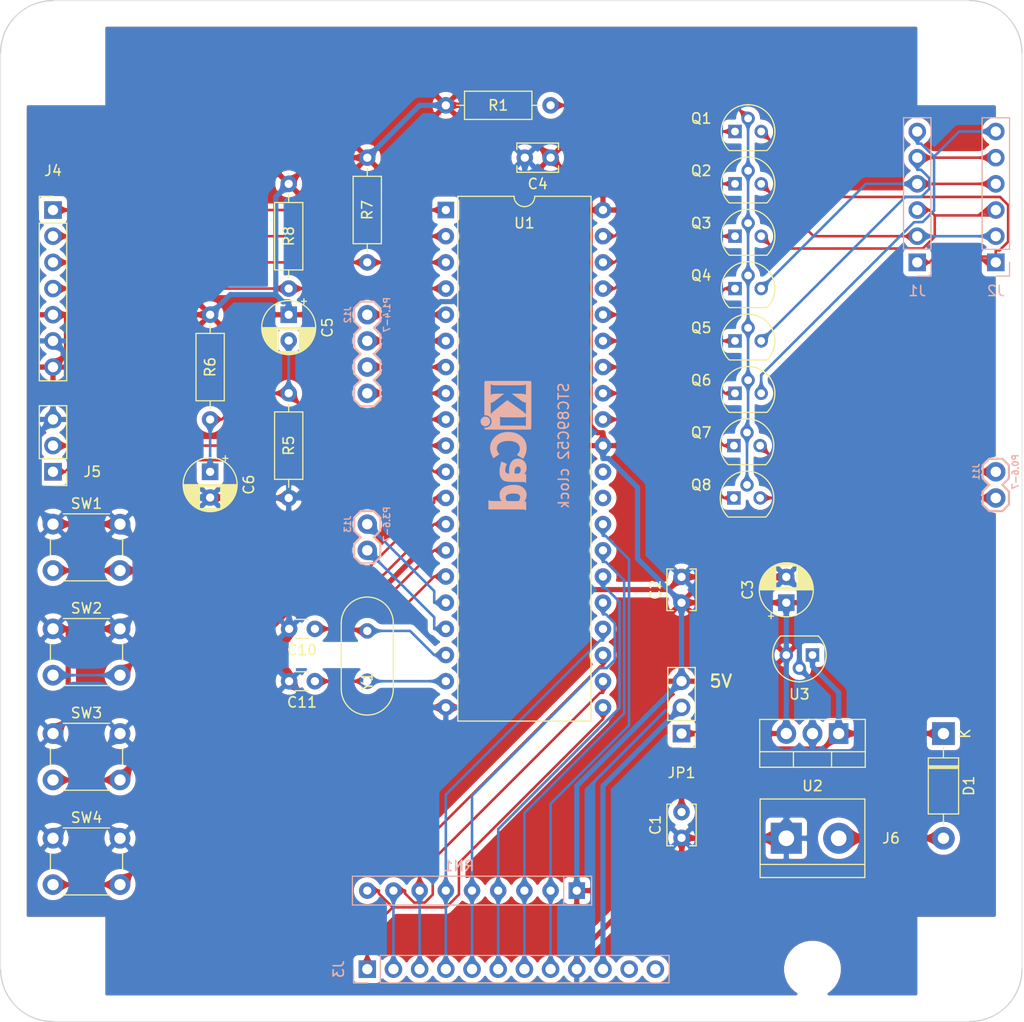
<source format=kicad_pcb>
(kicad_pcb (version 20171130) (host pcbnew 5.1.8-5.1.8)
  (title_block (date 2020-08-22))
  (layers (0 F.Cu signal) (31 B.Cu signal) (34 B.Paste user) (35 F.Paste user) (36 B.SilkS user) (37 F.SilkS user) (38 B.Mask user) (39 F.Mask user) (44 Edge.Cuts user))
  (net 0 "")
  (net 1 GND)
  (net 2 +5V)
  (net 3 "Net-(J1-Pad6)")
  (net 4 "Net-(J1-Pad5)")
  (net 5 "Net-(J1-Pad4)")
  (net 6 "Net-(J1-Pad3)")
  (net 7 "Net-(J1-Pad2)")
  (net 8 "Net-(J1-Pad1)")
  (net 9 "Net-(J3-Pad3)")
  (net 10 "Net-(J3-Pad2)")
  (net 11 "Net-(J4-Pad2)")
  (net 12 "Net-(Q1-Pad1)")
  (net 13 "Net-(SW1-Pad2)")
  (net 14 "Net-(SW2-Pad2)")
  (net 15 "Net-(U1-Pad30)")
  (net 16 "Net-(U1-Pad29)")
  (net 17 "Net-(Q1-Pad2)")
  (net 18 "Net-(Q2-Pad1)")
  (net 19 "Net-(Q3-Pad1)")
  (net 20 "Net-(Q4-Pad1)")
  (net 21 "Net-(Q5-Pad1)")
  (net 22 "Net-(Q6-Pad1)")
  (net 23 /+12V)
  (net 24 "Net-(J3-Pad4)")
  (net 25 "Net-(SW3-Pad2)")
  (net 26 "Net-(SW4-Pad2)")
  (net 27 "Net-(J3-Pad12)")
  (net 28 "Net-(J3-Pad11)")
  (net 29 "Net-(J3-Pad8)")
  (net 30 "Net-(J3-Pad7)")
  (net 31 "Net-(J3-Pad6)")
  (net 32 "Net-(J3-Pad5)")
  (net 33 "Net-(J3-Pad1)")
  (net 34 "Net-(J4-Pad4)")
  (net 35 "Net-(J4-Pad3)")
  (net 36 "Net-(J5-Pad2)")
  (net 37 "Net-(J5-Pad1)")
  (net 38 "Net-(D1-Pad2)")
  (net 39 "Net-(J4-Pad1)")
  (net 40 "Net-(J3-Pad10)")
  (net 41 "Net-(J11-Pad2)")
  (net 42 "Net-(J11-Pad1)")
  (net 43 "Net-(J12-Pad2)")
  (net 44 "Net-(J12-Pad1)")
  (net 45 "Net-(J13-Pad2)")
  (net 46 "Net-(J13-Pad1)")
  (net 47 "Net-(J12-Pad4)")
  (net 48 "Net-(J12-Pad3)")
  (net 49 "Net-(Q7-Pad1)")
  (net 50 "Net-(Q8-Pad1)")
  (net 51 "Net-(C5-Pad2)")
  (net 52 "Net-(C10-Pad1)")
  (net 53 "Net-(C11-Pad1)")
  (module Symbol:KiCad-Logo_5mm_SilkScreen (layer B.Cu) (at 120.65 63.5 270)
    (fp_text reference REF** hide)
    (fp_text value KiCad-Logo_5mm_SilkScreen hide)
  )
  (module Capacitor_THT:C_Disc_D3.8mm_W2.6mm_P2.50mm (layer F.Cu) (at 137.16 78.74 90)
    (fp_text reference C2 (at 1.25 -2.55 90) (layer F.SilkS))
    (fp_text value 0.1uF)
    (pad 2 thru_hole circle (at 2.5 0 90) (size 1.6 1.6) (drill 0.8) (layers *.Cu *.Mask) (net 1 GND))
    (pad 1 thru_hole circle (at 0 0 90) (size 1.6 1.6) (drill 0.8) (layers *.Cu *.Mask) (net 2 +5V))
  )
  (module Capacitor_THT:C_Disc_D3.8mm_W2.6mm_P2.50mm (layer F.Cu) (at 137.16 99.06 270)
    (fp_text reference C1 (at 1.25 2.54 90) (layer F.SilkS))
    (fp_text value 0.1uF)
    (pad 2 thru_hole circle (at 2.5 0 270) (size 1.6 1.6) (drill 0.8) (layers *.Cu *.Mask) (net 1 GND))
    (pad 1 thru_hole circle (at 0 0 270) (size 1.6 1.6) (drill 0.8) (layers *.Cu *.Mask) (net 23 /+12V))
  )
  (module Capacitor_THT:CP_Radial_D5.0mm_P2.50mm (layer F.Cu) (at 147.32 78.74 90)
    (fp_text reference C3 (at 1.25 -3.75 90) (layer F.SilkS))
    (fp_text value 47uF)
    (pad 2 thru_hole circle (at 2.5 0 90) (size 1.6 1.6) (drill 0.8) (layers *.Cu *.Mask) (net 1 GND))
    (pad 1 thru_hole rect (at 0 0 90) (size 1.6 1.6) (drill 0.8) (layers *.Cu *.Mask) (net 2 +5V))
  )
  (module Capacitor_THT:C_Disc_D3.8mm_W2.6mm_P2.50mm (layer F.Cu) (at 124.46 35.56 180)
    (fp_text reference C4 (at 1.25 -2.55) (layer F.SilkS))
    (fp_text value 0.1uF)
    (pad 2 thru_hole circle (at 2.5 0 180) (size 1.6 1.6) (drill 0.8) (layers *.Cu *.Mask) (net 1 GND))
    (pad 1 thru_hole circle (at 0 0 180) (size 1.6 1.6) (drill 0.8) (layers *.Cu *.Mask) (net 2 +5V))
  )
  (module Diode_THT:D_DO-41_SOD81_P10.16mm_Horizontal (layer F.Cu) (at 162.56 91.44 270)
    (fp_text reference D1 (at 5.08 -2.47 90) (layer F.SilkS))
    (fp_text value 1N4001)
    (fp_text user K (at 0 -2.1 90) (layer F.SilkS))
    (pad 2 thru_hole oval (at 10.16 0 270) (size 2.2 2.2) (drill 1.1) (layers *.Cu *.Mask) (net 38 "Net-(D1-Pad2)"))
    (pad 1 thru_hole rect (at 0 0 270) (size 2.2 2.2) (drill 1.1) (layers *.Cu *.Mask) (net 23 /+12V))
  )
  (module MountingHole:MountingHole_4.5mm (layer F.Cu) (at 149.86 114.3)
    (fp_text reference H5 hide)
    (fp_text value MountingHole)
    (pad 1 np_thru_hole circle (at 0 0) (size 4.5 4.5) (drill 4.5) (layers *.Cu *.Mask))
  )
  (module Package_TO_SOT_THT:TO-92 (layer F.Cu) (at 142.24 68.58)
    (fp_text reference Q8 (at -3.175 -1.27) (layer F.SilkS))
    (fp_text value NPN)
    (pad 1 thru_hole rect (at 0 0 90) (size 1.3 1.3) (drill 0.75) (layers *.Cu *.Mask) (net 50 "Net-(Q8-Pad1)"))
    (pad 3 thru_hole circle (at 2.54 0 90) (size 1.3 1.3) (drill 0.75) (layers *.Cu *.Mask) (net 41 "Net-(J11-Pad2)"))
    (pad 2 thru_hole circle (at 1.27 -1.27 90) (size 1.3 1.3) (drill 0.75) (layers *.Cu *.Mask) (net 17 "Net-(Q1-Pad2)"))
  )
  (module Package_TO_SOT_THT:TO-92 (layer F.Cu) (at 142.24 63.5)
    (fp_text reference Q7 (at -3.175 -1.27) (layer F.SilkS))
    (fp_text value NPN)
    (pad 1 thru_hole rect (at 0 0 90) (size 1.3 1.3) (drill 0.75) (layers *.Cu *.Mask) (net 49 "Net-(Q7-Pad1)"))
    (pad 3 thru_hole circle (at 2.54 0 90) (size 1.3 1.3) (drill 0.75) (layers *.Cu *.Mask) (net 42 "Net-(J11-Pad1)"))
    (pad 2 thru_hole circle (at 1.27 -1.27 90) (size 1.3 1.3) (drill 0.75) (layers *.Cu *.Mask) (net 17 "Net-(Q1-Pad2)"))
  )
  (module Connectors:1X02 (layer B.Cu) (at 106.68 71.12 270)
    (fp_text reference J13 (at 0 1.905 270) (layer B.SilkS) (effects (font (size 0.6096 0.6096) (thickness 0.127)) (justify mirror)))
    (fp_text value P3.6-7 (at 0 -1.905 270) (layer B.SilkS) (effects (font (size 0.6096 0.6096) (thickness 0.127)) (justify mirror)))
    (pad 2 thru_hole circle (at 2.54 0 270) (size 1.8796 1.8796) (drill 1.016) (layers *.Cu *.Mask) (net 45 "Net-(J13-Pad2)"))
    (pad 1 thru_hole circle (at 0 0 270) (size 1.8796 1.8796) (drill 1.016) (layers *.Cu *.Mask) (net 46 "Net-(J13-Pad1)"))
  )
  (module Connectors:1X04 (layer B.Cu) (at 106.68 50.8 270)
    (fp_text reference J12 (at 0 1.905 270) (layer B.SilkS) (effects (font (size 0.6096 0.6096) (thickness 0.127)) (justify mirror)))
    (fp_text value P1.4-7 (at 0 -1.905 270) (layer B.SilkS) (effects (font (size 0.6096 0.6096) (thickness 0.127)) (justify mirror)))
    (pad 4 thru_hole circle (at 7.62 0 270) (size 1.8796 1.8796) (drill 1.016) (layers *.Cu *.Mask) (net 47 "Net-(J12-Pad4)"))
    (pad 3 thru_hole circle (at 5.08 0 270) (size 1.8796 1.8796) (drill 1.016) (layers *.Cu *.Mask) (net 48 "Net-(J12-Pad3)"))
    (pad 2 thru_hole circle (at 2.54 0 270) (size 1.8796 1.8796) (drill 1.016) (layers *.Cu *.Mask) (net 43 "Net-(J12-Pad2)"))
    (pad 1 thru_hole circle (at 0 0 270) (size 1.8796 1.8796) (drill 1.016) (layers *.Cu *.Mask) (net 44 "Net-(J12-Pad1)"))
  )
  (module Connectors:1X02 (layer B.Cu) (at 167.64 66.04 270)
    (fp_text reference J11 (at 0 1.905 270) (layer B.SilkS) (effects (font (size 0.6096 0.6096) (thickness 0.127)) (justify mirror)))
    (fp_text value P0.6-7 (at 0 -1.905 270) (layer B.SilkS) (effects (font (size 0.6096 0.6096) (thickness 0.127)) (justify mirror)))
    (pad 2 thru_hole circle (at 2.54 0 270) (size 1.8796 1.8796) (drill 1.016) (layers *.Cu *.Mask) (net 41 "Net-(J11-Pad2)"))
    (pad 1 thru_hole circle (at 0 0 270) (size 1.8796 1.8796) (drill 1.016) (layers *.Cu *.Mask) (net 42 "Net-(J11-Pad1)"))
  )
  (module TerminalBlock:TerminalBlock_bornier-2_P5.08mm (layer F.Cu) (at 147.32 101.6)
    (fp_text reference J6 (at 10.16 0) (layer F.SilkS))
    (fp_text value 12VDC)
    (pad 2 thru_hole circle (at 5.08 0) (size 3 3) (drill 1.52) (layers *.Cu *.Mask) (net 38 "Net-(D1-Pad2)"))
    (pad 1 thru_hole rect (at 0 0) (size 3 3) (drill 1.52) (layers *.Cu *.Mask) (net 1 GND))
  )
  (module Connector_PinHeader_2.54mm:PinHeader_1x03_P2.54mm_Vertical (layer F.Cu) (at 137.16 91.44 180)
    (fp_text reference JP1 (at 0 -3.81) (layer F.SilkS))
    (fp_text value "LED power")
    (pad 3 thru_hole oval (at 0 5.08 180) (size 1.7 1.7) (drill 1) (layers *.Cu *.Mask) (net 2 +5V))
    (pad 2 thru_hole oval (at 0 2.54 180) (size 1.7 1.7) (drill 1) (layers *.Cu *.Mask) (net 40 "Net-(J3-Pad10)"))
    (pad 1 thru_hole rect (at 0 0 180) (size 1.7 1.7) (drill 1) (layers *.Cu *.Mask) (net 23 /+12V))
  )
  (module Connector_PinHeader_2.54mm:PinHeader_1x07_P2.54mm_Vertical (layer F.Cu) (at 76.2 40.64)
    (fp_text reference J4 (at 0 -3.81) (layer F.SilkS))
    (fp_text value "RTC board")
    (pad 7 thru_hole oval (at 0 15.24) (size 1.7 1.7) (drill 1) (layers *.Cu *.Mask) (net 2 +5V))
    (pad 6 thru_hole oval (at 0 12.7) (size 1.7 1.7) (drill 1) (layers *.Cu *.Mask) (net 1 GND))
    (pad 5 thru_hole oval (at 0 10.16) (size 1.7 1.7) (drill 1) (layers *.Cu *.Mask) (net 2 +5V))
    (pad 4 thru_hole oval (at 0 7.62) (size 1.7 1.7) (drill 1) (layers *.Cu *.Mask) (net 34 "Net-(J4-Pad4)"))
    (pad 3 thru_hole oval (at 0 5.08) (size 1.7 1.7) (drill 1) (layers *.Cu *.Mask) (net 35 "Net-(J4-Pad3)"))
    (pad 2 thru_hole oval (at 0 2.54) (size 1.7 1.7) (drill 1) (layers *.Cu *.Mask) (net 11 "Net-(J4-Pad2)"))
    (pad 1 thru_hole rect (at 0 0) (size 1.7 1.7) (drill 1) (layers *.Cu *.Mask) (net 39 "Net-(J4-Pad1)"))
  )
  (module Connector_PinSocket_2.54mm:PinSocket_1x06_P2.54mm_Vertical (layer B.Cu) (at 160.02 45.72)
    (fp_text reference J1 (at 0 2.77 180) (layer B.SilkS) (effects (justify mirror)))
    (fp_text value Anodes hide)
    (pad 6 thru_hole oval (at 0 -12.7) (size 1.7 1.7) (drill 1) (layers *.Cu *.Mask) (net 3 "Net-(J1-Pad6)"))
    (pad 5 thru_hole oval (at 0 -10.16) (size 1.7 1.7) (drill 1) (layers *.Cu *.Mask) (net 4 "Net-(J1-Pad5)"))
    (pad 4 thru_hole oval (at 0 -7.62) (size 1.7 1.7) (drill 1) (layers *.Cu *.Mask) (net 5 "Net-(J1-Pad4)"))
    (pad 3 thru_hole oval (at 0 -5.08) (size 1.7 1.7) (drill 1) (layers *.Cu *.Mask) (net 6 "Net-(J1-Pad3)"))
    (pad 2 thru_hole oval (at 0 -2.54) (size 1.7 1.7) (drill 1) (layers *.Cu *.Mask) (net 7 "Net-(J1-Pad2)"))
    (pad 1 thru_hole rect (at 0 0) (size 1.7 1.7) (drill 1) (layers *.Cu *.Mask) (net 8 "Net-(J1-Pad1)"))
  )
  (module MountingHole:MountingHole_3.5mm (layer F.Cu) (at 165.1 114.3)
    (fp_text reference H4 hide)
    (fp_text value MountingHole)
    (pad 1 np_thru_hole circle (at 0 0) (size 3.5 3.5) (drill 3.5) (layers *.Cu *.Mask))
  )
  (module MountingHole:MountingHole_3.5mm (layer F.Cu) (at 76.2 114.3)
    (fp_text reference H3 hide)
    (fp_text value MountingHole)
    (pad 1 np_thru_hole circle (at 0 0) (size 3.5 3.5) (drill 3.5) (layers *.Cu *.Mask))
  )
  (module MountingHole:MountingHole_3.5mm (layer F.Cu) (at 165.1 25.4)
    (fp_text reference H2 hide)
    (fp_text value MountingHole)
    (pad 1 np_thru_hole circle (at 0 0) (size 3.5 3.5) (drill 3.5) (layers *.Cu *.Mask))
  )
  (module MountingHole:MountingHole_3.5mm (layer F.Cu) (at 76.2 25.4)
    (fp_text reference H1 hide)
    (fp_text value MountingHole)
    (pad 1 np_thru_hole circle (at 0 0) (size 3.5 3.5) (drill 3.5) (layers *.Cu *.Mask))
  )
  (module Button_Switch_THT:SW_PUSH_6mm_H5mm (layer F.Cu) (at 76.2 81.28)
    (fp_text reference SW2 (at 3.25 -2) (layer F.SilkS))
    (fp_text value Hour)
    (pad 1 thru_hole circle (at 6.5 0 90) (size 2 2) (drill 1.1) (layers *.Cu *.Mask) (net 1 GND))
    (pad 2 thru_hole circle (at 6.5 4.5 90) (size 2 2) (drill 1.1) (layers *.Cu *.Mask) (net 14 "Net-(SW2-Pad2)"))
    (pad 1 thru_hole circle (at 0 0 90) (size 2 2) (drill 1.1) (layers *.Cu *.Mask) (net 1 GND))
    (pad 2 thru_hole circle (at 0 4.5 90) (size 2 2) (drill 1.1) (layers *.Cu *.Mask) (net 14 "Net-(SW2-Pad2)"))
  )
  (module Button_Switch_THT:SW_PUSH_6mm_H5mm (layer F.Cu) (at 76.2 71.12)
    (fp_text reference SW1 (at 3.25 -2) (layer F.SilkS))
    (fp_text value Min)
    (pad 1 thru_hole circle (at 6.5 0 90) (size 2 2) (drill 1.1) (layers *.Cu *.Mask) (net 1 GND))
    (pad 2 thru_hole circle (at 6.5 4.5 90) (size 2 2) (drill 1.1) (layers *.Cu *.Mask) (net 13 "Net-(SW1-Pad2)"))
    (pad 1 thru_hole circle (at 0 0 90) (size 2 2) (drill 1.1) (layers *.Cu *.Mask) (net 1 GND))
    (pad 2 thru_hole circle (at 0 4.5 90) (size 2 2) (drill 1.1) (layers *.Cu *.Mask) (net 13 "Net-(SW1-Pad2)"))
  )
  (module Crystal:Crystal_HC49-4H_Vertical (layer F.Cu) (at 106.68 86.36 90)
    (fp_text reference Y1 (at 0 0 90) (layer F.SilkS))
    (fp_text value 11.0452MHz)
    (pad 2 thru_hole circle (at 4.88 0 90) (size 1.5 1.5) (drill 0.8) (layers *.Cu *.Mask) (net 52 "Net-(C10-Pad1)"))
    (pad 1 thru_hole circle (at 0 0 90) (size 1.5 1.5) (drill 0.8) (layers *.Cu *.Mask) (net 53 "Net-(C11-Pad1)"))
  )
  (module Package_TO_SOT_THT:TO-92 (layer F.Cu) (at 149.86 83.82 180)
    (fp_text reference U3 (at 1.27 -3.81) (layer F.SilkS))
    (fp_text value L7805)
    (pad 1 thru_hole rect (at 0 0 270) (size 1.3 1.3) (drill 0.75) (layers *.Cu *.Mask) (net 23 /+12V))
    (pad 3 thru_hole circle (at 2.54 0 270) (size 1.3 1.3) (drill 0.75) (layers *.Cu *.Mask) (net 2 +5V))
    (pad 2 thru_hole circle (at 1.27 -1.27 270) (size 1.3 1.3) (drill 0.75) (layers *.Cu *.Mask) (net 1 GND))
  )
  (module Package_TO_SOT_THT:TO-220-3_Vertical (layer F.Cu) (at 152.4 91.44 180)
    (fp_text reference U2 (at 2.54 -5.08) (layer F.SilkS))
    (fp_text value L7805)
    (pad 3 thru_hole oval (at 5.08 0 180) (size 1.905 2) (drill 1.1) (layers *.Cu *.Mask) (net 2 +5V))
    (pad 2 thru_hole oval (at 2.54 0 180) (size 1.905 2) (drill 1.1) (layers *.Cu *.Mask) (net 1 GND))
    (pad 1 thru_hole rect (at 0 0 180) (size 1.905 2) (drill 1.1) (layers *.Cu *.Mask) (net 23 /+12V))
  )
  (module Package_DIP:DIP-40_W15.24mm (layer F.Cu) (at 114.3 40.64)
    (fp_text reference U1 (at 7.62 1.27) (layer F.SilkS))
    (fp_text value 8051)
    (pad 40 thru_hole oval (at 15.24 0) (size 1.6 1.6) (drill 0.8) (layers *.Cu *.Mask) (net 2 +5V))
    (pad 20 thru_hole oval (at 0 48.26) (size 1.6 1.6) (drill 0.8) (layers *.Cu *.Mask) (net 1 GND))
    (pad 39 thru_hole oval (at 15.24 2.54) (size 1.6 1.6) (drill 0.8) (layers *.Cu *.Mask) (net 12 "Net-(Q1-Pad1)"))
    (pad 19 thru_hole oval (at 0 45.72) (size 1.6 1.6) (drill 0.8) (layers *.Cu *.Mask) (net 53 "Net-(C11-Pad1)"))
    (pad 38 thru_hole oval (at 15.24 5.08) (size 1.6 1.6) (drill 0.8) (layers *.Cu *.Mask) (net 18 "Net-(Q2-Pad1)"))
    (pad 18 thru_hole oval (at 0 43.18) (size 1.6 1.6) (drill 0.8) (layers *.Cu *.Mask) (net 52 "Net-(C10-Pad1)"))
    (pad 37 thru_hole oval (at 15.24 7.62) (size 1.6 1.6) (drill 0.8) (layers *.Cu *.Mask) (net 19 "Net-(Q3-Pad1)"))
    (pad 17 thru_hole oval (at 0 40.64) (size 1.6 1.6) (drill 0.8) (layers *.Cu *.Mask) (net 45 "Net-(J13-Pad2)"))
    (pad 36 thru_hole oval (at 15.24 10.16) (size 1.6 1.6) (drill 0.8) (layers *.Cu *.Mask) (net 20 "Net-(Q4-Pad1)"))
    (pad 16 thru_hole oval (at 0 38.1) (size 1.6 1.6) (drill 0.8) (layers *.Cu *.Mask) (net 46 "Net-(J13-Pad1)"))
    (pad 35 thru_hole oval (at 15.24 12.7) (size 1.6 1.6) (drill 0.8) (layers *.Cu *.Mask) (net 21 "Net-(Q5-Pad1)"))
    (pad 15 thru_hole oval (at 0 35.56) (size 1.6 1.6) (drill 0.8) (layers *.Cu *.Mask) (net 26 "Net-(SW4-Pad2)"))
    (pad 34 thru_hole oval (at 15.24 15.24) (size 1.6 1.6) (drill 0.8) (layers *.Cu *.Mask) (net 22 "Net-(Q6-Pad1)"))
    (pad 14 thru_hole oval (at 0 33.02) (size 1.6 1.6) (drill 0.8) (layers *.Cu *.Mask) (net 25 "Net-(SW3-Pad2)"))
    (pad 33 thru_hole oval (at 15.24 17.78) (size 1.6 1.6) (drill 0.8) (layers *.Cu *.Mask) (net 49 "Net-(Q7-Pad1)"))
    (pad 13 thru_hole oval (at 0 30.48) (size 1.6 1.6) (drill 0.8) (layers *.Cu *.Mask) (net 14 "Net-(SW2-Pad2)"))
    (pad 32 thru_hole oval (at 15.24 20.32) (size 1.6 1.6) (drill 0.8) (layers *.Cu *.Mask) (net 50 "Net-(Q8-Pad1)"))
    (pad 12 thru_hole oval (at 0 27.94) (size 1.6 1.6) (drill 0.8) (layers *.Cu *.Mask) (net 13 "Net-(SW1-Pad2)"))
    (pad 31 thru_hole oval (at 15.24 22.86) (size 1.6 1.6) (drill 0.8) (layers *.Cu *.Mask) (net 2 +5V))
    (pad 11 thru_hole oval (at 0 25.4) (size 1.6 1.6) (drill 0.8) (layers *.Cu *.Mask) (net 37 "Net-(J5-Pad1)"))
    (pad 30 thru_hole oval (at 15.24 25.4) (size 1.6 1.6) (drill 0.8) (layers *.Cu *.Mask) (net 15 "Net-(U1-Pad30)"))
    (pad 10 thru_hole oval (at 0 22.86) (size 1.6 1.6) (drill 0.8) (layers *.Cu *.Mask) (net 36 "Net-(J5-Pad2)"))
    (pad 29 thru_hole oval (at 15.24 27.94) (size 1.6 1.6) (drill 0.8) (layers *.Cu *.Mask) (net 16 "Net-(U1-Pad29)"))
    (pad 9 thru_hole oval (at 0 20.32) (size 1.6 1.6) (drill 0.8) (layers *.Cu *.Mask) (net 51 "Net-(C5-Pad2)"))
    (pad 28 thru_hole oval (at 15.24 30.48) (size 1.6 1.6) (drill 0.8) (layers *.Cu *.Mask) (net 29 "Net-(J3-Pad8)"))
    (pad 8 thru_hole oval (at 0 17.78) (size 1.6 1.6) (drill 0.8) (layers *.Cu *.Mask) (net 47 "Net-(J12-Pad4)"))
    (pad 27 thru_hole oval (at 15.24 33.02) (size 1.6 1.6) (drill 0.8) (layers *.Cu *.Mask) (net 30 "Net-(J3-Pad7)"))
    (pad 7 thru_hole oval (at 0 15.24) (size 1.6 1.6) (drill 0.8) (layers *.Cu *.Mask) (net 48 "Net-(J12-Pad3)"))
    (pad 26 thru_hole oval (at 15.24 35.56) (size 1.6 1.6) (drill 0.8) (layers *.Cu *.Mask) (net 31 "Net-(J3-Pad6)"))
    (pad 6 thru_hole oval (at 0 12.7) (size 1.6 1.6) (drill 0.8) (layers *.Cu *.Mask) (net 43 "Net-(J12-Pad2)"))
    (pad 25 thru_hole oval (at 15.24 38.1) (size 1.6 1.6) (drill 0.8) (layers *.Cu *.Mask) (net 32 "Net-(J3-Pad5)"))
    (pad 5 thru_hole oval (at 0 10.16) (size 1.6 1.6) (drill 0.8) (layers *.Cu *.Mask) (net 44 "Net-(J12-Pad1)"))
    (pad 24 thru_hole oval (at 15.24 40.64) (size 1.6 1.6) (drill 0.8) (layers *.Cu *.Mask) (net 24 "Net-(J3-Pad4)"))
    (pad 4 thru_hole oval (at 0 7.62) (size 1.6 1.6) (drill 0.8) (layers *.Cu *.Mask) (net 34 "Net-(J4-Pad4)"))
    (pad 23 thru_hole oval (at 15.24 43.18) (size 1.6 1.6) (drill 0.8) (layers *.Cu *.Mask) (net 9 "Net-(J3-Pad3)"))
    (pad 3 thru_hole oval (at 0 5.08) (size 1.6 1.6) (drill 0.8) (layers *.Cu *.Mask) (net 35 "Net-(J4-Pad3)"))
    (pad 22 thru_hole oval (at 15.24 45.72) (size 1.6 1.6) (drill 0.8) (layers *.Cu *.Mask) (net 10 "Net-(J3-Pad2)"))
    (pad 2 thru_hole oval (at 0 2.54) (size 1.6 1.6) (drill 0.8) (layers *.Cu *.Mask) (net 11 "Net-(J4-Pad2)"))
    (pad 21 thru_hole oval (at 15.24 48.26) (size 1.6 1.6) (drill 0.8) (layers *.Cu *.Mask) (net 33 "Net-(J3-Pad1)"))
    (pad 1 thru_hole rect (at 0 0) (size 1.6 1.6) (drill 0.8) (layers *.Cu *.Mask) (net 39 "Net-(J4-Pad1)"))
  )
  (module Button_Switch_THT:SW_PUSH_6mm_H5mm (layer F.Cu) (at 76.2 101.6)
    (fp_text reference SW4 (at 3.25 -2) (layer F.SilkS))
    (fp_text value Bright)
    (pad 1 thru_hole circle (at 6.5 0 90) (size 2 2) (drill 1.1) (layers *.Cu *.Mask) (net 1 GND))
    (pad 2 thru_hole circle (at 6.5 4.5 90) (size 2 2) (drill 1.1) (layers *.Cu *.Mask) (net 26 "Net-(SW4-Pad2)"))
    (pad 1 thru_hole circle (at 0 0 90) (size 2 2) (drill 1.1) (layers *.Cu *.Mask) (net 1 GND))
    (pad 2 thru_hole circle (at 0 4.5 90) (size 2 2) (drill 1.1) (layers *.Cu *.Mask) (net 26 "Net-(SW4-Pad2)"))
  )
  (module Button_Switch_THT:SW_PUSH_6mm_H5mm (layer F.Cu) (at 76.2 91.44)
    (fp_text reference SW3 (at 3.25 -2) (layer F.SilkS))
    (fp_text value Mode)
    (pad 1 thru_hole circle (at 6.5 0 90) (size 2 2) (drill 1.1) (layers *.Cu *.Mask) (net 1 GND))
    (pad 2 thru_hole circle (at 6.5 4.5 90) (size 2 2) (drill 1.1) (layers *.Cu *.Mask) (net 25 "Net-(SW3-Pad2)"))
    (pad 1 thru_hole circle (at 0 0 90) (size 2 2) (drill 1.1) (layers *.Cu *.Mask) (net 1 GND))
    (pad 2 thru_hole circle (at 0 4.5 90) (size 2 2) (drill 1.1) (layers *.Cu *.Mask) (net 25 "Net-(SW3-Pad2)"))
  )
  (module Resistor_THT:R_Array_SIP9 (layer B.Cu) (at 127 106.68 180)
    (fp_text reference RN1 (at 11.43 2.4) (layer B.SilkS) (effects (justify mirror)))
    (fp_text value 4k7)
    (pad 9 thru_hole oval (at 20.32 0 180) (size 1.6 1.6) (drill 0.8) (layers *.Cu *.Mask) (net 33 "Net-(J3-Pad1)"))
    (pad 8 thru_hole oval (at 17.78 0 180) (size 1.6 1.6) (drill 0.8) (layers *.Cu *.Mask) (net 10 "Net-(J3-Pad2)"))
    (pad 7 thru_hole oval (at 15.24 0 180) (size 1.6 1.6) (drill 0.8) (layers *.Cu *.Mask) (net 9 "Net-(J3-Pad3)"))
    (pad 6 thru_hole oval (at 12.7 0 180) (size 1.6 1.6) (drill 0.8) (layers *.Cu *.Mask) (net 24 "Net-(J3-Pad4)"))
    (pad 5 thru_hole oval (at 10.16 0 180) (size 1.6 1.6) (drill 0.8) (layers *.Cu *.Mask) (net 32 "Net-(J3-Pad5)"))
    (pad 4 thru_hole oval (at 7.62 0 180) (size 1.6 1.6) (drill 0.8) (layers *.Cu *.Mask) (net 31 "Net-(J3-Pad6)"))
    (pad 3 thru_hole oval (at 5.08 0 180) (size 1.6 1.6) (drill 0.8) (layers *.Cu *.Mask) (net 30 "Net-(J3-Pad7)"))
    (pad 2 thru_hole oval (at 2.54 0 180) (size 1.6 1.6) (drill 0.8) (layers *.Cu *.Mask) (net 29 "Net-(J3-Pad8)"))
    (pad 1 thru_hole rect (at 0 0 180) (size 1.6 1.6) (drill 0.8) (layers *.Cu *.Mask) (net 2 +5V))
  )
  (module Resistor_THT:R_Axial_DIN0207_L6.3mm_D2.5mm_P10.16mm_Horizontal (layer F.Cu) (at 99.06 38.1 270)
    (fp_text reference R8 (at 5.08 0 90) (layer F.SilkS))
    (fp_text value 10k)
    (pad 2 thru_hole oval (at 10.16 0 270) (size 1.6 1.6) (drill 0.8) (layers *.Cu *.Mask) (net 34 "Net-(J4-Pad4)"))
    (pad 1 thru_hole circle (at 0 0 270) (size 1.6 1.6) (drill 0.8) (layers *.Cu *.Mask) (net 2 +5V))
  )
  (module Resistor_THT:R_Axial_DIN0207_L6.3mm_D2.5mm_P10.16mm_Horizontal (layer F.Cu) (at 106.68 35.56 270)
    (fp_text reference R7 (at 5.08 0 90) (layer F.SilkS))
    (fp_text value 10k)
    (pad 2 thru_hole oval (at 10.16 0 270) (size 1.6 1.6) (drill 0.8) (layers *.Cu *.Mask) (net 35 "Net-(J4-Pad3)"))
    (pad 1 thru_hole circle (at 0 0 270) (size 1.6 1.6) (drill 0.8) (layers *.Cu *.Mask) (net 2 +5V))
  )
  (module Resistor_THT:R_Axial_DIN0207_L6.3mm_D2.5mm_P10.16mm_Horizontal (layer F.Cu) (at 91.44 50.8 270)
    (fp_text reference R6 (at 5.08 0 90) (layer F.SilkS))
    (fp_text value 10k)
    (pad 2 thru_hole oval (at 10.16 0 270) (size 1.6 1.6) (drill 0.8) (layers *.Cu *.Mask) (net 51 "Net-(C5-Pad2)"))
    (pad 1 thru_hole circle (at 0 0 270) (size 1.6 1.6) (drill 0.8) (layers *.Cu *.Mask) (net 2 +5V))
  )
  (module Resistor_THT:R_Axial_DIN0207_L6.3mm_D2.5mm_P10.16mm_Horizontal (layer F.Cu) (at 99.06 58.42 270)
    (fp_text reference R5 (at 5.08 0 90) (layer F.SilkS))
    (fp_text value 10k)
    (pad 2 thru_hole oval (at 10.16 0 270) (size 1.6 1.6) (drill 0.8) (layers *.Cu *.Mask) (net 1 GND))
    (pad 1 thru_hole circle (at 0 0 270) (size 1.6 1.6) (drill 0.8) (layers *.Cu *.Mask) (net 51 "Net-(C5-Pad2)"))
  )
  (module Resistor_THT:R_Axial_DIN0207_L6.3mm_D2.5mm_P10.16mm_Horizontal (layer F.Cu) (at 114.3 30.48)
    (fp_text reference R1 (at 5.08 0) (layer F.SilkS))
    (fp_text value 1k)
    (pad 2 thru_hole oval (at 10.16 0) (size 1.6 1.6) (drill 0.8) (layers *.Cu *.Mask) (net 17 "Net-(Q1-Pad2)"))
    (pad 1 thru_hole circle (at 0 0) (size 1.6 1.6) (drill 0.8) (layers *.Cu *.Mask) (net 2 +5V))
  )
  (module Package_TO_SOT_THT:TO-92 (layer F.Cu) (at 142.345 58.42)
    (fp_text reference Q6 (at -3.28 -1.27) (layer F.SilkS))
    (fp_text value NPN)
    (pad 1 thru_hole rect (at 0 0 90) (size 1.3 1.3) (drill 0.75) (layers *.Cu *.Mask) (net 22 "Net-(Q6-Pad1)"))
    (pad 3 thru_hole circle (at 2.54 0 90) (size 1.3 1.3) (drill 0.75) (layers *.Cu *.Mask) (net 3 "Net-(J1-Pad6)"))
    (pad 2 thru_hole circle (at 1.27 -1.27 90) (size 1.3 1.3) (drill 0.75) (layers *.Cu *.Mask) (net 17 "Net-(Q1-Pad2)"))
  )
  (module Package_TO_SOT_THT:TO-92 (layer F.Cu) (at 142.345 53.34)
    (fp_text reference Q5 (at -3.28 -1.27) (layer F.SilkS))
    (fp_text value NPN)
    (pad 1 thru_hole rect (at 0 0 90) (size 1.3 1.3) (drill 0.75) (layers *.Cu *.Mask) (net 21 "Net-(Q5-Pad1)"))
    (pad 3 thru_hole circle (at 2.54 0 90) (size 1.3 1.3) (drill 0.75) (layers *.Cu *.Mask) (net 4 "Net-(J1-Pad5)"))
    (pad 2 thru_hole circle (at 1.27 -1.27 90) (size 1.3 1.3) (drill 0.75) (layers *.Cu *.Mask) (net 17 "Net-(Q1-Pad2)"))
  )
  (module Package_TO_SOT_THT:TO-92 (layer F.Cu) (at 142.345 48.26)
    (fp_text reference Q4 (at -3.28 -1.27) (layer F.SilkS))
    (fp_text value NPN)
    (pad 1 thru_hole rect (at 0 0 90) (size 1.3 1.3) (drill 0.75) (layers *.Cu *.Mask) (net 20 "Net-(Q4-Pad1)"))
    (pad 3 thru_hole circle (at 2.54 0 90) (size 1.3 1.3) (drill 0.75) (layers *.Cu *.Mask) (net 5 "Net-(J1-Pad4)"))
    (pad 2 thru_hole circle (at 1.27 -1.27 90) (size 1.3 1.3) (drill 0.75) (layers *.Cu *.Mask) (net 17 "Net-(Q1-Pad2)"))
  )
  (module Package_TO_SOT_THT:TO-92 (layer F.Cu) (at 142.345 43.18)
    (fp_text reference Q3 (at -3.28 -1.27) (layer F.SilkS))
    (fp_text value NPN)
    (pad 1 thru_hole rect (at 0 0 90) (size 1.3 1.3) (drill 0.75) (layers *.Cu *.Mask) (net 19 "Net-(Q3-Pad1)"))
    (pad 3 thru_hole circle (at 2.54 0 90) (size 1.3 1.3) (drill 0.75) (layers *.Cu *.Mask) (net 6 "Net-(J1-Pad3)"))
    (pad 2 thru_hole circle (at 1.27 -1.27 90) (size 1.3 1.3) (drill 0.75) (layers *.Cu *.Mask) (net 17 "Net-(Q1-Pad2)"))
  )
  (module Package_TO_SOT_THT:TO-92 (layer F.Cu) (at 142.345 38.1)
    (fp_text reference Q2 (at -3.28 -1.27) (layer F.SilkS))
    (fp_text value NPN)
    (pad 1 thru_hole rect (at 0 0 90) (size 1.3 1.3) (drill 0.75) (layers *.Cu *.Mask) (net 18 "Net-(Q2-Pad1)"))
    (pad 3 thru_hole circle (at 2.54 0 90) (size 1.3 1.3) (drill 0.75) (layers *.Cu *.Mask) (net 7 "Net-(J1-Pad2)"))
    (pad 2 thru_hole circle (at 1.27 -1.27 90) (size 1.3 1.3) (drill 0.75) (layers *.Cu *.Mask) (net 17 "Net-(Q1-Pad2)"))
  )
  (module Package_TO_SOT_THT:TO-92 (layer F.Cu) (at 142.345 33.02)
    (fp_text reference Q1 (at -3.28 -1.27) (layer F.SilkS))
    (fp_text value NPN)
    (pad 1 thru_hole rect (at 0 0 90) (size 1.3 1.3) (drill 0.75) (layers *.Cu *.Mask) (net 12 "Net-(Q1-Pad1)"))
    (pad 3 thru_hole circle (at 2.54 0 90) (size 1.3 1.3) (drill 0.75) (layers *.Cu *.Mask) (net 8 "Net-(J1-Pad1)"))
    (pad 2 thru_hole circle (at 1.27 -1.27 90) (size 1.3 1.3) (drill 0.75) (layers *.Cu *.Mask) (net 17 "Net-(Q1-Pad2)"))
  )
  (module Connector_PinHeader_2.54mm:PinHeader_1x03_P2.54mm_Vertical (layer F.Cu) (at 76.2 66.04 180)
    (fp_text reference J5 (at -3.81 0) (layer F.SilkS))
    (fp_text value ISP)
    (pad 3 thru_hole oval (at 0 5.08 180) (size 1.7 1.7) (drill 1) (layers *.Cu *.Mask) (net 1 GND))
    (pad 2 thru_hole oval (at 0 2.54 180) (size 1.7 1.7) (drill 1) (layers *.Cu *.Mask) (net 36 "Net-(J5-Pad2)"))
    (pad 1 thru_hole rect (at 0 0 180) (size 1.7 1.7) (drill 1) (layers *.Cu *.Mask) (net 37 "Net-(J5-Pad1)"))
  )
  (module Connector_PinSocket_2.54mm:PinSocket_1x12_P2.54mm_Vertical (layer B.Cu) (at 106.68 114.3 270)
    (fp_text reference J3 (at 0 2.77 270) (layer B.SilkS) (effects (justify mirror)))
    (fp_text value Cathodes)
    (pad 12 thru_hole oval (at 0 -27.94 270) (size 1.7 1.7) (drill 1) (layers *.Cu *.Mask) (net 27 "Net-(J3-Pad12)"))
    (pad 11 thru_hole oval (at 0 -25.4 270) (size 1.7 1.7) (drill 1) (layers *.Cu *.Mask) (net 28 "Net-(J3-Pad11)"))
    (pad 10 thru_hole oval (at 0 -22.86 270) (size 1.7 1.7) (drill 1) (layers *.Cu *.Mask) (net 40 "Net-(J3-Pad10)"))
    (pad 9 thru_hole oval (at 0 -20.32 270) (size 1.7 1.7) (drill 1) (layers *.Cu *.Mask) (net 1 GND))
    (pad 8 thru_hole oval (at 0 -17.78 270) (size 1.7 1.7) (drill 1) (layers *.Cu *.Mask) (net 29 "Net-(J3-Pad8)"))
    (pad 7 thru_hole oval (at 0 -15.24 270) (size 1.7 1.7) (drill 1) (layers *.Cu *.Mask) (net 30 "Net-(J3-Pad7)"))
    (pad 6 thru_hole oval (at 0 -12.7 270) (size 1.7 1.7) (drill 1) (layers *.Cu *.Mask) (net 31 "Net-(J3-Pad6)"))
    (pad 5 thru_hole oval (at 0 -10.16 270) (size 1.7 1.7) (drill 1) (layers *.Cu *.Mask) (net 32 "Net-(J3-Pad5)"))
    (pad 4 thru_hole oval (at 0 -7.62 270) (size 1.7 1.7) (drill 1) (layers *.Cu *.Mask) (net 24 "Net-(J3-Pad4)"))
    (pad 3 thru_hole oval (at 0 -5.08 270) (size 1.7 1.7) (drill 1) (layers *.Cu *.Mask) (net 9 "Net-(J3-Pad3)"))
    (pad 2 thru_hole oval (at 0 -2.54 270) (size 1.7 1.7) (drill 1) (layers *.Cu *.Mask) (net 10 "Net-(J3-Pad2)"))
    (pad 1 thru_hole rect (at 0 0 270) (size 1.7 1.7) (drill 1) (layers *.Cu *.Mask) (net 33 "Net-(J3-Pad1)"))
  )
  (module Connector_PinSocket_2.54mm:PinSocket_1x06_P2.54mm_Vertical (layer B.Cu) (at 167.64 45.72)
    (fp_text reference J2 (at 0 2.77) (layer B.SilkS) (effects (justify mirror)))
    (fp_text value Anodes)
    (pad 6 thru_hole oval (at 0 -12.7) (size 1.7 1.7) (drill 1) (layers *.Cu *.Mask) (net 3 "Net-(J1-Pad6)"))
    (pad 5 thru_hole oval (at 0 -10.16) (size 1.7 1.7) (drill 1) (layers *.Cu *.Mask) (net 4 "Net-(J1-Pad5)"))
    (pad 4 thru_hole oval (at 0 -7.62) (size 1.7 1.7) (drill 1) (layers *.Cu *.Mask) (net 5 "Net-(J1-Pad4)"))
    (pad 3 thru_hole oval (at 0 -5.08) (size 1.7 1.7) (drill 1) (layers *.Cu *.Mask) (net 6 "Net-(J1-Pad3)"))
    (pad 2 thru_hole oval (at 0 -2.54) (size 1.7 1.7) (drill 1) (layers *.Cu *.Mask) (net 7 "Net-(J1-Pad2)"))
    (pad 1 thru_hole rect (at 0 0) (size 1.7 1.7) (drill 1) (layers *.Cu *.Mask) (net 8 "Net-(J1-Pad1)"))
  )
  (module Capacitor_THT:C_Disc_D3.0mm_W1.6mm_P2.50mm (layer F.Cu) (at 101.6 86.36 180)
    (fp_text reference C11 (at 1.25 -2.05) (layer F.SilkS))
    (fp_text value 22pF)
    (pad 2 thru_hole circle (at 2.5 0 180) (size 1.6 1.6) (drill 0.8) (layers *.Cu *.Mask) (net 1 GND))
    (pad 1 thru_hole circle (at 0 0 180) (size 1.6 1.6) (drill 0.8) (layers *.Cu *.Mask) (net 53 "Net-(C11-Pad1)"))
  )
  (module Capacitor_THT:C_Disc_D3.0mm_W1.6mm_P2.50mm (layer F.Cu) (at 101.6 81.28 180)
    (fp_text reference C10 (at 1.25 -2.05) (layer F.SilkS))
    (fp_text value 22pF)
    (pad 2 thru_hole circle (at 2.5 0 180) (size 1.6 1.6) (drill 0.8) (layers *.Cu *.Mask) (net 1 GND))
    (pad 1 thru_hole circle (at 0 0 180) (size 1.6 1.6) (drill 0.8) (layers *.Cu *.Mask) (net 52 "Net-(C10-Pad1)"))
  )
  (module Capacitor_THT:CP_Radial_D5.0mm_P2.50mm (layer F.Cu) (at 91.44 66.04 270)
    (fp_text reference C6 (at 1.25 -3.75 90) (layer F.SilkS))
    (fp_text value 10uF)
    (pad 2 thru_hole circle (at 2.5 0 270) (size 1.6 1.6) (drill 0.8) (layers *.Cu *.Mask) (net 1 GND))
    (pad 1 thru_hole rect (at 0 0 270) (size 1.6 1.6) (drill 0.8) (layers *.Cu *.Mask) (net 51 "Net-(C5-Pad2)"))
  )
  (module Capacitor_THT:CP_Radial_D5.0mm_P2.50mm (layer F.Cu) (at 99.06 50.8 270)
    (fp_text reference C5 (at 1.25 -3.75 90) (layer F.SilkS))
    (fp_text value 10uF)
    (pad 2 thru_hole circle (at 2.5 0 270) (size 1.6 1.6) (drill 0.8) (layers *.Cu *.Mask) (net 51 "Net-(C5-Pad2)"))
    (pad 1 thru_hole rect (at 0 0 270) (size 1.6 1.6) (drill 0.8) (layers *.Cu *.Mask) (net 2 +5V))
  )
  (gr_text "STC89C52 clock" (at 125.73 63.5 90) (layer B.SilkS) (effects (font (size 1 1)) (justify mirror)))
  (gr_text 5V (at 140.97 86.36) (layer F.SilkS) (effects (font (size 1.2 1.2) (thickness 0.2))))
  (gr_arc (start 165.1 114.3) (end 165.1 119.38) (angle -90) (layer Edge.Cuts) (width 0.12))
  (gr_arc (start 76.2 114.3) (end 71.12 114.3) (angle -90) (layer Edge.Cuts) (width 0.12))
  (gr_arc (start 165.1 25.4) (end 170.18 25.4) (angle -90) (layer Edge.Cuts) (width 0.12))
  (gr_arc (start 76.2 25.4) (end 76.2 20.32) (angle -90) (layer Edge.Cuts) (width 0.12))
  (gr_line (start 165.1 119.38) (end 76.2 119.38) (layer Edge.Cuts) (width 0.05))
  (gr_line (start 170.18 25.4) (end 170.18 114.3) (layer Edge.Cuts) (width 0.05))
  (gr_line (start 76.2 20.32) (end 165.1 20.32) (layer Edge.Cuts) (width 0.05))
  (gr_line (start 71.12 114.3) (end 71.12 25.4) (layer Edge.Cuts) (width 0.05))
  (segment (start 77.6727 81.28) (end 76.2 81.28) (width 0.5) (layer F.Cu) (net 1))
  (segment (start 82.7 81.28) (end 77.6727 81.28) (width 0.5) (layer F.Cu) (net 1))
  (segment (start 76.2 91.44) (end 77.6727 89.9673) (width 0.5) (layer F.Cu) (net 1))
  (segment (start 77.6727 89.9673) (end 77.6727 81.28) (width 0.5) (layer F.Cu) (net 1))
  (segment (start 99.06 68.58) (end 91.48 68.58) (width 0.5) (layer F.Cu) (net 1))
  (segment (start 91.48 68.58) (end 91.44 68.54) (width 0.5) (layer F.Cu) (net 1))
  (segment (start 79.45 94.69) (end 79.45 98.35) (width 0.5) (layer B.Cu) (net 1))
  (segment (start 82.7 91.44) (end 79.45 94.69) (width 0.5) (layer B.Cu) (net 1))
  (segment (start 76.2 91.44) (end 79.45 94.69) (width 0.5) (layer B.Cu) (net 1))
  (segment (start 79.45 98.35) (end 82.7 101.6) (width 0.5) (layer B.Cu) (net 1))
  (segment (start 76.2 101.6) (end 79.45 98.35) (width 0.5) (layer B.Cu) (net 1))
  (segment (start 99.06 69.2051) (end 112.9922 55.2729) (width 0.5) (layer B.Cu) (net 1))
  (segment (start 112.9922 55.2729) (end 112.9922 50.324) (width 0.5) (layer B.Cu) (net 1))
  (segment (start 112.9922 50.324) (end 113.7862 49.53) (width 0.5) (layer B.Cu) (net 1))
  (segment (start 113.7862 49.53) (end 114.8888 49.53) (width 0.5) (layer B.Cu) (net 1))
  (segment (start 114.8888 49.53) (end 121.96 42.4588) (width 0.5) (layer B.Cu) (net 1))
  (segment (start 121.96 42.4588) (end 121.96 35.56) (width 0.5) (layer B.Cu) (net 1))
  (segment (start 99.06 69.2051) (end 99.06 69.8303) (width 0.5) (layer B.Cu) (net 1))
  (segment (start 99.06 68.58) (end 99.06 69.2051) (width 0.5) (layer B.Cu) (net 1))
  (segment (start 127 114.3) (end 127 112.9997) (width 0.5) (layer F.Cu) (net 1))
  (segment (start 137.2 101.6) (end 137.16 101.56) (width 0.5) (layer F.Cu) (net 1))
  (segment (start 147.32 101.6) (end 137.2 101.6) (width 0.5) (layer F.Cu) (net 1))
  (segment (start 137.2 101.6) (end 137.2 102.7997) (width 0.5) (layer F.Cu) (net 1))
  (segment (start 137.2 102.7997) (end 127 112.9997) (width 0.5) (layer F.Cu) (net 1))
  (segment (start 84.1504 72.5704) (end 82.7 71.12) (width 0.5) (layer B.Cu) (net 1))
  (segment (start 82.7 81.28) (end 84.1504 79.8296) (width 0.5) (layer B.Cu) (net 1))
  (segment (start 84.1504 79.8296) (end 84.1504 72.5704) (width 0.5) (layer B.Cu) (net 1))
  (segment (start 91.44 68.54) (end 88.1808 68.54) (width 0.5) (layer B.Cu) (net 1))
  (segment (start 88.1808 68.54) (end 84.1504 72.5704) (width 0.5) (layer B.Cu) (net 1))
  (segment (start 99.1 81.28) (end 98.5877 81.7923) (width 0.5) (layer F.Cu) (net 1))
  (segment (start 98.5877 81.7923) (end 98.5877 85.8477) (width 0.5) (layer F.Cu) (net 1))
  (segment (start 98.5877 85.8477) (end 99.1 86.36) (width 0.5) (layer F.Cu) (net 1))
  (segment (start 99.06 69.8303) (end 99.1 69.8703) (width 0.5) (layer B.Cu) (net 1))
  (segment (start 99.1 69.8703) (end 99.1 81.28) (width 0.5) (layer B.Cu) (net 1))
  (segment (start 76.2 60.96) (end 76.2 59.6597) (width 0.5) (layer B.Cu) (net 1))
  (segment (start 76.2 53.34) (end 77.5003 54.6403) (width 0.5) (layer B.Cu) (net 1))
  (segment (start 77.5003 54.6403) (end 77.5003 58.3594) (width 0.5) (layer B.Cu) (net 1))
  (segment (start 77.5003 58.3594) (end 76.2 59.6597) (width 0.5) (layer B.Cu) (net 1))
  (segment (start 76.2 71.12) (end 74.8702 69.7902) (width 0.5) (layer B.Cu) (net 1))
  (segment (start 74.8702 69.7902) (end 74.8702 62.2898) (width 0.5) (layer B.Cu) (net 1))
  (segment (start 74.8702 62.2898) (end 76.2 60.96) (width 0.5) (layer B.Cu) (net 1))
  (segment (start 148.59 85.09) (end 149.86 86.36) (width 0.5) (layer B.Cu) (net 1))
  (segment (start 149.86 86.36) (end 149.86 91.44) (width 0.5) (layer B.Cu) (net 1))
  (segment (start 148.59 85.09) (end 148.59 77.51) (width 0.5) (layer B.Cu) (net 1))
  (segment (start 148.59 77.51) (end 147.32 76.24) (width 0.5) (layer B.Cu) (net 1))
  (segment (start 147.32 76.24) (end 137.16 76.24) (width 0.5) (layer F.Cu) (net 1))
  (segment (start 114.3 88.9) (end 115.5503 88.9) (width 0.5) (layer F.Cu) (net 1))
  (segment (start 115.5503 88.9) (end 126.9803 77.47) (width 0.5) (layer F.Cu) (net 1))
  (segment (start 126.9803 77.47) (end 135.93 77.47) (width 0.5) (layer F.Cu) (net 1))
  (segment (start 135.93 77.47) (end 137.16 76.24) (width 0.5) (layer F.Cu) (net 1))
  (segment (start 99.1 86.36) (end 101.64 88.9) (width 0.5) (layer F.Cu) (net 1))
  (segment (start 101.64 88.9) (end 114.3 88.9) (width 0.5) (layer F.Cu) (net 1))
  (segment (start 147.32 101.6) (end 147.32 99.6497) (width 0.5) (layer B.Cu) (net 1))
  (segment (start 149.86 91.44) (end 149.86 97.1097) (width 0.5) (layer B.Cu) (net 1))
  (segment (start 149.86 97.1097) (end 147.32 99.6497) (width 0.5) (layer B.Cu) (net 1))
  (segment (start 76.2 71.12) (end 82.7 71.12) (width 0.5) (layer F.Cu) (net 1))
  (segment (start 77.5046 50.8) (end 76.2 50.8) (width 0.5) (layer F.Cu) (net 2))
  (segment (start 91.44 50.8) (end 77.5046 50.8) (width 0.5) (layer F.Cu) (net 2))
  (segment (start 77.5046 50.8) (end 77.5046 54.5754) (width 0.5) (layer F.Cu) (net 2))
  (segment (start 77.5046 54.5754) (end 76.2 55.88) (width 0.5) (layer F.Cu) (net 2))
  (segment (start 137.16 78.74) (end 132.8936 74.4736) (width 0.5) (layer B.Cu) (net 2))
  (segment (start 132.8936 74.4736) (end 132.8936 67.56) (width 0.5) (layer B.Cu) (net 2))
  (segment (start 132.8936 67.56) (end 130.0839 64.7503) (width 0.5) (layer B.Cu) (net 2))
  (segment (start 130.0839 64.7503) (end 129.54 64.7503) (width 0.5) (layer B.Cu) (net 2))
  (segment (start 137.16 86.36) (end 137.16 78.74) (width 0.5) (layer B.Cu) (net 2))
  (segment (start 129.54 63.5) (end 129.54 64.7503) (width 0.5) (layer B.Cu) (net 2))
  (segment (start 129.54 63.5) (end 129.54 62.2497) (width 0.5) (layer F.Cu) (net 2))
  (segment (start 128.2897 40.64) (end 128.2897 61.5433) (width 0.5) (layer F.Cu) (net 2))
  (segment (start 128.2897 61.5433) (end 128.9961 62.2497) (width 0.5) (layer F.Cu) (net 2))
  (segment (start 128.9961 62.2497) (end 129.54 62.2497) (width 0.5) (layer F.Cu) (net 2))
  (segment (start 128.4648 40.64) (end 128.2897 40.64) (width 0.5) (layer F.Cu) (net 2))
  (segment (start 129.54 40.64) (end 128.4648 40.64) (width 0.5) (layer F.Cu) (net 2))
  (segment (start 114.3 30.48) (end 119.38 30.48) (width 0.5) (layer F.Cu) (net 2))
  (segment (start 119.38 30.48) (end 124.46 35.56) (width 0.5) (layer F.Cu) (net 2))
  (segment (start 114.3 30.48) (end 111.76 30.48) (width 0.5) (layer B.Cu) (net 2))
  (segment (start 111.76 30.48) (end 106.68 35.56) (width 0.5) (layer B.Cu) (net 2))
  (segment (start 97.8097 48.8465) (end 98.5129 49.5497) (width 0.5) (layer B.Cu) (net 2))
  (segment (start 98.5129 49.5497) (end 99.06 49.5497) (width 0.5) (layer B.Cu) (net 2))
  (segment (start 99.06 38.1) (end 97.8097 39.3503) (width 0.5) (layer B.Cu) (net 2))
  (segment (start 97.8097 39.3503) (end 97.8097 48.8465) (width 0.5) (layer B.Cu) (net 2))
  (segment (start 97.8097 48.8465) (end 93.3935 48.8465) (width 0.5) (layer B.Cu) (net 2))
  (segment (start 93.3935 48.8465) (end 91.44 50.8) (width 0.5) (layer B.Cu) (net 2))
  (segment (start 147.32 78.74) (end 137.16 78.74) (width 0.5) (layer F.Cu) (net 2))
  (segment (start 147.32 83.82) (end 147.32 78.74) (width 0.5) (layer B.Cu) (net 2))
  (segment (start 147.32 91.44) (end 147.32 83.82) (width 0.5) (layer B.Cu) (net 2))
  (segment (start 127 106.68) (end 127 96.52) (width 0.5) (layer B.Cu) (net 2))
  (segment (start 127 96.52) (end 137.16 86.36) (width 0.5) (layer B.Cu) (net 2))
  (segment (start 128.2897 40.64) (end 128.2897 39.3897) (width 0.5) (layer F.Cu) (net 2))
  (segment (start 128.2897 39.3897) (end 124.46 35.56) (width 0.5) (layer F.Cu) (net 2))
  (segment (start 99.06 50.8) (end 99.06 49.5497) (width 0.5) (layer B.Cu) (net 2))
  (segment (start 106.68 35.56) (end 101.6 35.56) (width 0.5) (layer F.Cu) (net 2))
  (segment (start 101.6 35.56) (end 99.06 38.1) (width 0.5) (layer F.Cu) (net 2))
  (segment (start 161.6501 35.4581) (end 161.6501 40.6986) (width 0.25) (layer B.Cu) (net 3))
  (segment (start 161.6501 40.6986) (end 160.5333 41.8154) (width 0.25) (layer B.Cu) (net 3))
  (segment (start 160.5333 41.8154) (end 159.7223 41.8154) (width 0.25) (layer B.Cu) (net 3))
  (segment (start 159.7223 41.8154) (end 144.885 56.6527) (width 0.25) (layer B.Cu) (net 3))
  (segment (start 144.885 56.6527) (end 144.885 58.42) (width 0.25) (layer B.Cu) (net 3))
  (segment (start 160.02 34.1953) (end 160.3873 34.1953) (width 0.25) (layer B.Cu) (net 3))
  (segment (start 160.3873 34.1953) (end 161.6501 35.4581) (width 0.25) (layer B.Cu) (net 3))
  (segment (start 167.64 33.02) (end 164.0882 33.02) (width 0.25) (layer B.Cu) (net 3))
  (segment (start 164.0882 33.02) (end 161.6501 35.4581) (width 0.25) (layer B.Cu) (net 3))
  (segment (start 160.02 33.02) (end 160.02 34.1953) (width 0.25) (layer B.Cu) (net 3))
  (segment (start 160.02 35.56) (end 160.02 36.7353) (width 0.25) (layer B.Cu) (net 4))
  (segment (start 160.02 36.7353) (end 160.3873 36.7353) (width 0.25) (layer B.Cu) (net 4))
  (segment (start 160.3873 36.7353) (end 161.1954 37.5434) (width 0.25) (layer B.Cu) (net 4))
  (segment (start 161.1954 37.5434) (end 161.1954 38.5888) (width 0.25) (layer B.Cu) (net 4))
  (segment (start 161.1954 38.5888) (end 160.4142 39.37) (width 0.25) (layer B.Cu) (net 4))
  (segment (start 160.4142 39.37) (end 158.855 39.37) (width 0.25) (layer B.Cu) (net 4))
  (segment (start 158.855 39.37) (end 144.885 53.34) (width 0.25) (layer B.Cu) (net 4))
  (segment (start 167.64 35.56) (end 160.02 35.56) (width 0.25) (layer F.Cu) (net 4))
  (segment (start 160.02 38.1) (end 155.045 38.1) (width 0.25) (layer B.Cu) (net 5))
  (segment (start 155.045 38.1) (end 144.885 48.26) (width 0.25) (layer B.Cu) (net 5))
  (segment (start 167.64 38.1) (end 160.02 38.1) (width 0.25) (layer F.Cu) (net 5))
  (segment (start 161.7177 41.1624) (end 161.1953 40.64) (width 0.25) (layer F.Cu) (net 6))
  (segment (start 167.64 41.1624) (end 161.7177 41.1624) (width 0.25) (layer F.Cu) (net 6))
  (segment (start 161.7177 41.1624) (end 161.7177 43.2231) (width 0.25) (layer F.Cu) (net 6))
  (segment (start 161.7177 43.2231) (end 160.5668 44.374) (width 0.25) (layer F.Cu) (net 6))
  (segment (start 160.5668 44.374) (end 146.079 44.374) (width 0.25) (layer F.Cu) (net 6))
  (segment (start 146.079 44.374) (end 144.885 43.18) (width 0.25) (layer F.Cu) (net 6))
  (segment (start 160.02 40.64) (end 161.1953 40.64) (width 0.25) (layer F.Cu) (net 6))
  (segment (start 167.64 40.64) (end 167.64 41.1624) (width 0.25) (layer F.Cu) (net 6))
  (segment (start 167.64 43.18) (end 160.02 43.18) (width 0.25) (layer B.Cu) (net 7))
  (segment (start 158.8447 43.18) (end 149.965 43.18) (width 0.25) (layer F.Cu) (net 7))
  (segment (start 149.965 43.18) (end 144.885 38.1) (width 0.25) (layer F.Cu) (net 7))
  (segment (start 160.02 43.18) (end 158.8447 43.18) (width 0.25) (layer F.Cu) (net 7))
  (segment (start 160.02 45.72) (end 161.1953 45.72) (width 0.25) (layer F.Cu) (net 8))
  (segment (start 167.64 45.1595) (end 161.7558 45.1595) (width 0.25) (layer F.Cu) (net 8))
  (segment (start 161.7558 45.1595) (end 161.1953 45.72) (width 0.25) (layer F.Cu) (net 8))
  (segment (start 167.64 45.1595) (end 167.64 44.5447) (width 0.25) (layer F.Cu) (net 8))
  (segment (start 167.64 45.72) (end 167.64 45.1595) (width 0.25) (layer F.Cu) (net 8))
  (segment (start 167.64 44.5447) (end 168.0073 44.5447) (width 0.25) (layer F.Cu) (net 8))
  (segment (start 168.0073 44.5447) (end 168.838 43.714) (width 0.25) (layer F.Cu) (net 8))
  (segment (start 168.838 43.714) (end 168.838 40.1579) (width 0.25) (layer F.Cu) (net 8))
  (segment (start 168.838 40.1579) (end 168.0501 39.37) (width 0.25) (layer F.Cu) (net 8))
  (segment (start 168.0501 39.37) (end 151.235 39.37) (width 0.25) (layer F.Cu) (net 8))
  (segment (start 151.235 39.37) (end 144.885 33.02) (width 0.25) (layer F.Cu) (net 8))
  (segment (start 129.54 83.82) (end 129.54 84.9453) (width 0.25) (layer F.Cu) (net 9))
  (segment (start 111.76 106.68) (end 111.76 102.444) (width 0.25) (layer F.Cu) (net 9))
  (segment (start 111.76 102.444) (end 129.2587 84.9453) (width 0.25) (layer F.Cu) (net 9))
  (segment (start 129.2587 84.9453) (end 129.54 84.9453) (width 0.25) (layer F.Cu) (net 9))
  (segment (start 111.76 114.3) (end 111.76 106.68) (width 0.25) (layer B.Cu) (net 9))
  (segment (start 129.54 86.36) (end 129.54 87.4853) (width 0.25) (layer F.Cu) (net 10))
  (segment (start 109.22 106.68) (end 110.3453 106.68) (width 0.25) (layer F.Cu) (net 10))
  (segment (start 110.3453 106.68) (end 110.3453 106.9613) (width 0.25) (layer F.Cu) (net 10))
  (segment (start 110.3453 106.9613) (end 111.2252 107.8412) (width 0.25) (layer F.Cu) (net 10))
  (segment (start 111.2252 107.8412) (end 112.253 107.8412) (width 0.25) (layer F.Cu) (net 10))
  (segment (start 112.253 107.8412) (end 113.03 107.0642) (width 0.25) (layer F.Cu) (net 10))
  (segment (start 113.03 107.0642) (end 113.03 103.714) (width 0.25) (layer F.Cu) (net 10))
  (segment (start 113.03 103.714) (end 129.2587 87.4853) (width 0.25) (layer F.Cu) (net 10))
  (segment (start 129.2587 87.4853) (end 129.54 87.4853) (width 0.25) (layer F.Cu) (net 10))
  (segment (start 109.22 114.3) (end 109.22 106.68) (width 0.25) (layer B.Cu) (net 10))
  (segment (start 114.3 43.18) (end 76.2 43.18) (width 0.25) (layer F.Cu) (net 11))
  (segment (start 129.54 43.18) (end 130.6653 43.18) (width 0.25) (layer F.Cu) (net 12))
  (segment (start 130.6653 43.18) (end 140.8253 33.02) (width 0.25) (layer F.Cu) (net 12))
  (segment (start 140.8253 33.02) (end 142.345 33.02) (width 0.25) (layer F.Cu) (net 12))
  (segment (start 76.2 75.62) (end 82.7 75.62) (width 0.25) (layer F.Cu) (net 13))
  (segment (start 113.1747 68.58) (end 113.1747 69.002) (width 0.25) (layer F.Cu) (net 13))
  (segment (start 113.1747 69.002) (end 106.5567 75.62) (width 0.25) (layer F.Cu) (net 13))
  (segment (start 106.5567 75.62) (end 82.7 75.62) (width 0.25) (layer F.Cu) (net 13))
  (segment (start 114.3 68.58) (end 113.1747 68.58) (width 0.25) (layer F.Cu) (net 13))
  (segment (start 113.1747 71.12) (end 108.2243 76.0704) (width 0.25) (layer F.Cu) (net 14))
  (segment (start 108.2243 76.0704) (end 92.4096 76.0704) (width 0.25) (layer F.Cu) (net 14))
  (segment (start 92.4096 76.0704) (end 82.7 85.78) (width 0.25) (layer F.Cu) (net 14))
  (segment (start 114.3 71.12) (end 113.1747 71.12) (width 0.25) (layer F.Cu) (net 14))
  (segment (start 76.2 85.78) (end 82.7 85.78) (width 0.25) (layer B.Cu) (net 14))
  (segment (start 143.51 62.23) (end 143.51 67.31) (width 0.25) (layer B.Cu) (net 17))
  (segment (start 143.615 57.15) (end 143.615 62.125) (width 0.25) (layer B.Cu) (net 17))
  (segment (start 143.615 62.125) (end 143.51 62.23) (width 0.25) (layer B.Cu) (net 17))
  (segment (start 143.615 52.07) (end 143.615 57.15) (width 0.25) (layer B.Cu) (net 17))
  (segment (start 143.615 46.99) (end 143.615 52.07) (width 0.25) (layer B.Cu) (net 17))
  (segment (start 143.615 41.91) (end 143.615 46.99) (width 0.25) (layer B.Cu) (net 17))
  (segment (start 143.615 36.83) (end 143.615 41.91) (width 0.25) (layer B.Cu) (net 17))
  (segment (start 143.615 31.75) (end 143.615 36.83) (width 0.25) (layer B.Cu) (net 17))
  (segment (start 124.46 30.48) (end 142.345 30.48) (width 0.25) (layer F.Cu) (net 17))
  (segment (start 142.345 30.48) (end 143.615 31.75) (width 0.25) (layer F.Cu) (net 17))
  (segment (start 129.54 45.72) (end 130.6653 45.72) (width 0.25) (layer F.Cu) (net 18))
  (segment (start 130.6653 45.72) (end 138.2853 38.1) (width 0.25) (layer F.Cu) (net 18))
  (segment (start 138.2853 38.1) (end 142.345 38.1) (width 0.25) (layer F.Cu) (net 18))
  (segment (start 129.54 48.26) (end 130.6653 48.26) (width 0.25) (layer F.Cu) (net 19))
  (segment (start 130.6653 48.26) (end 135.7453 43.18) (width 0.25) (layer F.Cu) (net 19))
  (segment (start 135.7453 43.18) (end 142.345 43.18) (width 0.25) (layer F.Cu) (net 19))
  (segment (start 142.345 48.26) (end 141.3697 48.26) (width 0.25) (layer F.Cu) (net 20))
  (segment (start 129.54 50.8) (end 138.8297 50.8) (width 0.25) (layer F.Cu) (net 20))
  (segment (start 138.8297 50.8) (end 141.3697 48.26) (width 0.25) (layer F.Cu) (net 20))
  (segment (start 129.54 53.34) (end 142.345 53.34) (width 0.25) (layer F.Cu) (net 21))
  (segment (start 142.345 58.42) (end 141.3697 58.42) (width 0.25) (layer F.Cu) (net 22))
  (segment (start 129.54 55.88) (end 138.8297 55.88) (width 0.25) (layer F.Cu) (net 22))
  (segment (start 138.8297 55.88) (end 141.3697 58.42) (width 0.25) (layer F.Cu) (net 22))
  (segment (start 139.9522 92.9319) (end 150.9081 92.9319) (width 0.5) (layer F.Cu) (net 23))
  (segment (start 150.9081 92.9319) (end 152.4 91.44) (width 0.5) (layer F.Cu) (net 23))
  (segment (start 138.4603 91.44) (end 139.9522 92.9319) (width 0.5) (layer F.Cu) (net 23))
  (segment (start 139.9522 92.9319) (end 137.16 95.7241) (width 0.5) (layer F.Cu) (net 23))
  (segment (start 137.16 95.7241) (end 137.16 99.06) (width 0.5) (layer F.Cu) (net 23))
  (segment (start 152.4 91.44) (end 161.0097 91.44) (width 0.5) (layer F.Cu) (net 23))
  (segment (start 162.56 91.44) (end 161.0097 91.44) (width 0.5) (layer F.Cu) (net 23))
  (segment (start 137.16 91.44) (end 138.4603 91.44) (width 0.5) (layer F.Cu) (net 23))
  (segment (start 149.86 83.82) (end 149.86 84.9203) (width 0.5) (layer B.Cu) (net 23))
  (segment (start 152.4 91.44) (end 152.4 87.4603) (width 0.5) (layer B.Cu) (net 23))
  (segment (start 152.4 87.4603) (end 149.86 84.9203) (width 0.5) (layer B.Cu) (net 23))
  (segment (start 129.54 81.28) (end 129.54 82.4053) (width 0.25) (layer B.Cu) (net 24))
  (segment (start 114.3 106.68) (end 114.3 97.364) (width 0.25) (layer B.Cu) (net 24))
  (segment (start 114.3 97.364) (end 129.2587 82.4053) (width 0.25) (layer B.Cu) (net 24))
  (segment (start 129.2587 82.4053) (end 129.54 82.4053) (width 0.25) (layer B.Cu) (net 24))
  (segment (start 114.3 114.3) (end 114.3 106.68) (width 0.25) (layer B.Cu) (net 24))
  (segment (start 114.3 73.66) (end 113.1747 73.66) (width 0.25) (layer F.Cu) (net 25))
  (segment (start 113.1747 73.66) (end 109.1477 77.687) (width 0.25) (layer F.Cu) (net 25))
  (segment (start 109.1477 77.687) (end 100.4134 77.687) (width 0.25) (layer F.Cu) (net 25))
  (segment (start 100.4134 77.687) (end 82.7 95.4004) (width 0.25) (layer F.Cu) (net 25))
  (segment (start 82.7 95.4004) (end 82.7 95.94) (width 0.25) (layer F.Cu) (net 25))
  (segment (start 76.2 95.94) (end 82.7 95.94) (width 0.25) (layer F.Cu) (net 25))
  (segment (start 82.7 106.1) (end 85.8746 102.9254) (width 0.25) (layer F.Cu) (net 26))
  (segment (start 85.8746 102.9254) (end 85.8746 92.8974) (width 0.25) (layer F.Cu) (net 26))
  (segment (start 85.8746 92.8974) (end 99.1498 79.6222) (width 0.25) (layer F.Cu) (net 26))
  (segment (start 99.1498 79.6222) (end 109.7525 79.6222) (width 0.25) (layer F.Cu) (net 26))
  (segment (start 109.7525 79.6222) (end 113.1747 76.2) (width 0.25) (layer F.Cu) (net 26))
  (segment (start 114.3 76.2) (end 113.1747 76.2) (width 0.25) (layer F.Cu) (net 26))
  (segment (start 76.2 106.1) (end 82.7 106.1) (width 0.25) (layer F.Cu) (net 26))
  (segment (start 129.54 71.12) (end 129.54 72.2453) (width 0.25) (layer B.Cu) (net 29))
  (segment (start 124.46 106.68) (end 124.46 98.2463) (width 0.25) (layer B.Cu) (net 29))
  (segment (start 124.46 98.2463) (end 132.0646 90.6417) (width 0.25) (layer B.Cu) (net 29))
  (segment (start 132.0646 90.6417) (end 132.0646 74.5256) (width 0.25) (layer B.Cu) (net 29))
  (segment (start 132.0646 74.5256) (end 129.7843 72.2453) (width 0.25) (layer B.Cu) (net 29))
  (segment (start 129.7843 72.2453) (end 129.54 72.2453) (width 0.25) (layer B.Cu) (net 29))
  (segment (start 124.46 114.3) (end 124.46 106.68) (width 0.25) (layer B.Cu) (net 29))
  (segment (start 121.92 106.68) (end 121.92 99.1459) (width 0.25) (layer B.Cu) (net 30))
  (segment (start 121.92 99.1459) (end 131.5971 89.4688) (width 0.25) (layer B.Cu) (net 30))
  (segment (start 131.5971 89.4688) (end 131.5971 76.5611) (width 0.25) (layer B.Cu) (net 30))
  (segment (start 131.5971 76.5611) (end 129.8213 74.7853) (width 0.25) (layer B.Cu) (net 30))
  (segment (start 129.8213 74.7853) (end 129.54 74.7853) (width 0.25) (layer B.Cu) (net 30))
  (segment (start 129.54 73.66) (end 129.54 74.7853) (width 0.25) (layer B.Cu) (net 30))
  (segment (start 121.92 114.3) (end 121.92 106.68) (width 0.25) (layer B.Cu) (net 30))
  (segment (start 129.54 76.2) (end 129.54 77.3253) (width 0.25) (layer B.Cu) (net 31))
  (segment (start 119.38 106.68) (end 119.38 100.7121) (width 0.25) (layer B.Cu) (net 31))
  (segment (start 119.38 100.7121) (end 131.1467 88.9454) (width 0.25) (layer B.Cu) (net 31))
  (segment (start 131.1467 88.9454) (end 131.1467 78.6507) (width 0.25) (layer B.Cu) (net 31))
  (segment (start 131.1467 78.6507) (end 129.8213 77.3253) (width 0.25) (layer B.Cu) (net 31))
  (segment (start 129.8213 77.3253) (end 129.54 77.3253) (width 0.25) (layer B.Cu) (net 31))
  (segment (start 119.38 114.3) (end 119.38 106.68) (width 0.25) (layer B.Cu) (net 31))
  (segment (start 116.84 106.68) (end 116.84 97.4683) (width 0.25) (layer B.Cu) (net 32))
  (segment (start 116.84 97.4683) (end 129.2183 85.09) (width 0.25) (layer B.Cu) (net 32))
  (segment (start 129.2183 85.09) (end 129.8964 85.09) (width 0.25) (layer B.Cu) (net 32))
  (segment (start 129.8964 85.09) (end 130.6842 84.3022) (width 0.25) (layer B.Cu) (net 32))
  (segment (start 130.6842 84.3022) (end 130.6842 80.7282) (width 0.25) (layer B.Cu) (net 32))
  (segment (start 130.6842 80.7282) (end 129.8213 79.8653) (width 0.25) (layer B.Cu) (net 32))
  (segment (start 129.8213 79.8653) (end 129.54 79.8653) (width 0.25) (layer B.Cu) (net 32))
  (segment (start 129.54 78.74) (end 129.54 79.8653) (width 0.25) (layer B.Cu) (net 32))
  (segment (start 116.84 114.3) (end 116.84 106.68) (width 0.25) (layer B.Cu) (net 32))
  (segment (start 109.1485 108.3045) (end 114.3183 108.3045) (width 0.25) (layer F.Cu) (net 33))
  (segment (start 114.3183 108.3045) (end 115.57 107.0528) (width 0.25) (layer F.Cu) (net 33))
  (segment (start 115.57 107.0528) (end 115.57 103.9953) (width 0.25) (layer F.Cu) (net 33))
  (segment (start 115.57 103.9953) (end 129.54 90.0253) (width 0.25) (layer F.Cu) (net 33))
  (segment (start 107.8053 106.68) (end 107.8053 106.9613) (width 0.25) (layer F.Cu) (net 33))
  (segment (start 107.8053 106.9613) (end 109.1485 108.3045) (width 0.25) (layer F.Cu) (net 33))
  (segment (start 106.68 114.3) (end 106.68 110.773) (width 0.25) (layer F.Cu) (net 33))
  (segment (start 106.68 110.773) (end 109.1485 108.3045) (width 0.25) (layer F.Cu) (net 33))
  (segment (start 129.54 88.9) (end 129.54 90.0253) (width 0.25) (layer F.Cu) (net 33))
  (segment (start 106.68 106.68) (end 107.8053 106.68) (width 0.25) (layer F.Cu) (net 33))
  (segment (start 99.06 48.26) (end 76.2 48.26) (width 0.25) (layer F.Cu) (net 34))
  (segment (start 114.3 48.26) (end 99.06 48.26) (width 0.25) (layer F.Cu) (net 34))
  (segment (start 106.68 45.72) (end 76.2 45.72) (width 0.25) (layer F.Cu) (net 35))
  (segment (start 114.3 45.72) (end 106.68 45.72) (width 0.25) (layer F.Cu) (net 35))
  (segment (start 114.3 63.5) (end 76.2 63.5) (width 0.25) (layer F.Cu) (net 36))
  (segment (start 76.2 66.04) (end 77.3753 66.04) (width 0.25) (layer F.Cu) (net 37))
  (segment (start 114.3 66.04) (end 113.1747 66.04) (width 0.25) (layer F.Cu) (net 37))
  (segment (start 113.1747 66.04) (end 112.0493 64.9146) (width 0.25) (layer F.Cu) (net 37))
  (segment (start 112.0493 64.9146) (end 78.5007 64.9146) (width 0.25) (layer F.Cu) (net 37))
  (segment (start 78.5007 64.9146) (end 77.3753 66.04) (width 0.25) (layer F.Cu) (net 37))
  (segment (start 152.4 101.6) (end 162.56 101.6) (width 0.5) (layer F.Cu) (net 38))
  (segment (start 114.3 40.64) (end 76.2 40.64) (width 0.25) (layer F.Cu) (net 39))
  (segment (start 129.54 114.3) (end 129.54 96.52) (width 0.5) (layer B.Cu) (net 40))
  (segment (start 129.54 96.52) (end 137.16 88.9) (width 0.5) (layer B.Cu) (net 40))
  (segment (start 167.64 68.58) (end 144.78 68.58) (width 0.25) (layer F.Cu) (net 41))
  (segment (start 167.64 66.04) (end 147.32 66.04) (width 0.25) (layer F.Cu) (net 42))
  (segment (start 147.32 66.04) (end 144.78 63.5) (width 0.25) (layer F.Cu) (net 42))
  (segment (start 114.3 53.34) (end 106.68 53.34) (width 0.25) (layer F.Cu) (net 43))
  (segment (start 114.3 50.8) (end 106.68 50.8) (width 0.25) (layer F.Cu) (net 44))
  (segment (start 114.3 81.28) (end 113.1747 81.28) (width 0.25) (layer B.Cu) (net 45))
  (segment (start 113.1747 81.28) (end 113.1747 80.1547) (width 0.25) (layer B.Cu) (net 45))
  (segment (start 113.1747 80.1547) (end 106.68 73.66) (width 0.25) (layer B.Cu) (net 45))
  (segment (start 114.3 78.74) (end 113.1747 78.74) (width 0.25) (layer B.Cu) (net 46))
  (segment (start 113.1747 78.74) (end 113.1747 77.6147) (width 0.25) (layer B.Cu) (net 46))
  (segment (start 113.1747 77.6147) (end 106.68 71.12) (width 0.25) (layer B.Cu) (net 46))
  (segment (start 114.3 58.42) (end 106.68 58.42) (width 0.25) (layer F.Cu) (net 47))
  (segment (start 114.3 55.88) (end 106.68 55.88) (width 0.25) (layer F.Cu) (net 48))
  (segment (start 142.24 63.5) (end 141.2647 63.5) (width 0.25) (layer F.Cu) (net 49))
  (segment (start 129.54 58.42) (end 136.1847 58.42) (width 0.25) (layer F.Cu) (net 49))
  (segment (start 136.1847 58.42) (end 141.2647 63.5) (width 0.25) (layer F.Cu) (net 49))
  (segment (start 142.24 68.58) (end 141.2647 68.58) (width 0.25) (layer F.Cu) (net 50))
  (segment (start 129.54 60.96) (end 133.6447 60.96) (width 0.25) (layer F.Cu) (net 50))
  (segment (start 133.6447 60.96) (end 141.2647 68.58) (width 0.25) (layer F.Cu) (net 50))
  (segment (start 99.06 58.42) (end 101.6 60.96) (width 0.25) (layer F.Cu) (net 51))
  (segment (start 101.6 60.96) (end 114.3 60.96) (width 0.25) (layer F.Cu) (net 51))
  (segment (start 99.06 58.42) (end 95.1053 58.42) (width 0.25) (layer F.Cu) (net 51))
  (segment (start 95.1053 58.42) (end 92.5653 60.96) (width 0.25) (layer F.Cu) (net 51))
  (segment (start 91.44 60.96) (end 92.5653 60.96) (width 0.25) (layer F.Cu) (net 51))
  (segment (start 91.44 60.96) (end 91.44 66.04) (width 0.25) (layer B.Cu) (net 51))
  (segment (start 99.06 58.42) (end 99.06 53.3) (width 0.25) (layer B.Cu) (net 51))
  (segment (start 114.3 83.82) (end 113.1747 83.82) (width 0.25) (layer B.Cu) (net 52))
  (segment (start 113.1747 83.82) (end 110.8347 81.48) (width 0.25) (layer B.Cu) (net 52))
  (segment (start 110.8347 81.48) (end 106.68 81.48) (width 0.25) (layer B.Cu) (net 52))
  (segment (start 101.6 81.28) (end 106.48 81.28) (width 0.25) (layer F.Cu) (net 52))
  (segment (start 106.48 81.28) (end 106.68 81.48) (width 0.25) (layer F.Cu) (net 52))
  (segment (start 114.3 86.36) (end 106.68 86.36) (width 0.25) (layer B.Cu) (net 53))
  (segment (start 101.6 86.36) (end 106.68 86.36) (width 0.25) (layer F.Cu) (net 53))
  (zone (net 0) (net_name "") (layers F&B.Cu) (connect_pads (clearance 0.508)) (min_thickness 0.254)
    (keepout (tracks not_allowed) (vias not_allowed) (copperpour not_allowed))
    (fill (arc_segments 32) (thermal_gap 0.508) (thermal_bridge_width 0.508))
    (polygon (pts (xy 106.68 85.09) (xy 99.06 85.09) (xy 99.06 82.55) (xy 106.68 82.55)))
  )
  (zone (net 1) (net_name GND) (layer F.Cu) (priority 16962) (connect_pads yes (clearance 0.2)) (min_thickness 0.0254) (fill yes (arc_segments 32) (thermal_gap 0.508) (thermal_bridge_width 0.508))
    (polygon (pts (xy 77.6727 81.03) (xy 77.60797 81.0255) (xy 77.540767 81.012) (xy 77.471092 80.9895) (xy 77.398945 80.958) (xy 77.324326 80.9175) (xy 77.247234 80.868) (xy 77.167669 80.8095) (xy 77.085632 80.742) (xy 77.001123 80.6655) (xy 76.914142 80.58) (xy 75.7 81.28) (xy 76.914142 81.98) (xy 77.001123 81.894499) (xy 77.085632 81.817999) (xy 77.167669 81.750499) (xy 77.247234 81.691999) (xy 77.324326 81.642499) (xy 77.398945 81.601999) (xy 77.471092 81.570499) (xy 77.540767 81.547999) (xy 77.60797 81.534499) (xy 77.6727 81.53)))
  )
  (zone (net 1) (net_name GND) (layer F.Cu) (priority 16962) (connect_pads yes (clearance 0.2)) (min_thickness 0.0254) (fill yes (arc_segments 32) (thermal_gap 0.508) (thermal_bridge_width 0.508))
    (polygon (pts (xy 80.88935 81.53) (xy 81.01829 81.534499) (xy 81.142944 81.547999) (xy 81.263311 81.570499) (xy 81.379392 81.601999) (xy 81.491186 81.642499) (xy 81.598694 81.691999) (xy 81.701914 81.750499) (xy 81.800849 81.817999) (xy 81.895496 81.894499) (xy 81.985858 81.98) (xy 83.2 81.28) (xy 81.985858 80.58) (xy 81.895496 80.6655) (xy 81.800849 80.742) (xy 81.701914 80.8095) (xy 81.598694 80.868) (xy 81.491186 80.9175) (xy 81.379392 80.958) (xy 81.263311 80.9895) (xy 81.142944 81.012) (xy 81.01829 81.0255) (xy 80.88935 81.03)))
  )
  (zone (net 1) (net_name GND) (layer F.Cu) (priority 16962) (connect_pads yes (clearance 0.2)) (min_thickness 0.0254) (fill yes (arc_segments 32) (thermal_gap 0.508) (thermal_bridge_width 0.508))
    (polygon (pts (xy 77.303546 89.982901) (xy 77.209189 90.070893) (xy 77.111499 90.149491) (xy 77.010477 90.218693) (xy 76.906122 90.278501) (xy 76.798434 90.328914) (xy 76.687412 90.369931) (xy 76.573059 90.401553) (xy 76.455372 90.423781) (xy 76.334352 90.436613) (xy 76.21 90.440051) (xy 75.846447 91.793553) (xy 77.199949 91.43) (xy 77.203386 91.305647) (xy 77.216218 91.184627) (xy 77.238446 91.06694) (xy 77.270068 90.952587) (xy 77.311086 90.841566) (xy 77.361498 90.733877) (xy 77.421306 90.629522) (xy 77.490508 90.5285) (xy 77.569106 90.43081) (xy 77.657099 90.336454)))
  )
  (zone (net 1) (net_name GND) (layer F.Cu) (priority 16962) (connect_pads yes (clearance 0.2)) (min_thickness 0.0254) (fill yes (arc_segments 32) (thermal_gap 0.508) (thermal_bridge_width 0.508))
    (polygon (pts (xy 97.732191 68.83) (xy 97.82123 68.833099) (xy 97.907293 68.842399) (xy 97.990381 68.857899) (xy 98.070494 68.879599) (xy 98.147631 68.907499) (xy 98.221793 68.941599) (xy 98.292979 68.981899) (xy 98.36119 69.028399) (xy 98.426426 69.081099) (xy 98.488686 69.14) (xy 99.46 68.58) (xy 98.488686 68.02) (xy 98.426426 68.0789) (xy 98.36119 68.1316) (xy 98.292979 68.1781) (xy 98.221793 68.2184) (xy 98.147631 68.2525) (xy 98.070494 68.2804) (xy 97.990381 68.3021) (xy 97.907293 68.3176) (xy 97.82123 68.3269) (xy 97.732191 68.33)))
  )
  (zone (net 1) (net_name GND) (layer F.Cu) (priority 16962) (connect_pads yes (clearance 0.2)) (min_thickness 0.0254) (fill yes (arc_segments 32) (thermal_gap 0.508) (thermal_bridge_width 0.508))
    (polygon (pts (xy 92.807809 68.33) (xy 92.711169 68.3193) (xy 92.618306 68.3032) (xy 92.529218 68.2817) (xy 92.443905 68.2548) (xy 92.362368 68.2225) (xy 92.284606 68.1848) (xy 92.21062 68.1417) (xy 92.140409 68.0932) (xy 92.073973 68.0393) (xy 92.011314 67.98) (xy 91.04 68.54) (xy 92.011314 69.1) (xy 92.073973 69.041499) (xy 92.140409 68.989999) (xy 92.21062 68.945499) (xy 92.284606 68.907999) (xy 92.362368 68.877499) (xy 92.443905 68.853999) (xy 92.529218 68.837499) (xy 92.618306 68.827999) (xy 92.711169 68.825499) (xy 92.807809 68.83)))
  )
  (zone (net 1) (net_name GND) (layer B.Cu) (priority 16962) (connect_pads yes (clearance 0.2)) (min_thickness 0.0254) (fill yes (arc_segments 32) (thermal_gap 0.508) (thermal_bridge_width 0.508))
    (polygon (pts (xy 81.596454 92.897099) (xy 81.69081 92.809106) (xy 81.7885 92.730508) (xy 81.889522 92.661306) (xy 81.993877 92.601498) (xy 82.101566 92.551086) (xy 82.212587 92.510068) (xy 82.32694 92.478446) (xy 82.444627 92.456218) (xy 82.565647 92.443386) (xy 82.69 92.439949) (xy 83.053553 91.086447) (xy 81.700051 91.45) (xy 81.696613 91.574352) (xy 81.683781 91.695372) (xy 81.661553 91.813059) (xy 81.629931 91.927412) (xy 81.588914 92.038434) (xy 81.538501 92.146122) (xy 81.478693 92.250477) (xy 81.409491 92.351499) (xy 81.330893 92.449189) (xy 81.242901 92.543546)))
  )
  (zone (net 1) (net_name GND) (layer B.Cu) (priority 16962) (connect_pads yes (clearance 0.2)) (min_thickness 0.0254) (fill yes (arc_segments 32) (thermal_gap 0.508) (thermal_bridge_width 0.508))
    (polygon (pts (xy 77.657099 92.543546) (xy 77.569106 92.449189) (xy 77.490508 92.351499) (xy 77.421306 92.250477) (xy 77.361498 92.146122) (xy 77.311086 92.038434) (xy 77.270068 91.927412) (xy 77.238446 91.813059) (xy 77.216218 91.695372) (xy 77.203386 91.574352) (xy 77.199949 91.45) (xy 75.846447 91.086447) (xy 76.21 92.439949) (xy 76.334352 92.443386) (xy 76.455372 92.456218) (xy 76.573059 92.478446) (xy 76.687412 92.510068) (xy 76.798434 92.551086) (xy 76.906122 92.601498) (xy 77.010477 92.661306) (xy 77.111499 92.730508) (xy 77.209189 92.809106) (xy 77.303546 92.897099)))
  )
  (zone (net 1) (net_name GND) (layer B.Cu) (priority 16962) (connect_pads yes (clearance 0.2)) (min_thickness 0.0254) (fill yes (arc_segments 32) (thermal_gap 0.508) (thermal_bridge_width 0.508))
    (polygon (pts (xy 81.242901 100.496454) (xy 81.330893 100.59081) (xy 81.409491 100.6885) (xy 81.478693 100.789522) (xy 81.538501 100.893877) (xy 81.588914 101.001566) (xy 81.629931 101.112587) (xy 81.661553 101.22694) (xy 81.683781 101.344627) (xy 81.696613 101.465647) (xy 81.700051 101.59) (xy 83.053553 101.953553) (xy 82.69 100.600051) (xy 82.565647 100.596613) (xy 82.444627 100.583781) (xy 82.32694 100.561553) (xy 82.212587 100.529931) (xy 82.101566 100.488914) (xy 81.993877 100.438501) (xy 81.889522 100.378693) (xy 81.7885 100.309491) (xy 81.69081 100.230893) (xy 81.596454 100.142901)))
  )
  (zone (net 1) (net_name GND) (layer B.Cu) (priority 16962) (connect_pads yes (clearance 0.2)) (min_thickness 0.0254) (fill yes (arc_segments 32) (thermal_gap 0.508) (thermal_bridge_width 0.508))
    (polygon (pts (xy 77.303546 100.142901) (xy 77.209189 100.230893) (xy 77.111499 100.309491) (xy 77.010477 100.378693) (xy 76.906122 100.438501) (xy 76.798434 100.488914) (xy 76.687412 100.529931) (xy 76.573059 100.561553) (xy 76.455372 100.583781) (xy 76.334352 100.596613) (xy 76.21 100.600051) (xy 75.846447 101.953553) (xy 77.199949 101.59) (xy 77.203386 101.465647) (xy 77.216218 101.344627) (xy 77.238446 101.22694) (xy 77.270068 101.112587) (xy 77.311086 101.001566) (xy 77.361498 100.893877) (xy 77.421306 100.789522) (xy 77.490508 100.6885) (xy 77.569106 100.59081) (xy 77.657099 100.496454)))
  )
  (zone (net 1) (net_name GND) (layer B.Cu) (priority 16962) (connect_pads yes (clearance 0.2)) (min_thickness 0.0254) (fill yes (arc_segments 32) (thermal_gap 0.508) (thermal_bridge_width 0.508))
    (polygon (pts (xy 99.822126 68.08942) (xy 99.756973 68.031419) (xy 99.689541 67.979432) (xy 99.619829 67.933459) (xy 99.547836 67.893501) (xy 99.473564 67.859556) (xy 99.397011 67.831625) (xy 99.318178 67.809708) (xy 99.237065 67.793805) (xy 99.153672 67.783916) (xy 99.068 67.780041) (xy 98.777158 68.862842) (xy 99.859959 68.572) (xy 99.862334 68.492578) (xy 99.871198 68.427938) (xy 99.88655 68.37808) (xy 99.90839 68.343004) (xy 99.936718 68.322711) (xy 99.971534 68.317199) (xy 100.012839 68.326469) (xy 100.060631 68.350522) (xy 100.114911 68.389357) (xy 100.17568 68.442974)))
  )
  (zone (net 1) (net_name GND) (layer B.Cu) (priority 16962) (connect_pads yes (clearance 0.2)) (min_thickness 0.0254) (fill yes (arc_segments 32) (thermal_gap 0.508) (thermal_bridge_width 0.508))
    (polygon (pts (xy 122.21 36.887809) (xy 122.213099 36.798769) (xy 122.222399 36.712706) (xy 122.237899 36.629618) (xy 122.259599 36.549505) (xy 122.287499 36.472368) (xy 122.321599 36.398206) (xy 122.361899 36.32702) (xy 122.408399 36.258809) (xy 122.461099 36.193573) (xy 122.52 36.131314) (xy 121.96 35.16) (xy 121.4 36.131314) (xy 121.4589 36.193573) (xy 121.5116 36.258809) (xy 121.5581 36.32702) (xy 121.5984 36.398206) (xy 121.6325 36.472368) (xy 121.6604 36.549505) (xy 121.6821 36.629618) (xy 121.6976 36.712706) (xy 121.7069 36.798769) (xy 121.71 36.887809)))
  )
  (zone (net 1) (net_name GND) (layer F.Cu) (priority 16962) (connect_pads yes (clearance 0.2)) (min_thickness 0.0254) (fill yes (arc_segments 32) (thermal_gap 0.508) (thermal_bridge_width 0.508))
    (polygon (pts (xy 126.750001 112.9997) (xy 126.74655 113.070552) (xy 126.7362 113.141066) (xy 126.71895 113.211241) (xy 126.6948 113.281077) (xy 126.66375 113.350575) (xy 126.6258 113.419733) (xy 126.58095 113.488553) (xy 126.5292 113.557034) (xy 126.47055 113.625175) (xy 126.405 113.692979) (xy 127 114.725) (xy 127.595 113.692979) (xy 127.529449 113.625175) (xy 127.470799 113.557034) (xy 127.419049 113.488553) (xy 127.374199 113.419733) (xy 127.336249 113.350575) (xy 127.305199 113.281077) (xy 127.281049 113.211241) (xy 127.263799 113.141066) (xy 127.253449 113.070552) (xy 127.249999 112.9997)))
  )
  (zone (net 1) (net_name GND) (layer F.Cu) (priority 16962) (connect_pads yes (clearance 0.2)) (min_thickness 0.0254) (fill yes (arc_segments 32) (thermal_gap 0.508) (thermal_bridge_width 0.508))
    (polygon (pts (xy 138.527809 101.35) (xy 138.431169 101.3393) (xy 138.338306 101.3232) (xy 138.249218 101.3017) (xy 138.163905 101.2748) (xy 138.082368 101.2425) (xy 138.004606 101.2048) (xy 137.93062 101.1617) (xy 137.860409 101.1132) (xy 137.793973 101.0593) (xy 137.731314 101) (xy 136.76 101.56) (xy 137.731314 102.12) (xy 137.793973 102.061499) (xy 137.860409 102.009999) (xy 137.93062 101.965499) (xy 138.004606 101.927999) (xy 138.082368 101.897499) (xy 138.163905 101.873999) (xy 138.249218 101.857499) (xy 138.338306 101.847999) (xy 138.431169 101.845499) (xy 138.527809 101.85)))
  )
  (zone (net 1) (net_name GND) (layer F.Cu) (priority 16962) (connect_pads yes (clearance 0.2)) (min_thickness 0.0254) (fill yes (arc_segments 32) (thermal_gap 0.508) (thermal_bridge_width 0.508))
    (polygon (pts (xy 144.30225 101.85) (xy 144.530943 101.857999) (xy 144.752072 101.881999) (xy 144.965637 101.921999) (xy 145.171637 101.977999) (xy 145.370073 102.049999) (xy 145.560944 102.137999) (xy 145.744251 102.241999) (xy 145.919994 102.361999) (xy 146.088172 102.497999) (xy 146.248786 102.65) (xy 148.07 101.6) (xy 146.248786 100.55) (xy 146.088172 100.702) (xy 145.919994 100.838) (xy 145.744251 100.958) (xy 145.560944 101.062) (xy 145.370073 101.15) (xy 145.171637 101.222) (xy 144.965637 101.278) (xy 144.752072 101.318) (xy 144.530943 101.342) (xy 144.30225 101.35)))
  )
  (zone (net 1) (net_name GND) (layer F.Cu) (priority 16962) (connect_pads yes (clearance 0.2)) (min_thickness 0.0254) (fill yes (arc_segments 32) (thermal_gap 0.508) (thermal_bridge_width 0.508))
    (polygon (pts (xy 137.45 102.7997) (xy 137.445499 102.727401) (xy 137.447999 102.656316) (xy 137.457499 102.586444) (xy 137.473999 102.517786) (xy 137.497499 102.450341) (xy 137.527999 102.384109) (xy 137.565499 102.31909) (xy 137.609999 102.255284) (xy 137.661499 102.192692) (xy 137.72 102.131314) (xy 137.16 101.16) (xy 136.6 102.131314) (xy 136.6593 102.192692) (xy 136.7132 102.255284) (xy 136.7617 102.31909) (xy 136.8048 102.384109) (xy 136.8425 102.450341) (xy 136.8748 102.517786) (xy 136.9017 102.586444) (xy 136.9232 102.656316) (xy 136.9393 102.727401) (xy 136.95 102.7997)))
  )
  (zone (net 1) (net_name GND) (layer B.Cu) (priority 16962) (connect_pads yes (clearance 0.2)) (min_thickness 0.0254) (fill yes (arc_segments 32) (thermal_gap 0.508) (thermal_bridge_width 0.508))
    (polygon (pts (xy 84.157099 72.223546) (xy 84.069106 72.129189) (xy 83.990508 72.031499) (xy 83.921306 71.930477) (xy 83.861498 71.826122) (xy 83.811086 71.718434) (xy 83.770068 71.607412) (xy 83.738446 71.493059) (xy 83.716218 71.375372) (xy 83.703386 71.254352) (xy 83.699949 71.13) (xy 82.346447 70.766447) (xy 82.71 72.119949) (xy 82.834352 72.123386) (xy 82.955372 72.136218) (xy 83.073059 72.158446) (xy 83.187412 72.190068) (xy 83.298434 72.231086) (xy 83.406122 72.281498) (xy 83.510477 72.341306) (xy 83.611499 72.410508) (xy 83.709189 72.489106) (xy 83.803546 72.577099)))
  )
  (zone (net 1) (net_name GND) (layer B.Cu) (priority 16962) (connect_pads yes (clearance 0.2)) (min_thickness 0.0254) (fill yes (arc_segments 32) (thermal_gap 0.508) (thermal_bridge_width 0.508))
    (polygon (pts (xy 83.803546 79.822901) (xy 83.709189 79.910893) (xy 83.611499 79.989491) (xy 83.510477 80.058693) (xy 83.406122 80.118501) (xy 83.298434 80.168914) (xy 83.187412 80.209931) (xy 83.073059 80.241553) (xy 82.955372 80.263781) (xy 82.834352 80.276613) (xy 82.71 80.280051) (xy 82.346447 81.633553) (xy 83.699949 81.27) (xy 83.703386 81.145647) (xy 83.716218 81.024627) (xy 83.738446 80.90694) (xy 83.770068 80.792587) (xy 83.811086 80.681566) (xy 83.861498 80.573877) (xy 83.921306 80.469522) (xy 83.990508 80.3685) (xy 84.069106 80.27081) (xy 84.157099 80.176454)))
  )
  (zone (net 1) (net_name GND) (layer B.Cu) (priority 16962) (connect_pads yes (clearance 0.2)) (min_thickness 0.0254) (fill yes (arc_segments 32) (thermal_gap 0.508) (thermal_bridge_width 0.508))
    (polygon (pts (xy 90.112191 68.79) (xy 90.20123 68.793099) (xy 90.287293 68.802399) (xy 90.370381 68.817899) (xy 90.450494 68.839599) (xy 90.527631 68.867499) (xy 90.601793 68.901599) (xy 90.672979 68.941899) (xy 90.74119 68.988399) (xy 90.806426 69.041099) (xy 90.868686 69.1) (xy 91.84 68.54) (xy 90.868686 67.98) (xy 90.806426 68.0389) (xy 90.74119 68.0916) (xy 90.672979 68.1381) (xy 90.601793 68.1784) (xy 90.527631 68.2125) (xy 90.450494 68.2404) (xy 90.370381 68.2621) (xy 90.287293 68.2776) (xy 90.20123 68.2869) (xy 90.112191 68.29)))
  )
  (zone (net 1) (net_name GND) (layer F.Cu) (priority 16962) (connect_pads yes (clearance 0.2)) (min_thickness 0.0254) (fill yes (arc_segments 32) (thermal_gap 0.508) (thermal_bridge_width 0.508))
    (polygon (pts (xy 98.3377 84.519891) (xy 98.431937 84.706267) (xy 98.509728 84.879421) (xy 98.571073 85.039354) (xy 98.615972 85.186066) (xy 98.644425 85.319556) (xy 98.656432 85.439825) (xy 98.651993 85.546872) (xy 98.631108 85.640698) (xy 98.593777 85.721303) (xy 98.54 85.788686) (xy 99.1 86.76) (xy 99.66 85.788686) (xy 99.595976 85.721303) (xy 99.527907 85.640698) (xy 99.455792 85.546872) (xy 99.379631 85.439825) (xy 99.299424 85.319556) (xy 99.215171 85.186066) (xy 99.126872 85.039354) (xy 99.034527 84.879421) (xy 98.938136 84.706267) (xy 98.8377 84.519891)))
  )
  (zone (net 1) (net_name GND) (layer F.Cu) (priority 16962) (connect_pads yes (clearance 0.2)) (min_thickness 0.0254) (fill yes (arc_segments 32) (thermal_gap 0.508) (thermal_bridge_width 0.508))
    (polygon (pts (xy 98.8377 83.120109) (xy 98.938136 82.933732) (xy 99.034527 82.760578) (xy 99.126872 82.600645) (xy 99.215171 82.453933) (xy 99.299424 82.320443) (xy 99.379631 82.200174) (xy 99.455792 82.093127) (xy 99.527907 81.999301) (xy 99.595976 81.918696) (xy 99.66 81.851314) (xy 99.1 80.88) (xy 98.54 81.851314) (xy 98.593777 81.918696) (xy 98.631108 81.999301) (xy 98.651993 82.093127) (xy 98.656432 82.200174) (xy 98.644425 82.320443) (xy 98.615972 82.453933) (xy 98.571073 82.600645) (xy 98.509728 82.760578) (xy 98.431937 82.933732) (xy 98.3377 83.120109)))
  )
  (zone (net 1) (net_name GND) (layer B.Cu) (priority 16962) (connect_pads yes (clearance 0.2)) (min_thickness 0.0254) (fill yes (arc_segments 32) (thermal_gap 0.508) (thermal_bridge_width 0.508))
    (polygon (pts (xy 98.85 79.952191) (xy 98.8469 80.04123) (xy 98.8376 80.127293) (xy 98.8221 80.210381) (xy 98.8004 80.290494) (xy 98.7725 80.367631) (xy 98.7384 80.441793) (xy 98.6981 80.512979) (xy 98.6516 80.58119) (xy 98.5989 80.646426) (xy 98.54 80.708686) (xy 99.1 81.68) (xy 99.66 80.708686) (xy 99.601099 80.646426) (xy 99.548399 80.58119) (xy 99.501899 80.512979) (xy 99.461599 80.441793) (xy 99.427499 80.367631) (xy 99.399599 80.290494) (xy 99.377899 80.210381) (xy 99.362399 80.127293) (xy 99.353099 80.04123) (xy 99.35 79.952191)))
  )
  (zone (net 1) (net_name GND) (layer B.Cu) (priority 16962) (connect_pads yes (clearance 0.2)) (min_thickness 0.0254) (fill yes (arc_segments 32) (thermal_gap 0.508) (thermal_bridge_width 0.508))
    (polygon (pts (xy 75.950001 59.6597) (xy 75.94655 59.730552) (xy 75.9362 59.801066) (xy 75.91895 59.871241) (xy 75.8948 59.941077) (xy 75.86375 60.010575) (xy 75.8258 60.079733) (xy 75.78095 60.148553) (xy 75.7292 60.217034) (xy 75.67055 60.285175) (xy 75.605 60.352979) (xy 76.2 61.385) (xy 76.795 60.352979) (xy 76.729449 60.285175) (xy 76.670799 60.217034) (xy 76.619049 60.148553) (xy 76.574199 60.079733) (xy 76.536249 60.010575) (xy 76.505199 59.941077) (xy 76.481049 59.871241) (xy 76.463799 59.801066) (xy 76.453449 59.730552) (xy 76.449999 59.6597)))
  )
  (zone (net 1) (net_name GND) (layer B.Cu) (priority 16962) (connect_pads yes (clearance 0.2)) (min_thickness 0.0254) (fill yes (arc_segments 32) (thermal_gap 0.508) (thermal_bridge_width 0.508))
    (polygon (pts (xy 77.401035 54.187481) (xy 77.33346 54.115027) (xy 77.273101 54.04003) (xy 77.219956 53.96249) (xy 77.174026 53.882407) (xy 77.135311 53.799781) (xy 77.10381 53.714611) (xy 77.079525 53.626898) (xy 77.062454 53.536642) (xy 77.052598 53.443842) (xy 77.049957 53.3485) (xy 75.89948 53.03948) (xy 76.2085 54.189957) (xy 76.303842 54.192598) (xy 76.396642 54.202454) (xy 76.486898 54.219524) (xy 76.574611 54.24381) (xy 76.659781 54.275311) (xy 76.742407 54.314026) (xy 76.82249 54.359956) (xy 76.90003 54.413101) (xy 76.975027 54.47346) (xy 77.047481 54.541035)))
  )
  (zone (net 1) (net_name GND) (layer B.Cu) (priority 16962) (connect_pads yes (clearance 0.2)) (min_thickness 0.0254) (fill yes (arc_segments 32) (thermal_gap 0.508) (thermal_bridge_width 0.508))
    (polygon (pts (xy 74.742901 70.016454) (xy 74.830893 70.11081) (xy 74.909491 70.2085) (xy 74.978693 70.309522) (xy 75.038501 70.413877) (xy 75.088914 70.521566) (xy 75.129931 70.632587) (xy 75.161553 70.74694) (xy 75.183781 70.864627) (xy 75.196613 70.985647) (xy 75.200051 71.11) (xy 76.553553 71.473553) (xy 76.19 70.120051) (xy 76.065647 70.116613) (xy 75.944627 70.103781) (xy 75.82694 70.081553) (xy 75.712587 70.049931) (xy 75.601566 70.008914) (xy 75.493877 69.958501) (xy 75.389522 69.898693) (xy 75.2885 69.829491) (xy 75.19081 69.750893) (xy 75.096454 69.662901)))
  )
  (zone (net 1) (net_name GND) (layer B.Cu) (priority 16962) (connect_pads yes (clearance 0.2)) (min_thickness 0.0254) (fill yes (arc_segments 32) (thermal_gap 0.508) (thermal_bridge_width 0.508))
    (polygon (pts (xy 75.352519 62.161035) (xy 75.424972 62.09346) (xy 75.499969 62.033101) (xy 75.577509 61.979956) (xy 75.657592 61.934026) (xy 75.740218 61.895311) (xy 75.825388 61.86381) (xy 75.913101 61.839525) (xy 76.003357 61.822454) (xy 76.096157 61.812598) (xy 76.1915 61.809957) (xy 76.50052 60.65948) (xy 75.350043 60.9685) (xy 75.347401 61.063842) (xy 75.337545 61.156642) (xy 75.320474 61.246898) (xy 75.296189 61.334611) (xy 75.264689 61.419781) (xy 75.225973 61.502407) (xy 75.180043 61.58249) (xy 75.126899 61.66003) (xy 75.066539 61.735027) (xy 74.998965 61.807481)))
  )
  (zone (net 1) (net_name GND) (layer B.Cu) (priority 16962) (connect_pads yes (clearance 0.2)) (min_thickness 0.0254) (fill yes (arc_segments 32) (thermal_gap 0.508) (thermal_bridge_width 0.508))
    (polygon (pts (xy 149.449615 85.596062) (xy 149.409265 85.552812) (xy 149.373223 85.508073) (xy 149.341488 85.461843) (xy 149.314062 85.414122) (xy 149.290943 85.364912) (xy 149.272132 85.31421) (xy 149.257629 85.262018) (xy 149.247434 85.208336) (xy 149.241546 85.153163) (xy 149.239967 85.0965) (xy 148.360191 84.860191) (xy 148.5965 85.739967) (xy 148.653163 85.741546) (xy 148.708336 85.747434) (xy 148.762018 85.757629) (xy 148.81421 85.772132) (xy 148.864912 85.790943) (xy 148.914122 85.814062) (xy 148.961843 85.841488) (xy 149.008073 85.873223) (xy 149.052812 85.909265) (xy 149.096062 85.949615)))
  )
  (zone (net 1) (net_name GND) (layer B.Cu) (priority 16962) (connect_pads yes (clearance 0.2)) (min_thickness 0.0254) (fill yes (arc_segments 32) (thermal_gap 0.508) (thermal_bridge_width 0.508))
    (polygon (pts (xy 149.61 89.744025) (xy 149.605832 89.863488) (xy 149.59333 89.978977) (xy 149.572492 90.090491) (xy 149.54332 90.198029) (xy 149.505813 90.301592) (xy 149.45997 90.40118) (xy 149.405792 90.496792) (xy 149.34328 90.58843) (xy 149.272432 90.676092) (xy 149.19325 90.759779) (xy 149.86 91.91625) (xy 150.52675 90.759779) (xy 150.447567 90.676092) (xy 150.376719 90.58843) (xy 150.314207 90.496792) (xy 150.260029 90.40118) (xy 150.214187 90.301592) (xy 150.176679 90.198029) (xy 150.147507 90.090491) (xy 150.126669 89.978977) (xy 150.114167 89.863488) (xy 150.11 89.744025)))
  )
  (zone (net 1) (net_name GND) (layer B.Cu) (priority 16962) (connect_pads yes (clearance 0.2)) (min_thickness 0.0254) (fill yes (arc_segments 32) (thermal_gap 0.508) (thermal_bridge_width 0.508))
    (polygon (pts (xy 148.34 84.12432) (xy 148.33795 84.183433) (xy 148.3318 84.240554) (xy 148.32155 84.295683) (xy 148.3072 84.34882) (xy 148.28875 84.399965) (xy 148.2662 84.449118) (xy 148.23955 84.496278) (xy 148.2088 84.541447) (xy 148.17395 84.584623) (xy 148.135 84.625808) (xy 148.59 85.415) (xy 149.045 84.625808) (xy 149.006049 84.584623) (xy 148.971199 84.541447) (xy 148.940449 84.496278) (xy 148.913799 84.449118) (xy 148.891249 84.399965) (xy 148.872799 84.34882) (xy 148.858449 84.295683) (xy 148.848199 84.240554) (xy 148.842049 84.183433) (xy 148.84 84.12432)))
  )
  (zone (net 1) (net_name GND) (layer B.Cu) (priority 16962) (connect_pads yes (clearance 0.2)) (min_thickness 0.0254) (fill yes (arc_segments 32) (thermal_gap 0.508) (thermal_bridge_width 0.508))
    (polygon (pts (xy 148.43568 77.002126) (xy 148.374911 76.936973) (xy 148.320631 76.869541) (xy 148.272839 76.799829) (xy 148.231534 76.727836) (xy 148.196718 76.653564) (xy 148.16839 76.577011) (xy 148.14655 76.498178) (xy 148.131198 76.417065) (xy 148.122334 76.333672) (xy 148.119959 76.248) (xy 147.037158 75.957158) (xy 147.328 77.039959) (xy 147.413672 77.042334) (xy 147.497065 77.051198) (xy 147.578178 77.06655) (xy 147.657011 77.08839) (xy 147.733564 77.116718) (xy 147.807836 77.151534) (xy 147.879829 77.192839) (xy 147.949541 77.240631) (xy 148.016973 77.294911) (xy 148.082126 77.35568)))
  )
  (zone (net 1) (net_name GND) (layer F.Cu) (priority 16962) (connect_pads yes (clearance 0.2)) (min_thickness 0.0254) (fill yes (arc_segments 32) (thermal_gap 0.508) (thermal_bridge_width 0.508))
    (polygon (pts (xy 138.487809 75.99) (xy 138.398769 75.9869) (xy 138.312706 75.9776) (xy 138.229618 75.9621) (xy 138.149505 75.9404) (xy 138.072368 75.9125) (xy 137.998206 75.8784) (xy 137.92702 75.8381) (xy 137.858809 75.7916) (xy 137.793573 75.7389) (xy 137.731314 75.68) (xy 136.76 76.24) (xy 137.731314 76.8) (xy 137.793573 76.741099) (xy 137.858809 76.688399) (xy 137.92702 76.641899) (xy 137.998206 76.601599) (xy 138.072368 76.567499) (xy 138.149505 76.539599) (xy 138.229618 76.517899) (xy 138.312706 76.502399) (xy 138.398769 76.493099) (xy 138.487809 76.49)))
  )
  (zone (net 1) (net_name GND) (layer F.Cu) (priority 16962) (connect_pads yes (clearance 0.2)) (min_thickness 0.0254) (fill yes (arc_segments 32) (thermal_gap 0.508) (thermal_bridge_width 0.508))
    (polygon (pts (xy 145.992191 76.49) (xy 146.08123 76.493099) (xy 146.167293 76.502399) (xy 146.250381 76.517899) (xy 146.330494 76.539599) (xy 146.407631 76.567499) (xy 146.481793 76.601599) (xy 146.552979 76.641899) (xy 146.62119 76.688399) (xy 146.686426 76.741099) (xy 146.748686 76.8) (xy 147.72 76.24) (xy 146.748686 75.68) (xy 146.686426 75.7389) (xy 146.62119 75.7916) (xy 146.552979 75.8381) (xy 146.481793 75.8784) (xy 146.407631 75.9125) (xy 146.330494 75.9404) (xy 146.250381 75.9621) (xy 146.167293 75.9776) (xy 146.08123 75.9869) (xy 145.992191 75.99)))
  )
  (zone (net 1) (net_name GND) (layer F.Cu) (priority 16962) (connect_pads yes (clearance 0.2)) (min_thickness 0.0254) (fill yes (arc_segments 32) (thermal_gap 0.508) (thermal_bridge_width 0.508))
    (polygon (pts (xy 115.5503 88.650001) (xy 115.475987 88.6469) (xy 115.4031 88.6376) (xy 115.331638 88.6221) (xy 115.261602 88.6004) (xy 115.192991 88.5725) (xy 115.125805 88.5384) (xy 115.060044 88.4981) (xy 114.995708 88.4516) (xy 114.932798 88.3989) (xy 114.871314 88.34) (xy 113.9 88.9) (xy 114.871314 89.46) (xy 114.932798 89.401099) (xy 114.995708 89.348399) (xy 115.060044 89.301899) (xy 115.125805 89.261599) (xy 115.192991 89.227499) (xy 115.261602 89.199599) (xy 115.331638 89.177899) (xy 115.4031 89.162399) (xy 115.475987 89.153099) (xy 115.5503 89.149999)))
  )
  (zone (net 1) (net_name GND) (layer F.Cu) (priority 16962) (connect_pads yes (clearance 0.2)) (min_thickness 0.0254) (fill yes (arc_segments 32) (thermal_gap 0.508) (thermal_bridge_width 0.508))
    (polygon (pts (xy 136.397874 77.35568) (xy 136.463026 77.294911) (xy 136.530458 77.240631) (xy 136.60017 77.192839) (xy 136.672163 77.151534) (xy 136.746436 77.116718) (xy 136.822988 77.08839) (xy 136.901821 77.06655) (xy 136.982934 77.051198) (xy 137.066327 77.042334) (xy 137.152 77.039959) (xy 137.442842 75.957158) (xy 136.360041 76.248) (xy 136.357665 76.333672) (xy 136.348801 76.417065) (xy 136.333449 76.498178) (xy 136.311609 76.577011) (xy 136.283281 76.653564) (xy 136.248465 76.727836) (xy 136.20716 76.799829) (xy 136.159368 76.869541) (xy 136.105088 76.936973) (xy 136.04432 77.002126)))
  )
  (zone (net 1) (net_name GND) (layer F.Cu) (priority 16962) (connect_pads yes (clearance 0.2)) (min_thickness 0.0254) (fill yes (arc_segments 32) (thermal_gap 0.508) (thermal_bridge_width 0.508))
    (polygon (pts (xy 100.21568 87.122126) (xy 100.154911 87.056973) (xy 100.100631 86.989541) (xy 100.052839 86.919829) (xy 100.011534 86.847836) (xy 99.976718 86.773564) (xy 99.94839 86.697011) (xy 99.92655 86.618178) (xy 99.911198 86.537065) (xy 99.902334 86.453672) (xy 99.899959 86.368) (xy 98.817158 86.077158) (xy 99.108 87.159959) (xy 99.193672 87.162334) (xy 99.277065 87.171198) (xy 99.358178 87.18655) (xy 99.437011 87.20839) (xy 99.513564 87.236718) (xy 99.587836 87.271534) (xy 99.659829 87.312839) (xy 99.729541 87.360631) (xy 99.796973 87.414911) (xy 99.862126 87.47568)))
  )
  (zone (net 1) (net_name GND) (layer F.Cu) (priority 16962) (connect_pads yes (clearance 0.2)) (min_thickness 0.0254) (fill yes (arc_segments 32) (thermal_gap 0.508) (thermal_bridge_width 0.508))
    (polygon (pts (xy 112.972191 89.15) (xy 113.06123 89.153099) (xy 113.147293 89.162399) (xy 113.230381 89.177899) (xy 113.310494 89.199599) (xy 113.387631 89.227499) (xy 113.461793 89.261599) (xy 113.532979 89.301899) (xy 113.60119 89.348399) (xy 113.666426 89.401099) (xy 113.728686 89.46) (xy 114.7 88.9) (xy 113.728686 88.34) (xy 113.666426 88.3989) (xy 113.60119 88.4516) (xy 113.532979 88.4981) (xy 113.461793 88.5384) (xy 113.387631 88.5725) (xy 113.310494 88.6004) (xy 113.230381 88.6221) (xy 113.147293 88.6376) (xy 113.06123 88.6469) (xy 112.972191 88.65)))
  )
  (zone (net 1) (net_name GND) (layer B.Cu) (priority 16962) (connect_pads yes (clearance 0.2)) (min_thickness 0.0254) (fill yes (arc_segments 32) (thermal_gap 0.508) (thermal_bridge_width 0.508))
    (polygon (pts (xy 147.07 99.649701) (xy 147.062 99.675578) (xy 147.038 99.715241) (xy 146.998 99.768688) (xy 146.942 99.83592) (xy 146.87 99.916936) (xy 146.782 100.011737) (xy 146.678 100.120322) (xy 146.558 100.242692) (xy 146.422 100.378846) (xy 146.27 100.528786) (xy 147.32 102.35) (xy 148.37 100.528786) (xy 148.217999 100.378846) (xy 148.081999 100.242692) (xy 147.961999 100.120322) (xy 147.857999 100.011737) (xy 147.769999 99.916936) (xy 147.697999 99.83592) (xy 147.641999 99.768688) (xy 147.601999 99.715241) (xy 147.577999 99.675578) (xy 147.57 99.649701)))
  )
  (zone (net 1) (net_name GND) (layer B.Cu) (priority 16962) (connect_pads yes (clearance 0.2)) (min_thickness 0.0254) (fill yes (arc_segments 32) (thermal_gap 0.508) (thermal_bridge_width 0.508))
    (polygon (pts (xy 150.11 93.135975) (xy 150.114167 93.016511) (xy 150.126669 92.901022) (xy 150.147507 92.789508) (xy 150.176679 92.68197) (xy 150.214187 92.578407) (xy 150.260029 92.478819) (xy 150.314207 92.383207) (xy 150.376719 92.291569) (xy 150.447567 92.203907) (xy 150.52675 92.120221) (xy 149.86 90.96375) (xy 149.19325 92.120221) (xy 149.272432 92.203907) (xy 149.34328 92.291569) (xy 149.405792 92.383207) (xy 149.45997 92.478819) (xy 149.505813 92.578407) (xy 149.54332 92.68197) (xy 149.572492 92.789508) (xy 149.59333 92.901022) (xy 149.605832 93.016511) (xy 149.61 93.135975)))
  )
  (zone (net 1) (net_name GND) (layer F.Cu) (priority 16962) (connect_pads yes (clearance 0.2)) (min_thickness 0.0254) (fill yes (arc_segments 32) (thermal_gap 0.508) (thermal_bridge_width 0.508))
    (polygon (pts (xy 80.88935 71.37) (xy 81.01829 71.374499) (xy 81.142944 71.387999) (xy 81.263311 71.410499) (xy 81.379392 71.441999) (xy 81.491186 71.482499) (xy 81.598694 71.531999) (xy 81.701914 71.590499) (xy 81.800849 71.657999) (xy 81.895496 71.734499) (xy 81.985858 71.82) (xy 83.2 71.12) (xy 81.985858 70.42) (xy 81.895496 70.5055) (xy 81.800849 70.582) (xy 81.701914 70.6495) (xy 81.598694 70.708) (xy 81.491186 70.7575) (xy 81.379392 70.798) (xy 81.263311 70.8295) (xy 81.142944 70.852) (xy 81.01829 70.8655) (xy 80.88935 70.87)))
  )
  (zone (net 1) (net_name GND) (layer F.Cu) (priority 16962) (connect_pads yes (clearance 0.2)) (min_thickness 0.0254) (fill yes (arc_segments 32) (thermal_gap 0.508) (thermal_bridge_width 0.508))
    (polygon (pts (xy 78.01065 70.87) (xy 77.881709 70.8655) (xy 77.757055 70.852) (xy 77.636688 70.8295) (xy 77.520607 70.798) (xy 77.408813 70.7575) (xy 77.301306 70.708) (xy 77.198085 70.6495) (xy 77.09915 70.582) (xy 77.004503 70.5055) (xy 76.914142 70.42) (xy 75.7 71.12) (xy 76.914142 71.82) (xy 77.004503 71.734499) (xy 77.09915 71.657999) (xy 77.198085 71.590499) (xy 77.301306 71.531999) (xy 77.408813 71.482499) (xy 77.520607 71.441999) (xy 77.636688 71.410499) (xy 77.757055 71.387999) (xy 77.881709 71.374499) (xy 78.01065 71.37)))
  )
  (zone (net 2) (net_name +5V) (layer F.Cu) (priority 16962) (connect_pads yes (clearance 0.2)) (min_thickness 0.0254) (fill yes (arc_segments 32) (thermal_gap 0.508) (thermal_bridge_width 0.508))
    (polygon (pts (xy 77.5046 50.55) (xy 77.43293 50.54655) (xy 77.361685 50.5362) (xy 77.290865 50.51895) (xy 77.22047 50.4948) (xy 77.150499 50.46375) (xy 77.080954 50.4258) (xy 77.011833 50.38095) (xy 76.943137 50.3292) (xy 76.874867 50.27055) (xy 76.807021 50.205) (xy 75.775 50.8) (xy 76.807021 51.395) (xy 76.874867 51.32945) (xy 76.943137 51.2708) (xy 77.011833 51.21905) (xy 77.080954 51.1742) (xy 77.150499 51.13625) (xy 77.22047 51.1052) (xy 77.290865 51.08105) (xy 77.361685 51.0638) (xy 77.43293 51.05345) (xy 77.5046 51.05)))
  )
  (zone (net 2) (net_name +5V) (layer F.Cu) (priority 16962) (connect_pads yes (clearance 0.2)) (min_thickness 0.0254) (fill yes (arc_segments 32) (thermal_gap 0.508) (thermal_bridge_width 0.508))
    (polygon (pts (xy 90.112191 51.05) (xy 90.20123 51.053099) (xy 90.287293 51.062399) (xy 90.370381 51.077899) (xy 90.450494 51.099599) (xy 90.527631 51.127499) (xy 90.601793 51.161599) (xy 90.672979 51.201899) (xy 90.74119 51.248399) (xy 90.806426 51.301099) (xy 90.868686 51.36) (xy 91.84 50.8) (xy 90.868686 50.24) (xy 90.806426 50.2989) (xy 90.74119 50.3516) (xy 90.672979 50.3981) (xy 90.601793 50.4384) (xy 90.527631 50.4725) (xy 90.450494 50.5004) (xy 90.370381 50.5221) (xy 90.287293 50.5376) (xy 90.20123 50.5469) (xy 90.112191 50.55)))
  )
  (zone (net 2) (net_name +5V) (layer F.Cu) (priority 16962) (connect_pads yes (clearance 0.2)) (min_thickness 0.0254) (fill yes (arc_segments 32) (thermal_gap 0.508) (thermal_bridge_width 0.508))
    (polygon (pts (xy 77.047481 54.678965) (xy 76.975027 54.746539) (xy 76.90003 54.806899) (xy 76.82249 54.860043) (xy 76.742407 54.905973) (xy 76.659781 54.944689) (xy 76.574611 54.976189) (xy 76.486898 55.000475) (xy 76.396642 55.017545) (xy 76.303842 55.027401) (xy 76.2085 55.030043) (xy 75.89948 56.18052) (xy 77.049957 55.8715) (xy 77.052598 55.776157) (xy 77.062454 55.683357) (xy 77.079525 55.593101) (xy 77.10381 55.505388) (xy 77.135311 55.420218) (xy 77.174026 55.337592) (xy 77.219956 55.257509) (xy 77.273101 55.179969) (xy 77.33346 55.104972) (xy 77.401035 55.032519)))
  )
  (zone (net 2) (net_name +5V) (layer B.Cu) (priority 16962) (connect_pads yes (clearance 0.2)) (min_thickness 0.0254) (fill yes (arc_segments 32) (thermal_gap 0.508) (thermal_bridge_width 0.508))
    (polygon (pts (xy 136.04432 77.977874) (xy 136.105088 78.043026) (xy 136.159368 78.110458) (xy 136.20716 78.18017) (xy 136.248465 78.252163) (xy 136.283281 78.326436) (xy 136.311609 78.402988) (xy 136.333449 78.481821) (xy 136.348801 78.562934) (xy 136.357665 78.646327) (xy 136.360041 78.732) (xy 137.442842 79.022842) (xy 137.152 77.940041) (xy 137.066327 77.937665) (xy 136.982934 77.928801) (xy 136.901821 77.913449) (xy 136.822988 77.891609) (xy 136.746436 77.863281) (xy 136.672163 77.828465) (xy 136.60017 77.78716) (xy 136.530458 77.739368) (xy 136.463026 77.685088) (xy 136.397874 77.62432)))
  )
  (zone (net 2) (net_name +5V) (layer B.Cu) (priority 16962) (connect_pads yes (clearance 0.2)) (min_thickness 0.0254) (fill yes (arc_segments 32) (thermal_gap 0.508) (thermal_bridge_width 0.508))
    (polygon (pts (xy 137.41 80.067809) (xy 137.413099 79.978769) (xy 137.422399 79.892706) (xy 137.437899 79.809618) (xy 137.459599 79.729505) (xy 137.487499 79.652368) (xy 137.521599 79.578206) (xy 137.561899 79.50702) (xy 137.608399 79.438809) (xy 137.661099 79.373573) (xy 137.72 79.311314) (xy 137.16 78.34) (xy 136.6 79.311314) (xy 136.6589 79.373573) (xy 136.7116 79.438809) (xy 136.7581 79.50702) (xy 136.7984 79.578206) (xy 136.8325 79.652368) (xy 136.8604 79.729505) (xy 136.8821 79.809618) (xy 136.8976 79.892706) (xy 136.9069 79.978769) (xy 136.91 80.067809)))
  )
  (zone (net 2) (net_name +5V) (layer B.Cu) (priority 16962) (connect_pads yes (clearance 0.2)) (min_thickness 0.0254) (fill yes (arc_segments 32) (thermal_gap 0.508) (thermal_bridge_width 0.508))
    (polygon (pts (xy 136.91 84.91148) (xy 136.90655 85.010494) (xy 136.8962 85.106205) (xy 136.87895 85.198613) (xy 136.8548 85.287718) (xy 136.82375 85.37352) (xy 136.7858 85.456018) (xy 136.74095 85.535213) (xy 136.6892 85.611105) (xy 136.63055 85.683693) (xy 136.565 85.752979) (xy 137.16 86.785) (xy 137.755 85.752979) (xy 137.68945 85.683693) (xy 137.6308 85.611105) (xy 137.57905 85.535213) (xy 137.5342 85.456018) (xy 137.49625 85.37352) (xy 137.4652 85.287718) (xy 137.44105 85.198613) (xy 137.4238 85.106205) (xy 137.41345 85.010494) (xy 137.41 84.91148)))
  )
  (zone (net 2) (net_name +5V) (layer B.Cu) (priority 16962) (connect_pads yes (clearance 0.2)) (min_thickness 0.0254) (fill yes (arc_segments 32) (thermal_gap 0.508) (thermal_bridge_width 0.508))
    (polygon (pts (xy 129.789999 64.7503) (xy 129.793099 64.675987) (xy 129.802399 64.6031) (xy 129.817899 64.531638) (xy 129.839599 64.461602) (xy 129.867499 64.392991) (xy 129.901599 64.325805) (xy 129.941899 64.260044) (xy 129.988399 64.195708) (xy 130.041099 64.132798) (xy 130.1 64.071314) (xy 129.54 63.1) (xy 128.98 64.071314) (xy 129.0389 64.132798) (xy 129.0916 64.195708) (xy 129.1381 64.260044) (xy 129.1784 64.325805) (xy 129.2125 64.392991) (xy 129.2404 64.461602) (xy 129.2621 64.531638) (xy 129.2776 64.6031) (xy 129.2869 64.675987) (xy 129.290001 64.7503)))
  )
  (zone (net 2) (net_name +5V) (layer F.Cu) (priority 16962) (connect_pads yes (clearance 0.2)) (min_thickness 0.0254) (fill yes (arc_segments 32) (thermal_gap 0.508) (thermal_bridge_width 0.508))
    (polygon (pts (xy 129.290001 62.2497) (xy 129.2869 62.324012) (xy 129.2776 62.396899) (xy 129.2621 62.468361) (xy 129.2404 62.538397) (xy 129.2125 62.607009) (xy 129.1784 62.674194) (xy 129.1381 62.739955) (xy 129.0916 62.804291) (xy 129.0389 62.867201) (xy 128.98 62.928686) (xy 129.54 63.9) (xy 130.1 62.928686) (xy 130.041099 62.867201) (xy 129.988399 62.804291) (xy 129.941899 62.739955) (xy 129.901599 62.674194) (xy 129.867499 62.607009) (xy 129.839599 62.538397) (xy 129.817899 62.468361) (xy 129.802399 62.396899) (xy 129.793099 62.324012) (xy 129.789999 62.2497)))
  )
  (zone (net 2) (net_name +5V) (layer F.Cu) (priority 16962) (connect_pads yes (clearance 0.2)) (min_thickness 0.0254) (fill yes (arc_segments 32) (thermal_gap 0.508) (thermal_bridge_width 0.508))
    (polygon (pts (xy 128.4648 40.89) (xy 128.505843 40.893099) (xy 128.548963 40.902399) (xy 128.59416 40.917899) (xy 128.641433 40.939599) (xy 128.690784 40.967499) (xy 128.74221 41.001599) (xy 128.795714 41.041899) (xy 128.851295 41.088399) (xy 128.908952 41.141099) (xy 128.968686 41.2) (xy 129.94 40.64) (xy 128.968686 40.08) (xy 128.908952 40.1389) (xy 128.851295 40.1916) (xy 128.795714 40.2381) (xy 128.74221 40.2784) (xy 128.690784 40.3125) (xy 128.641433 40.3404) (xy 128.59416 40.3621) (xy 128.548963 40.3776) (xy 128.505843 40.3869) (xy 128.4648 40.39)))
  )
  (zone (net 2) (net_name +5V) (layer F.Cu) (priority 16962) (connect_pads yes (clearance 0.2)) (min_thickness 0.0254) (fill yes (arc_segments 32) (thermal_gap 0.508) (thermal_bridge_width 0.508))
    (polygon (pts (xy 115.627809 30.23) (xy 115.538769 30.2269) (xy 115.452706 30.2176) (xy 115.369618 30.2021) (xy 115.289505 30.1804) (xy 115.212368 30.1525) (xy 115.138206 30.1184) (xy 115.06702 30.0781) (xy 114.998809 30.0316) (xy 114.933573 29.9789) (xy 114.871314 29.92) (xy 113.9 30.48) (xy 114.871314 31.04) (xy 114.933573 30.981099) (xy 114.998809 30.928399) (xy 115.06702 30.881899) (xy 115.138206 30.841599) (xy 115.212368 30.807499) (xy 115.289505 30.779599) (xy 115.369618 30.757899) (xy 115.452706 30.742399) (xy 115.538769 30.733099) (xy 115.627809 30.73)))
  )
  (zone (net 2) (net_name +5V) (layer F.Cu) (priority 16962) (connect_pads yes (clearance 0.2)) (min_thickness 0.0254) (fill yes (arc_segments 32) (thermal_gap 0.508) (thermal_bridge_width 0.508))
    (polygon (pts (xy 123.34432 34.797874) (xy 123.405088 34.863026) (xy 123.459368 34.930458) (xy 123.50716 35.00017) (xy 123.548465 35.072163) (xy 123.583281 35.146436) (xy 123.611609 35.222988) (xy 123.633449 35.301821) (xy 123.648801 35.382934) (xy 123.657665 35.466327) (xy 123.660041 35.552) (xy 124.742842 35.842842) (xy 124.452 34.760041) (xy 124.366327 34.757665) (xy 124.282934 34.748801) (xy 124.201821 34.733449) (xy 124.122988 34.711609) (xy 124.046436 34.683281) (xy 123.972163 34.648465) (xy 123.90017 34.60716) (xy 123.830458 34.559368) (xy 123.763026 34.505088) (xy 123.697874 34.44432)))
  )
  (zone (net 2) (net_name +5V) (layer B.Cu) (priority 16962) (connect_pads yes (clearance 0.2)) (min_thickness 0.0254) (fill yes (arc_segments 32) (thermal_gap 0.508) (thermal_bridge_width 0.508))
    (polygon (pts (xy 112.972191 30.73) (xy 113.06123 30.733099) (xy 113.147293 30.742399) (xy 113.230381 30.757899) (xy 113.310494 30.779599) (xy 113.387631 30.807499) (xy 113.461793 30.841599) (xy 113.532979 30.881899) (xy 113.60119 30.928399) (xy 113.666426 30.981099) (xy 113.728686 31.04) (xy 114.7 30.48) (xy 113.728686 29.92) (xy 113.666426 29.9789) (xy 113.60119 30.0316) (xy 113.532979 30.0781) (xy 113.461793 30.1184) (xy 113.387631 30.1525) (xy 113.310494 30.1804) (xy 113.230381 30.2021) (xy 113.147293 30.2176) (xy 113.06123 30.2269) (xy 112.972191 30.23)))
  )
  (zone (net 2) (net_name +5V) (layer B.Cu) (priority 16962) (connect_pads yes (clearance 0.2)) (min_thickness 0.0254) (fill yes (arc_segments 32) (thermal_gap 0.508) (thermal_bridge_width 0.508))
    (polygon (pts (xy 107.442126 34.44432) (xy 107.376973 34.505088) (xy 107.309541 34.559368) (xy 107.239829 34.60716) (xy 107.167836 34.648465) (xy 107.093564 34.683281) (xy 107.017011 34.711609) (xy 106.938178 34.733449) (xy 106.857065 34.748801) (xy 106.773672 34.757665) (xy 106.688 34.760041) (xy 106.397158 35.842842) (xy 107.479959 35.552) (xy 107.482334 35.466327) (xy 107.491198 35.382934) (xy 107.50655 35.301821) (xy 107.52839 35.222988) (xy 107.556718 35.146436) (xy 107.591534 35.072163) (xy 107.632839 35.00017) (xy 107.680631 34.930458) (xy 107.734911 34.863026) (xy 107.79568 34.797874)))
  )
  (zone (net 2) (net_name +5V) (layer B.Cu) (priority 16962) (connect_pads yes (clearance 0.2)) (min_thickness 0.0254) (fill yes (arc_segments 32) (thermal_gap 0.508) (thermal_bridge_width 0.508))
    (polygon (pts (xy 98.297874 39.21568) (xy 98.363026 39.154911) (xy 98.430458 39.100631) (xy 98.50017 39.052839) (xy 98.572163 39.011534) (xy 98.646436 38.976718) (xy 98.722988 38.94839) (xy 98.801821 38.92655) (xy 98.882934 38.911198) (xy 98.966327 38.902334) (xy 99.052 38.899959) (xy 99.342842 37.817158) (xy 98.260041 38.108) (xy 98.257665 38.193672) (xy 98.248801 38.277065) (xy 98.233449 38.358178) (xy 98.211609 38.437011) (xy 98.183281 38.513564) (xy 98.148465 38.587836) (xy 98.10716 38.659829) (xy 98.059368 38.729541) (xy 98.005088 38.796973) (xy 97.94432 38.862126)))
  )
  (zone (net 2) (net_name +5V) (layer B.Cu) (priority 16962) (connect_pads yes (clearance 0.2)) (min_thickness 0.0254) (fill yes (arc_segments 32) (thermal_gap 0.508) (thermal_bridge_width 0.508))
    (polygon (pts (xy 92.202126 49.68432) (xy 92.136973 49.745088) (xy 92.069541 49.799368) (xy 91.999829 49.84716) (xy 91.927836 49.888465) (xy 91.853564 49.923281) (xy 91.777011 49.951609) (xy 91.698178 49.973449) (xy 91.617065 49.988801) (xy 91.533672 49.997665) (xy 91.448 50.000041) (xy 91.157158 51.082842) (xy 92.239959 50.792) (xy 92.242334 50.706327) (xy 92.251198 50.622934) (xy 92.26655 50.541821) (xy 92.28839 50.462988) (xy 92.316718 50.386436) (xy 92.351534 50.312163) (xy 92.392839 50.24017) (xy 92.440631 50.170458) (xy 92.494911 50.103026) (xy 92.55568 50.037874)))
  )
  (zone (net 2) (net_name +5V) (layer F.Cu) (priority 16962) (connect_pads yes (clearance 0.2)) (min_thickness 0.0254) (fill yes (arc_segments 32) (thermal_gap 0.508) (thermal_bridge_width 0.508))
    (polygon (pts (xy 138.487809 78.49) (xy 138.398769 78.4869) (xy 138.312706 78.4776) (xy 138.229618 78.4621) (xy 138.149505 78.4404) (xy 138.072368 78.4125) (xy 137.998206 78.3784) (xy 137.92702 78.3381) (xy 137.858809 78.2916) (xy 137.793573 78.2389) (xy 137.731314 78.18) (xy 136.76 78.74) (xy 137.731314 79.3) (xy 137.793573 79.241099) (xy 137.858809 79.188399) (xy 137.92702 79.141899) (xy 137.998206 79.101599) (xy 138.072368 79.067499) (xy 138.149505 79.039599) (xy 138.229618 79.017899) (xy 138.312706 79.002399) (xy 138.398769 78.993099) (xy 138.487809 78.99)))
  )
  (zone (net 2) (net_name +5V) (layer F.Cu) (priority 16962) (connect_pads yes (clearance 0.2)) (min_thickness 0.0254) (fill yes (arc_segments 32) (thermal_gap 0.508) (thermal_bridge_width 0.508))
    (polygon (pts (xy 145.992191 78.99) (xy 146.08123 78.993099) (xy 146.167293 79.002399) (xy 146.250381 79.017899) (xy 146.330494 79.039599) (xy 146.407631 79.067499) (xy 146.481793 79.101599) (xy 146.552979 79.141899) (xy 146.62119 79.188399) (xy 146.686426 79.241099) (xy 146.748686 79.3) (xy 147.72 78.74) (xy 146.748686 78.18) (xy 146.686426 78.2389) (xy 146.62119 78.2916) (xy 146.552979 78.3381) (xy 146.481793 78.3784) (xy 146.407631 78.4125) (xy 146.330494 78.4404) (xy 146.250381 78.4621) (xy 146.167293 78.4776) (xy 146.08123 78.4869) (xy 145.992191 78.49)))
  )
  (zone (net 2) (net_name +5V) (layer B.Cu) (priority 16962) (connect_pads yes (clearance 0.2)) (min_thickness 0.0254) (fill yes (arc_segments 32) (thermal_gap 0.508) (thermal_bridge_width 0.508))
    (polygon (pts (xy 147.57 80.067809) (xy 147.573099 79.978769) (xy 147.582399 79.892706) (xy 147.597899 79.809618) (xy 147.619599 79.729505) (xy 147.647499 79.652368) (xy 147.681599 79.578206) (xy 147.721899 79.50702) (xy 147.768399 79.438809) (xy 147.821099 79.373573) (xy 147.88 79.311314) (xy 147.32 78.34) (xy 146.76 79.311314) (xy 146.8189 79.373573) (xy 146.8716 79.438809) (xy 146.9181 79.50702) (xy 146.9584 79.578206) (xy 146.9925 79.652368) (xy 147.0204 79.729505) (xy 147.0421 79.809618) (xy 147.0576 79.892706) (xy 147.0669 79.978769) (xy 147.07 80.067809)))
  )
  (zone (net 2) (net_name +5V) (layer B.Cu) (priority 16962) (connect_pads yes (clearance 0.2)) (min_thickness 0.0254) (fill yes (arc_segments 32) (thermal_gap 0.508) (thermal_bridge_width 0.508))
    (polygon (pts (xy 147.07 82.85432) (xy 147.06795 82.913433) (xy 147.0618 82.970554) (xy 147.05155 83.025683) (xy 147.0372 83.07882) (xy 147.01875 83.129965) (xy 146.9962 83.179118) (xy 146.96955 83.226278) (xy 146.9388 83.271447) (xy 146.90395 83.314623) (xy 146.865 83.355808) (xy 147.32 84.145) (xy 147.775 83.355808) (xy 147.736049 83.314623) (xy 147.701199 83.271447) (xy 147.670449 83.226278) (xy 147.643799 83.179118) (xy 147.621249 83.129965) (xy 147.602799 83.07882) (xy 147.588449 83.025683) (xy 147.578199 82.970554) (xy 147.572049 82.913433) (xy 147.57 82.85432)))
  )
  (zone (net 2) (net_name +5V) (layer B.Cu) (priority 16962) (connect_pads yes (clearance 0.2)) (min_thickness 0.0254) (fill yes (arc_segments 32) (thermal_gap 0.508) (thermal_bridge_width 0.508))
    (polygon (pts (xy 147.57 84.78568) (xy 147.572049 84.726566) (xy 147.578199 84.669445) (xy 147.588449 84.614316) (xy 147.602799 84.561179) (xy 147.621249 84.510034) (xy 147.643799 84.460881) (xy 147.670449 84.413721) (xy 147.701199 84.368552) (xy 147.736049 84.325376) (xy 147.775 84.284192) (xy 147.32 83.495) (xy 146.865 84.284192) (xy 146.90395 84.325376) (xy 146.9388 84.368552) (xy 146.96955 84.413721) (xy 146.9962 84.460881) (xy 147.01875 84.510034) (xy 147.0372 84.561179) (xy 147.05155 84.614316) (xy 147.0618 84.669445) (xy 147.06795 84.726566) (xy 147.07 84.78568)))
  )
  (zone (net 2) (net_name +5V) (layer B.Cu) (priority 16962) (connect_pads yes (clearance 0.2)) (min_thickness 0.0254) (fill yes (arc_segments 32) (thermal_gap 0.508) (thermal_bridge_width 0.508))
    (polygon (pts (xy 147.07 89.744025) (xy 147.065832 89.863488) (xy 147.05333 89.978977) (xy 147.032492 90.090491) (xy 147.00332 90.198029) (xy 146.965813 90.301592) (xy 146.91997 90.40118) (xy 146.865792 90.496792) (xy 146.80328 90.58843) (xy 146.732432 90.676092) (xy 146.65325 90.759779) (xy 147.32 91.91625) (xy 147.98675 90.759779) (xy 147.907567 90.676092) (xy 147.836719 90.58843) (xy 147.774207 90.496792) (xy 147.720029 90.40118) (xy 147.674187 90.301592) (xy 147.636679 90.198029) (xy 147.607507 90.090491) (xy 147.586669 89.978977) (xy 147.574167 89.863488) (xy 147.57 89.744025)))
  )
  (zone (net 2) (net_name +5V) (layer B.Cu) (priority 16962) (connect_pads yes (clearance 0.2)) (min_thickness 0.0254) (fill yes (arc_segments 32) (thermal_gap 0.508) (thermal_bridge_width 0.508))
    (polygon (pts (xy 126.75 105.352191) (xy 126.7469 105.44123) (xy 126.7376 105.527293) (xy 126.7221 105.610381) (xy 126.7004 105.690494) (xy 126.6725 105.767631) (xy 126.6384 105.841793) (xy 126.5981 105.912979) (xy 126.5516 105.98119) (xy 126.4989 106.046426) (xy 126.44 106.108686) (xy 127 107.08) (xy 127.56 106.108686) (xy 127.501099 106.046426) (xy 127.448399 105.98119) (xy 127.401899 105.912979) (xy 127.361599 105.841793) (xy 127.327499 105.767631) (xy 127.299599 105.690494) (xy 127.277899 105.610381) (xy 127.262399 105.527293) (xy 127.253099 105.44123) (xy 127.25 105.352191)))
  )
  (zone (net 2) (net_name +5V) (layer B.Cu) (priority 16962) (connect_pads yes (clearance 0.2)) (min_thickness 0.0254) (fill yes (arc_segments 32) (thermal_gap 0.508) (thermal_bridge_width 0.508))
    (polygon (pts (xy 136.312519 87.561035) (xy 136.384972 87.49346) (xy 136.459969 87.433101) (xy 136.537509 87.379956) (xy 136.617592 87.334026) (xy 136.700218 87.295311) (xy 136.785388 87.26381) (xy 136.873101 87.239525) (xy 136.963357 87.222454) (xy 137.056157 87.212598) (xy 137.1515 87.209957) (xy 137.46052 86.05948) (xy 136.310043 86.3685) (xy 136.307401 86.463842) (xy 136.297545 86.556642) (xy 136.280475 86.646898) (xy 136.256189 86.734611) (xy 136.224689 86.819781) (xy 136.185973 86.902407) (xy 136.140043 86.98249) (xy 136.086899 87.06003) (xy 136.026539 87.135027) (xy 135.958965 87.207481)))
  )
  (zone (net 2) (net_name +5V) (layer F.Cu) (priority 16962) (connect_pads yes (clearance 0.2)) (min_thickness 0.0254) (fill yes (arc_segments 32) (thermal_gap 0.508) (thermal_bridge_width 0.508))
    (polygon (pts (xy 125.57568 36.322126) (xy 125.514911 36.256973) (xy 125.460631 36.189541) (xy 125.412839 36.119829) (xy 125.371534 36.047836) (xy 125.336718 35.973564) (xy 125.30839 35.897011) (xy 125.28655 35.818178) (xy 125.271198 35.737065) (xy 125.262334 35.653672) (xy 125.259959 35.568) (xy 124.177158 35.277158) (xy 124.468 36.359959) (xy 124.553672 36.362334) (xy 124.637065 36.371198) (xy 124.718178 36.38655) (xy 124.797011 36.40839) (xy 124.873564 36.436718) (xy 124.947836 36.471534) (xy 125.019829 36.512839) (xy 125.089541 36.560631) (xy 125.156973 36.614911) (xy 125.222126 36.67568)))
  )
  (zone (net 2) (net_name +5V) (layer B.Cu) (priority 16962) (connect_pads yes (clearance 0.2)) (min_thickness 0.0254) (fill yes (arc_segments 32) (thermal_gap 0.508) (thermal_bridge_width 0.508))
    (polygon (pts (xy 98.810001 49.5497) (xy 98.8069 49.624012) (xy 98.7976 49.696899) (xy 98.7821 49.768361) (xy 98.7604 49.838397) (xy 98.7325 49.907009) (xy 98.6984 49.974194) (xy 98.6581 50.039955) (xy 98.6116 50.104291) (xy 98.5589 50.167201) (xy 98.5 50.228686) (xy 99.06 51.2) (xy 99.62 50.228686) (xy 99.561099 50.167201) (xy 99.508399 50.104291) (xy 99.461899 50.039955) (xy 99.421599 49.974194) (xy 99.387499 49.907009) (xy 99.359599 49.838397) (xy 99.337899 49.768361) (xy 99.322399 49.696899) (xy 99.313099 49.624012) (xy 99.309999 49.5497)))
  )
  (zone (net 2) (net_name +5V) (layer F.Cu) (priority 16962) (connect_pads yes (clearance 0.2)) (min_thickness 0.0254) (fill yes (arc_segments 32) (thermal_gap 0.508) (thermal_bridge_width 0.508))
    (polygon (pts (xy 105.352191 35.81) (xy 105.44123 35.813099) (xy 105.527293 35.822399) (xy 105.610381 35.837899) (xy 105.690494 35.859599) (xy 105.767631 35.887499) (xy 105.841793 35.921599) (xy 105.912979 35.961899) (xy 105.98119 36.008399) (xy 106.046426 36.061099) (xy 106.108686 36.12) (xy 107.08 35.56) (xy 106.108686 35) (xy 106.046426 35.0589) (xy 105.98119 35.1116) (xy 105.912979 35.1581) (xy 105.841793 35.1984) (xy 105.767631 35.2325) (xy 105.690494 35.2604) (xy 105.610381 35.2821) (xy 105.527293 35.2976) (xy 105.44123 35.3069) (xy 105.352191 35.31)))
  )
  (zone (net 2) (net_name +5V) (layer F.Cu) (priority 16962) (connect_pads yes (clearance 0.2)) (min_thickness 0.0254) (fill yes (arc_segments 32) (thermal_gap 0.508) (thermal_bridge_width 0.508))
    (polygon (pts (xy 99.822126 36.98432) (xy 99.756973 37.045088) (xy 99.689541 37.099368) (xy 99.619829 37.14716) (xy 99.547836 37.188465) (xy 99.473564 37.223281) (xy 99.397011 37.251609) (xy 99.318178 37.273449) (xy 99.237065 37.288801) (xy 99.153672 37.297665) (xy 99.068 37.300041) (xy 98.777158 38.382842) (xy 99.859959 38.092) (xy 99.862334 38.006327) (xy 99.871198 37.922934) (xy 99.88655 37.841821) (xy 99.90839 37.762988) (xy 99.936718 37.686436) (xy 99.971534 37.612163) (xy 100.012839 37.54017) (xy 100.060631 37.470458) (xy 100.114911 37.403026) (xy 100.17568 37.337874)))
  )
  (zone (net 3) (net_name "Net-(J1-Pad6)") (layer B.Cu) (priority 16962) (connect_pads yes (clearance 0.2)) (min_thickness 0.0254) (fill yes (arc_segments 32) (thermal_gap 0.508) (thermal_bridge_width 0.508))
    (polygon (pts (xy 144.760001 57.152546) (xy 144.7567 57.246942) (xy 144.7468 57.338211) (xy 144.7303 57.426354) (xy 144.7072 57.51137) (xy 144.6775 57.59326) (xy 144.6412 57.672022) (xy 144.5983 57.747659) (xy 144.5488 57.820168) (xy 144.4927 57.889551) (xy 144.43 57.955808) (xy 144.885 58.745) (xy 145.34 57.955808) (xy 145.277299 57.889551) (xy 145.221199 57.820168) (xy 145.171699 57.747659) (xy 145.128799 57.672022) (xy 145.092499 57.59326) (xy 145.062799 57.51137) (xy 145.039699 57.426354) (xy 145.023199 57.338211) (xy 145.013299 57.246942) (xy 145.009999 57.152546)))
  )
  (zone (net 3) (net_name "Net-(J1-Pad6)") (layer B.Cu) (priority 16962) (connect_pads yes (clearance 0.2)) (min_thickness 0.0254) (fill yes (arc_segments 32) (thermal_gap 0.508) (thermal_bridge_width 0.508))
    (polygon (pts (xy 165.889705 33.145) (xy 166.024002 33.1497) (xy 166.153862 33.1638) (xy 166.279284 33.1873) (xy 166.400268 33.2202) (xy 166.516814 33.2625) (xy 166.628923 33.3142) (xy 166.736593 33.3753) (xy 166.839826 33.4458) (xy 166.938621 33.5257) (xy 167.032979 33.615) (xy 168.065 33.02) (xy 167.032979 32.425) (xy 166.938621 32.5143) (xy 166.839826 32.5942) (xy 166.736593 32.6647) (xy 166.628923 32.7258) (xy 166.516814 32.7775) (xy 166.400268 32.8198) (xy 166.279284 32.8527) (xy 166.153862 32.8762) (xy 166.024002 32.8903) (xy 165.889705 32.895)))
  )
  (zone (net 3) (net_name "Net-(J1-Pad6)") (layer B.Cu) (priority 16962) (connect_pads yes (clearance 0.2)) (min_thickness 0.0254) (fill yes (arc_segments 32) (thermal_gap 0.508) (thermal_bridge_width 0.508))
    (polygon (pts (xy 160.144999 34.1953) (xy 160.149699 34.170251) (xy 160.163799 34.138141) (xy 160.187299 34.098968) (xy 160.220199 34.052733) (xy 160.262499 33.999436) (xy 160.314199 33.939077) (xy 160.375299 33.871656) (xy 160.445799 33.797173) (xy 160.525699 33.715628) (xy 160.615 33.627021) (xy 160.02 32.595) (xy 159.425 33.627021) (xy 159.5143 33.715628) (xy 159.5942 33.797173) (xy 159.6647 33.871656) (xy 159.7258 33.939077) (xy 159.7775 33.999436) (xy 159.8198 34.052733) (xy 159.8527 34.098968) (xy 159.8762 34.138141) (xy 159.8903 34.170251) (xy 159.895001 34.1953)))
  )
  (zone (net 4) (net_name "Net-(J1-Pad5)") (layer B.Cu) (priority 16962) (connect_pads yes (clearance 0.2)) (min_thickness 0.0254) (fill yes (arc_segments 32) (thermal_gap 0.508) (thermal_bridge_width 0.508))
    (polygon (pts (xy 160.144999 36.7353) (xy 160.149699 36.710251) (xy 160.163799 36.678141) (xy 160.187299 36.638968) (xy 160.220199 36.592733) (xy 160.262499 36.539436) (xy 160.314199 36.479077) (xy 160.375299 36.411656) (xy 160.445799 36.337173) (xy 160.525699 36.255628) (xy 160.615 36.167021) (xy 160.02 35.135) (xy 159.425 36.167021) (xy 159.5143 36.255628) (xy 159.5942 36.337173) (xy 159.6647 36.411656) (xy 159.7258 36.479077) (xy 159.7775 36.539436) (xy 159.8198 36.592733) (xy 159.8527 36.638968) (xy 159.8762 36.678141) (xy 159.8903 36.710251) (xy 159.895001 36.7353)))
  )
  (zone (net 4) (net_name "Net-(J1-Pad5)") (layer B.Cu) (priority 16962) (connect_pads yes (clearance 0.2)) (min_thickness 0.0254) (fill yes (arc_segments 32) (thermal_gap 0.508) (thermal_bridge_width 0.508))
    (polygon (pts (xy 145.692837 52.355386) (xy 145.623755 52.4198) (xy 145.552217 52.477337) (xy 145.478224 52.527996) (xy 145.401774 52.571778) (xy 145.322868 52.608681) (xy 145.241507 52.638707) (xy 145.157689 52.661855) (xy 145.071415 52.678125) (xy 144.982685 52.687518) (xy 144.8915 52.690033) (xy 144.655191 53.569809) (xy 145.534967 53.3335) (xy 145.537481 53.242314) (xy 145.546874 53.153584) (xy 145.563144 53.06731) (xy 145.586292 52.983492) (xy 145.616318 52.902131) (xy 145.653221 52.823225) (xy 145.697003 52.746775) (xy 145.747662 52.672782) (xy 145.805199 52.601244) (xy 145.869614 52.532163)))
  )
  (zone (net 4) (net_name "Net-(J1-Pad5)") (layer F.Cu) (priority 16962) (connect_pads yes (clearance 0.2)) (min_thickness 0.0254) (fill yes (arc_segments 32) (thermal_gap 0.508) (thermal_bridge_width 0.508))
    (polygon (pts (xy 161.770295 35.435) (xy 161.635997 35.4303) (xy 161.506137 35.4162) (xy 161.380715 35.3927) (xy 161.259731 35.3598) (xy 161.143185 35.3175) (xy 161.031077 35.2658) (xy 160.923406 35.2047) (xy 160.820173 35.1342) (xy 160.721378 35.0543) (xy 160.627021 34.965) (xy 159.595 35.56) (xy 160.627021 36.155) (xy 160.721378 36.0657) (xy 160.820173 35.9858) (xy 160.923406 35.9153) (xy 161.031077 35.8542) (xy 161.143185 35.8025) (xy 161.259731 35.7602) (xy 161.380715 35.7273) (xy 161.506137 35.7038) (xy 161.635997 35.6897) (xy 161.770295 35.685)))
  )
  (zone (net 4) (net_name "Net-(J1-Pad5)") (layer F.Cu) (priority 16962) (connect_pads yes (clearance 0.2)) (min_thickness 0.0254) (fill yes (arc_segments 32) (thermal_gap 0.508) (thermal_bridge_width 0.508))
    (polygon (pts (xy 165.889705 35.685) (xy 166.024002 35.6897) (xy 166.153862 35.7038) (xy 166.279284 35.7273) (xy 166.400268 35.7602) (xy 166.516814 35.8025) (xy 166.628923 35.8542) (xy 166.736593 35.9153) (xy 166.839826 35.9858) (xy 166.938621 36.0657) (xy 167.032979 36.155) (xy 168.065 35.56) (xy 167.032979 34.965) (xy 166.938621 35.0543) (xy 166.839826 35.1342) (xy 166.736593 35.2047) (xy 166.628923 35.2658) (xy 166.516814 35.3175) (xy 166.400268 35.3598) (xy 166.279284 35.3927) (xy 166.153862 35.4162) (xy 166.024002 35.4303) (xy 165.889705 35.435)))
  )
  (zone (net 5) (net_name "Net-(J1-Pad4)") (layer B.Cu) (priority 16962) (connect_pads yes (clearance 0.2)) (min_thickness 0.0254) (fill yes (arc_segments 32) (thermal_gap 0.508) (thermal_bridge_width 0.508))
    (polygon (pts (xy 158.269705 38.225) (xy 158.404002 38.2297) (xy 158.533862 38.2438) (xy 158.659284 38.2673) (xy 158.780268 38.3002) (xy 158.896814 38.3425) (xy 159.008923 38.3942) (xy 159.116593 38.4553) (xy 159.219826 38.5258) (xy 159.318621 38.6057) (xy 159.412979 38.695) (xy 160.445 38.1) (xy 159.412979 37.505) (xy 159.318621 37.5943) (xy 159.219826 37.6742) (xy 159.116593 37.7447) (xy 159.008923 37.8058) (xy 158.896814 37.8575) (xy 158.780268 37.8998) (xy 158.659284 37.9327) (xy 158.533862 37.9562) (xy 158.404002 37.9703) (xy 158.269705 37.975)))
  )
  (zone (net 5) (net_name "Net-(J1-Pad4)") (layer B.Cu) (priority 16962) (connect_pads yes (clearance 0.2)) (min_thickness 0.0254) (fill yes (arc_segments 32) (thermal_gap 0.508) (thermal_bridge_width 0.508))
    (polygon (pts (xy 145.692837 47.275386) (xy 145.623755 47.3398) (xy 145.552217 47.397337) (xy 145.478224 47.447996) (xy 145.401774 47.491778) (xy 145.322868 47.528681) (xy 145.241507 47.558707) (xy 145.157689 47.581855) (xy 145.071415 47.598125) (xy 144.982685 47.607518) (xy 144.8915 47.610033) (xy 144.655191 48.489809) (xy 145.534967 48.2535) (xy 145.537481 48.162314) (xy 145.546874 48.073584) (xy 145.563144 47.98731) (xy 145.586292 47.903492) (xy 145.616318 47.822131) (xy 145.653221 47.743225) (xy 145.697003 47.666775) (xy 145.747662 47.592782) (xy 145.805199 47.521244) (xy 145.869614 47.452163)))
  )
  (zone (net 5) (net_name "Net-(J1-Pad4)") (layer F.Cu) (priority 16962) (connect_pads yes (clearance 0.2)) (min_thickness 0.0254) (fill yes (arc_segments 32) (thermal_gap 0.508) (thermal_bridge_width 0.508))
    (polygon (pts (xy 161.770295 37.975) (xy 161.635997 37.9703) (xy 161.506137 37.9562) (xy 161.380715 37.9327) (xy 161.259731 37.8998) (xy 161.143185 37.8575) (xy 161.031077 37.8058) (xy 160.923406 37.7447) (xy 160.820173 37.6742) (xy 160.721378 37.5943) (xy 160.627021 37.505) (xy 159.595 38.1) (xy 160.627021 38.695) (xy 160.721378 38.6057) (xy 160.820173 38.5258) (xy 160.923406 38.4553) (xy 161.031077 38.3942) (xy 161.143185 38.3425) (xy 161.259731 38.3002) (xy 161.380715 38.2673) (xy 161.506137 38.2438) (xy 161.635997 38.2297) (xy 161.770295 38.225)))
  )
  (zone (net 5) (net_name "Net-(J1-Pad4)") (layer F.Cu) (priority 16962) (connect_pads yes (clearance 0.2)) (min_thickness 0.0254) (fill yes (arc_segments 32) (thermal_gap 0.508) (thermal_bridge_width 0.508))
    (polygon (pts (xy 165.889705 38.225) (xy 166.024002 38.2297) (xy 166.153862 38.2438) (xy 166.279284 38.2673) (xy 166.400268 38.3002) (xy 166.516814 38.3425) (xy 166.628923 38.3942) (xy 166.736593 38.4553) (xy 166.839826 38.5258) (xy 166.938621 38.6057) (xy 167.032979 38.695) (xy 168.065 38.1) (xy 167.032979 37.505) (xy 166.938621 37.5943) (xy 166.839826 37.6742) (xy 166.736593 37.7447) (xy 166.628923 37.8058) (xy 166.516814 37.8575) (xy 166.400268 37.8998) (xy 166.279284 37.9327) (xy 166.153862 37.9562) (xy 166.024002 37.9703) (xy 165.889705 37.975)))
  )
  (zone (net 6) (net_name "Net-(J1-Pad3)") (layer F.Cu) (priority 16962) (connect_pads yes (clearance 0.2)) (min_thickness 0.0254) (fill yes (arc_segments 32) (thermal_gap 0.508) (thermal_bridge_width 0.508))
    (polygon (pts (xy 165.889705 41.2874) (xy 166.024002 41.192844) (xy 166.153862 41.118136) (xy 166.279284 41.063276) (xy 166.400268 41.028264) (xy 166.516814 41.0131) (xy 166.628923 41.017784) (xy 166.736593 41.042316) (xy 166.839826 41.086696) (xy 166.938621 41.150924) (xy 167.032979 41.235) (xy 168.065 40.64) (xy 167.032979 40.045) (xy 166.938621 40.139524) (xy 166.839826 40.235096) (xy 166.736593 40.331716) (xy 166.628923 40.429384) (xy 166.516814 40.5281) (xy 166.400268 40.627864) (xy 166.279284 40.728676) (xy 166.153862 40.830536) (xy 166.024002 40.933444) (xy 165.889705 41.0374)))
  )
  (zone (net 6) (net_name "Net-(J1-Pad3)") (layer F.Cu) (priority 16962) (connect_pads yes (clearance 0.2)) (min_thickness 0.0254) (fill yes (arc_segments 32) (thermal_gap 0.508) (thermal_bridge_width 0.508))
    (polygon (pts (xy 145.869614 43.987837) (xy 145.805199 43.918755) (xy 145.747662 43.847217) (xy 145.697003 43.773224) (xy 145.653221 43.696774) (xy 145.616318 43.617868) (xy 145.586292 43.536507) (xy 145.563144 43.452689) (xy 145.546874 43.366415) (xy 145.537481 43.277685) (xy 145.534967 43.1865) (xy 144.655191 42.950191) (xy 144.8915 43.829967) (xy 144.982685 43.832481) (xy 145.071415 43.841874) (xy 145.157689 43.858144) (xy 145.241507 43.881292) (xy 145.322868 43.911318) (xy 145.401774 43.948221) (xy 145.478224 43.992003) (xy 145.552217 44.042662) (xy 145.623755 44.100199) (xy 145.692837 44.164614)))
  )
  (zone (net 6) (net_name "Net-(J1-Pad3)") (layer F.Cu) (priority 16962) (connect_pads yes (clearance 0.2)) (min_thickness 0.0254) (fill yes (arc_segments 32) (thermal_gap 0.508) (thermal_bridge_width 0.508))
    (polygon (pts (xy 161.1953 40.515001) (xy 161.170251 40.5103) (xy 161.138141 40.4962) (xy 161.098968 40.4727) (xy 161.052733 40.4398) (xy 160.999436 40.3975) (xy 160.939077 40.3458) (xy 160.871656 40.2847) (xy 160.797173 40.2142) (xy 160.715628 40.1343) (xy 160.627021 40.045) (xy 159.595 40.64) (xy 160.627021 41.235) (xy 160.715628 41.145699) (xy 160.797173 41.065799) (xy 160.871656 40.995299) (xy 160.939077 40.934199) (xy 160.999436 40.882499) (xy 161.052733 40.840199) (xy 161.098968 40.807299) (xy 161.138141 40.783799) (xy 161.170251 40.769699) (xy 161.1953 40.764999)))
  )
  (zone (net 7) (net_name "Net-(J1-Pad2)") (layer B.Cu) (priority 16962) (connect_pads yes (clearance 0.2)) (min_thickness 0.0254) (fill yes (arc_segments 32) (thermal_gap 0.508) (thermal_bridge_width 0.508))
    (polygon (pts (xy 161.770295 43.055) (xy 161.635997 43.0503) (xy 161.506137 43.0362) (xy 161.380715 43.0127) (xy 161.259731 42.9798) (xy 161.143185 42.9375) (xy 161.031077 42.8858) (xy 160.923406 42.8247) (xy 160.820173 42.7542) (xy 160.721378 42.6743) (xy 160.627021 42.585) (xy 159.595 43.18) (xy 160.627021 43.775) (xy 160.721378 43.6857) (xy 160.820173 43.6058) (xy 160.923406 43.5353) (xy 161.031077 43.4742) (xy 161.143185 43.4225) (xy 161.259731 43.3802) (xy 161.380715 43.3473) (xy 161.506137 43.3238) (xy 161.635997 43.3097) (xy 161.770295 43.305)))
  )
  (zone (net 7) (net_name "Net-(J1-Pad2)") (layer B.Cu) (priority 16962) (connect_pads yes (clearance 0.2)) (min_thickness 0.0254) (fill yes (arc_segments 32) (thermal_gap 0.508) (thermal_bridge_width 0.508))
    (polygon (pts (xy 165.889705 43.305) (xy 166.024002 43.3097) (xy 166.153862 43.3238) (xy 166.279284 43.3473) (xy 166.400268 43.3802) (xy 166.516814 43.4225) (xy 166.628923 43.4742) (xy 166.736593 43.5353) (xy 166.839826 43.6058) (xy 166.938621 43.6857) (xy 167.032979 43.775) (xy 168.065 43.18) (xy 167.032979 42.585) (xy 166.938621 42.6743) (xy 166.839826 42.7542) (xy 166.736593 42.8247) (xy 166.628923 42.8858) (xy 166.516814 42.9375) (xy 166.400268 42.9798) (xy 166.279284 43.0127) (xy 166.153862 43.0362) (xy 166.024002 43.0503) (xy 165.889705 43.055)))
  )
  (zone (net 7) (net_name "Net-(J1-Pad2)") (layer F.Cu) (priority 16962) (connect_pads yes (clearance 0.2)) (min_thickness 0.0254) (fill yes (arc_segments 32) (thermal_gap 0.508) (thermal_bridge_width 0.508))
    (polygon (pts (xy 145.869614 38.907837) (xy 145.805199 38.838755) (xy 145.747662 38.767217) (xy 145.697003 38.693224) (xy 145.653221 38.616774) (xy 145.616318 38.537868) (xy 145.586292 38.456507) (xy 145.563144 38.372689) (xy 145.546874 38.286415) (xy 145.537481 38.197685) (xy 145.534967 38.1065) (xy 144.655191 37.870191) (xy 144.8915 38.749967) (xy 144.982685 38.752481) (xy 145.071415 38.761874) (xy 145.157689 38.778144) (xy 145.241507 38.801292) (xy 145.322868 38.831318) (xy 145.401774 38.868221) (xy 145.478224 38.912003) (xy 145.552217 38.962662) (xy 145.623755 39.020199) (xy 145.692837 39.084614)))
  )
  (zone (net 7) (net_name "Net-(J1-Pad2)") (layer F.Cu) (priority 16962) (connect_pads yes (clearance 0.2)) (min_thickness 0.0254) (fill yes (arc_segments 32) (thermal_gap 0.508) (thermal_bridge_width 0.508))
    (polygon (pts (xy 158.8447 43.304999) (xy 158.869748 43.309699) (xy 158.901859 43.323799) (xy 158.941031 43.347299) (xy 158.987266 43.380199) (xy 159.040563 43.422499) (xy 159.100922 43.474199) (xy 159.168343 43.535299) (xy 159.242826 43.605799) (xy 159.324371 43.685699) (xy 159.412979 43.775) (xy 160.445 43.18) (xy 159.412979 42.585) (xy 159.324371 42.6743) (xy 159.242826 42.7542) (xy 159.168343 42.8247) (xy 159.100922 42.8858) (xy 159.040563 42.9375) (xy 158.987266 42.9798) (xy 158.941031 43.0127) (xy 158.901859 43.0362) (xy 158.869748 43.0503) (xy 158.8447 43.055001)))
  )
  (zone (net 8) (net_name "Net-(J1-Pad1)") (layer F.Cu) (priority 16962) (connect_pads yes (clearance 0.2)) (min_thickness 0.0254) (fill yes (arc_segments 32) (thermal_gap 0.508) (thermal_bridge_width 0.508))
    (polygon (pts (xy 161.1953 45.595001) (xy 161.170251 45.5903) (xy 161.138141 45.5762) (xy 161.098968 45.5527) (xy 161.052733 45.5198) (xy 160.999436 45.4775) (xy 160.939077 45.4258) (xy 160.871656 45.3647) (xy 160.797173 45.2942) (xy 160.715628 45.2143) (xy 160.627021 45.125) (xy 159.595 45.72) (xy 160.627021 46.315) (xy 160.715628 46.225699) (xy 160.797173 46.145799) (xy 160.871656 46.075299) (xy 160.939077 46.014199) (xy 160.999436 45.962499) (xy 161.052733 45.920199) (xy 161.098968 45.887299) (xy 161.138141 45.863799) (xy 161.170251 45.849699) (xy 161.1953 45.844999)))
  )
  (zone (net 8) (net_name "Net-(J1-Pad1)") (layer F.Cu) (priority 16962) (connect_pads yes (clearance 0.2)) (min_thickness 0.0254) (fill yes (arc_segments 32) (thermal_gap 0.508) (thermal_bridge_width 0.508))
    (polygon (pts (xy 165.889705 45.2845) (xy 166.024002 45.395695) (xy 166.153862 45.50508) (xy 166.279284 45.612655) (xy 166.400268 45.71842) (xy 166.516814 45.822375) (xy 166.628923 45.92452) (xy 166.736593 46.024855) (xy 166.839826 46.12338) (xy 166.938621 46.220095) (xy 167.032979 46.315) (xy 168.065 45.72) (xy 167.032979 45.125) (xy 166.938621 45.208695) (xy 166.839826 45.27178) (xy 166.736593 45.314255) (xy 166.628923 45.33612) (xy 166.516814 45.337375) (xy 166.400268 45.31802) (xy 166.279284 45.278055) (xy 166.153862 45.21748) (xy 166.024002 45.136295) (xy 165.889705 45.0345)))
  )
  (zone (net 8) (net_name "Net-(J1-Pad1)") (layer F.Cu) (priority 16962) (connect_pads yes (clearance 0.2)) (min_thickness 0.0254) (fill yes (arc_segments 32) (thermal_gap 0.508) (thermal_bridge_width 0.508))
    (polygon (pts (xy 145.869614 33.827837) (xy 145.805199 33.758755) (xy 145.747662 33.687217) (xy 145.697003 33.613224) (xy 145.653221 33.536774) (xy 145.616318 33.457868) (xy 145.586292 33.376507) (xy 145.563144 33.292689) (xy 145.546874 33.206415) (xy 145.537481 33.117685) (xy 145.534967 33.0265) (xy 144.655191 32.790191) (xy 144.8915 33.669967) (xy 144.982685 33.672481) (xy 145.071415 33.681874) (xy 145.157689 33.698144) (xy 145.241507 33.721292) (xy 145.322868 33.751318) (xy 145.401774 33.788221) (xy 145.478224 33.832003) (xy 145.552217 33.882662) (xy 145.623755 33.940199) (xy 145.692837 34.004614)))
  )
  (zone (net 9) (net_name "Net-(J3-Pad3)") (layer F.Cu) (priority 16962) (connect_pads yes (clearance 0.2)) (min_thickness 0.0254) (fill yes (arc_segments 32) (thermal_gap 0.508) (thermal_bridge_width 0.508))
    (polygon (pts (xy 129.664999 84.9453) (xy 129.669349 84.916791) (xy 129.682399 84.882308) (xy 129.704149 84.841848) (xy 129.734599 84.795413) (xy 129.773749 84.743003) (xy 129.821599 84.684616) (xy 129.878149 84.620254) (xy 129.943399 84.549916) (xy 130.017349 84.473603) (xy 130.1 84.391314) (xy 129.54 83.42) (xy 128.98 84.391314) (xy 129.06265 84.473603) (xy 129.1366 84.549916) (xy 129.20185 84.620254) (xy 129.2584 84.684616) (xy 129.30625 84.743003) (xy 129.3454 84.795413) (xy 129.37585 84.841848) (xy 129.3976 84.882308) (xy 129.41065 84.916791) (xy 129.415001 84.9453)))
  )
  (zone (net 9) (net_name "Net-(J3-Pad3)") (layer F.Cu) (priority 16962) (connect_pads yes (clearance 0.2)) (min_thickness 0.0254) (fill yes (arc_segments 32) (thermal_gap 0.508) (thermal_bridge_width 0.508))
    (polygon (pts (xy 111.635001 105.050415) (xy 111.63065 105.174737) (xy 111.6176 105.294949) (xy 111.59585 105.411051) (xy 111.5654 105.523043) (xy 111.52625 105.630925) (xy 111.4784 105.734697) (xy 111.42185 105.834359) (xy 111.3566 105.929911) (xy 111.28265 106.021353) (xy 111.2 106.108686) (xy 111.76 107.08) (xy 112.32 106.108686) (xy 112.237349 106.021353) (xy 112.163399 105.929911) (xy 112.098149 105.834359) (xy 112.041599 105.734697) (xy 111.993749 105.630925) (xy 111.954599 105.523043) (xy 111.924149 105.411051) (xy 111.902399 105.294949) (xy 111.889349 105.174737) (xy 111.884999 105.050415)))
  )
  (zone (net 9) (net_name "Net-(J3-Pad3)") (layer B.Cu) (priority 16962) (connect_pads yes (clearance 0.2)) (min_thickness 0.0254) (fill yes (arc_segments 32) (thermal_gap 0.508) (thermal_bridge_width 0.508))
    (polygon (pts (xy 111.884999 108.309585) (xy 111.889349 108.185262) (xy 111.902399 108.06505) (xy 111.924149 107.948948) (xy 111.954599 107.836956) (xy 111.993749 107.729074) (xy 112.041599 107.625302) (xy 112.098149 107.52564) (xy 112.163399 107.430088) (xy 112.237349 107.338646) (xy 112.32 107.251314) (xy 111.76 106.28) (xy 111.2 107.251314) (xy 111.28265 107.338646) (xy 111.3566 107.430088) (xy 111.42185 107.52564) (xy 111.4784 107.625302) (xy 111.52625 107.729074) (xy 111.5654 107.836956) (xy 111.59585 107.948948) (xy 111.6176 108.06505) (xy 111.63065 108.185262) (xy 111.635001 108.309585)))
  )
  (zone (net 9) (net_name "Net-(J3-Pad3)") (layer B.Cu) (priority 16962) (connect_pads yes (clearance 0.2)) (min_thickness 0.0254) (fill yes (arc_segments 32) (thermal_gap 0.508) (thermal_bridge_width 0.508))
    (polygon (pts (xy 111.635 112.549705) (xy 111.6303 112.684002) (xy 111.6162 112.813862) (xy 111.5927 112.939284) (xy 111.5598 113.060268) (xy 111.5175 113.176814) (xy 111.4658 113.288923) (xy 111.4047 113.396593) (xy 111.3342 113.499826) (xy 111.2543 113.598621) (xy 111.165 113.692979) (xy 111.76 114.725) (xy 112.355 113.692979) (xy 112.2657 113.598621) (xy 112.1858 113.499826) (xy 112.1153 113.396593) (xy 112.0542 113.288923) (xy 112.0025 113.176814) (xy 111.9602 113.060268) (xy 111.9273 112.939284) (xy 111.9038 112.813862) (xy 111.8897 112.684002) (xy 111.885 112.549705)))
  )
  (zone (net 10) (net_name "Net-(J3-Pad2)") (layer F.Cu) (priority 16962) (connect_pads yes (clearance 0.2)) (min_thickness 0.0254) (fill yes (arc_segments 32) (thermal_gap 0.508) (thermal_bridge_width 0.508))
    (polygon (pts (xy 129.664999 87.4853) (xy 129.669349 87.456791) (xy 129.682399 87.422308) (xy 129.704149 87.381848) (xy 129.734599 87.335413) (xy 129.773749 87.283003) (xy 129.821599 87.224616) (xy 129.878149 87.160254) (xy 129.943399 87.089916) (xy 130.017349 87.013603) (xy 130.1 86.931314) (xy 129.54 85.96) (xy 128.98 86.931314) (xy 129.06265 87.013603) (xy 129.1366 87.089916) (xy 129.20185 87.160254) (xy 129.2584 87.224616) (xy 129.30625 87.283003) (xy 129.3454 87.335413) (xy 129.37585 87.381848) (xy 129.3976 87.422308) (xy 129.41065 87.456791) (xy 129.415001 87.4853)))
  )
  (zone (net 10) (net_name "Net-(J3-Pad2)") (layer F.Cu) (priority 16962) (connect_pads yes (clearance 0.2)) (min_thickness 0.0254) (fill yes (arc_segments 32) (thermal_gap 0.508) (thermal_bridge_width 0.508))
    (polygon (pts (xy 110.3453 106.555001) (xy 110.316791 106.55065) (xy 110.282308 106.5376) (xy 110.241848 106.51585) (xy 110.195413 106.4854) (xy 110.143003 106.44625) (xy 110.084616 106.3984) (xy 110.020254 106.34185) (xy 109.949916 106.2766) (xy 109.873603 106.20265) (xy 109.791314 106.12) (xy 108.82 106.68) (xy 109.791314 107.24) (xy 109.873603 107.157349) (xy 109.949916 107.083399) (xy 110.020254 107.018149) (xy 110.084616 106.961599) (xy 110.143003 106.913749) (xy 110.195413 106.874599) (xy 110.241848 106.844149) (xy 110.282308 106.822399) (xy 110.316791 106.809349) (xy 110.3453 106.804999)))
  )
  (zone (net 10) (net_name "Net-(J3-Pad2)") (layer B.Cu) (priority 16962) (connect_pads yes (clearance 0.2)) (min_thickness 0.0254) (fill yes (arc_segments 32) (thermal_gap 0.508) (thermal_bridge_width 0.508))
    (polygon (pts (xy 109.344999 108.309585) (xy 109.349349 108.185262) (xy 109.362399 108.06505) (xy 109.384149 107.948948) (xy 109.414599 107.836956) (xy 109.453749 107.729074) (xy 109.501599 107.625302) (xy 109.558149 107.52564) (xy 109.623399 107.430088) (xy 109.697349 107.338646) (xy 109.78 107.251314) (xy 109.22 106.28) (xy 108.66 107.251314) (xy 108.74265 107.338646) (xy 108.8166 107.430088) (xy 108.88185 107.52564) (xy 108.9384 107.625302) (xy 108.98625 107.729074) (xy 109.0254 107.836956) (xy 109.05585 107.948948) (xy 109.0776 108.06505) (xy 109.09065 108.185262) (xy 109.095001 108.309585)))
  )
  (zone (net 10) (net_name "Net-(J3-Pad2)") (layer B.Cu) (priority 16962) (connect_pads yes (clearance 0.2)) (min_thickness 0.0254) (fill yes (arc_segments 32) (thermal_gap 0.508) (thermal_bridge_width 0.508))
    (polygon (pts (xy 109.095 112.549705) (xy 109.0903 112.684002) (xy 109.0762 112.813862) (xy 109.0527 112.939284) (xy 109.0198 113.060268) (xy 108.9775 113.176814) (xy 108.9258 113.288923) (xy 108.8647 113.396593) (xy 108.7942 113.499826) (xy 108.7143 113.598621) (xy 108.625 113.692979) (xy 109.22 114.725) (xy 109.815 113.692979) (xy 109.7257 113.598621) (xy 109.6458 113.499826) (xy 109.5753 113.396593) (xy 109.5142 113.288923) (xy 109.4625 113.176814) (xy 109.4202 113.060268) (xy 109.3873 112.939284) (xy 109.3638 112.813862) (xy 109.3497 112.684002) (xy 109.345 112.549705)))
  )
  (zone (net 11) (net_name "Net-(J4-Pad2)") (layer F.Cu) (priority 16962) (connect_pads yes (clearance 0.2)) (min_thickness 0.0254) (fill yes (arc_segments 32) (thermal_gap 0.508) (thermal_bridge_width 0.508))
    (polygon (pts (xy 77.950295 43.055) (xy 77.815997 43.0503) (xy 77.686137 43.0362) (xy 77.560715 43.0127) (xy 77.439731 42.9798) (xy 77.323185 42.9375) (xy 77.211077 42.8858) (xy 77.103406 42.8247) (xy 77.000173 42.7542) (xy 76.901378 42.6743) (xy 76.807021 42.585) (xy 75.775 43.18) (xy 76.807021 43.775) (xy 76.901378 43.6857) (xy 77.000173 43.6058) (xy 77.103406 43.5353) (xy 77.211077 43.4742) (xy 77.323185 43.4225) (xy 77.439731 43.3802) (xy 77.560715 43.3473) (xy 77.686137 43.3238) (xy 77.815997 43.3097) (xy 77.950295 43.305)))
  )
  (zone (net 11) (net_name "Net-(J4-Pad2)") (layer F.Cu) (priority 16962) (connect_pads yes (clearance 0.2)) (min_thickness 0.0254) (fill yes (arc_segments 32) (thermal_gap 0.508) (thermal_bridge_width 0.508))
    (polygon (pts (xy 112.670415 43.304999) (xy 112.794737 43.309349) (xy 112.914949 43.322399) (xy 113.031051 43.344149) (xy 113.143043 43.374599) (xy 113.250925 43.413749) (xy 113.354697 43.461599) (xy 113.454359 43.518149) (xy 113.549911 43.583399) (xy 113.641353 43.657349) (xy 113.728686 43.74) (xy 114.7 43.18) (xy 113.728686 42.62) (xy 113.641353 42.70265) (xy 113.549911 42.7766) (xy 113.454359 42.84185) (xy 113.354697 42.8984) (xy 113.250925 42.94625) (xy 113.143043 42.9854) (xy 113.031051 43.01585) (xy 112.914949 43.0376) (xy 112.794737 43.05065) (xy 112.670415 43.055001)))
  )
  (zone (net 12) (net_name "Net-(Q1-Pad1)") (layer F.Cu) (priority 16962) (connect_pads yes (clearance 0.2)) (min_thickness 0.0254) (fill yes (arc_segments 32) (thermal_gap 0.508) (thermal_bridge_width 0.508))
    (polygon (pts (xy 130.6653 43.055001) (xy 130.636791 43.05065) (xy 130.602308 43.0376) (xy 130.561848 43.01585) (xy 130.515413 42.9854) (xy 130.463003 42.94625) (xy 130.404616 42.8984) (xy 130.340254 42.84185) (xy 130.269916 42.7766) (xy 130.193603 42.70265) (xy 130.111314 42.62) (xy 129.14 43.18) (xy 130.111314 43.74) (xy 130.193603 43.657349) (xy 130.269916 43.583399) (xy 130.340254 43.518149) (xy 130.404616 43.461599) (xy 130.463003 43.413749) (xy 130.515413 43.374599) (xy 130.561848 43.344149) (xy 130.602308 43.322399) (xy 130.636791 43.309349) (xy 130.6653 43.304999)))
  )
  (zone (net 12) (net_name "Net-(Q1-Pad1)") (layer F.Cu) (priority 16962) (connect_pads yes (clearance 0.2)) (min_thickness 0.0254) (fill yes (arc_segments 32) (thermal_gap 0.508) (thermal_bridge_width 0.508))
    (polygon (pts (xy 141.077546 33.144999) (xy 141.171942 33.148299) (xy 141.263211 33.158199) (xy 141.351354 33.174699) (xy 141.43637 33.197799) (xy 141.51826 33.227499) (xy 141.597022 33.263799) (xy 141.672659 33.306699) (xy 141.745168 33.356199) (xy 141.814551 33.412299) (xy 141.880808 33.475) (xy 142.67 33.02) (xy 141.880808 32.565) (xy 141.814551 32.6277) (xy 141.745168 32.6838) (xy 141.672659 32.7333) (xy 141.597022 32.7762) (xy 141.51826 32.8125) (xy 141.43637 32.8422) (xy 141.351354 32.8653) (xy 141.263211 32.8818) (xy 141.171942 32.8917) (xy 141.077546 32.895001)))
  )
  (zone (net 13) (net_name "Net-(SW1-Pad2)") (layer F.Cu) (priority 16962) (connect_pads yes (clearance 0.2)) (min_thickness 0.0254) (fill yes (arc_segments 32) (thermal_gap 0.508) (thermal_bridge_width 0.508))
    (polygon (pts (xy 80.587575 75.744999) (xy 80.751798 75.750749) (xy 80.9106 75.767999) (xy 81.063981 75.796749) (xy 81.211941 75.836999) (xy 81.35448 75.888749) (xy 81.491598 75.951999) (xy 81.623295 76.026749) (xy 81.74957 76.112999) (xy 81.870424 76.210749) (xy 81.985858 76.32) (xy 83.2 75.62) (xy 81.985858 74.92) (xy 81.870424 75.02925) (xy 81.74957 75.127) (xy 81.623295 75.21325) (xy 81.491598 75.288) (xy 81.35448 75.35125) (xy 81.211941 75.403) (xy 81.063981 75.44325) (xy 80.9106 75.472) (xy 80.751798 75.48925) (xy 80.587575 75.495001)))
  )
  (zone (net 13) (net_name "Net-(SW1-Pad2)") (layer F.Cu) (priority 16962) (connect_pads yes (clearance 0.2)) (min_thickness 0.0254) (fill yes (arc_segments 32) (thermal_gap 0.508) (thermal_bridge_width 0.508))
    (polygon (pts (xy 78.312425 75.495001) (xy 78.148201 75.48925) (xy 77.989399 75.472) (xy 77.836018 75.44325) (xy 77.688058 75.403) (xy 77.545519 75.35125) (xy 77.408401 75.288) (xy 77.276704 75.21325) (xy 77.150429 75.127) (xy 77.029575 75.02925) (xy 76.914142 74.92) (xy 75.7 75.62) (xy 76.914142 76.32) (xy 77.029575 76.210749) (xy 77.150429 76.112999) (xy 77.276704 76.026749) (xy 77.408401 75.951999) (xy 77.545519 75.888749) (xy 77.688058 75.836999) (xy 77.836018 75.796749) (xy 77.989399 75.767999) (xy 78.148201 75.750749) (xy 78.312425 75.744999)))
  )
  (zone (net 13) (net_name "Net-(SW1-Pad2)") (layer F.Cu) (priority 16962) (connect_pads yes (clearance 0.2)) (min_thickness 0.0254) (fill yes (arc_segments 32) (thermal_gap 0.508) (thermal_bridge_width 0.508))
    (polygon (pts (xy 84.812425 75.495001) (xy 84.648201 75.48925) (xy 84.489399 75.472) (xy 84.336018 75.44325) (xy 84.188058 75.403) (xy 84.045519 75.35125) (xy 83.908401 75.288) (xy 83.776704 75.21325) (xy 83.650429 75.127) (xy 83.529575 75.02925) (xy 83.414142 74.92) (xy 82.2 75.62) (xy 83.414142 76.32) (xy 83.529575 76.210749) (xy 83.650429 76.112999) (xy 83.776704 76.026749) (xy 83.908401 75.951999) (xy 84.045519 75.888749) (xy 84.188058 75.836999) (xy 84.336018 75.796749) (xy 84.489399 75.767999) (xy 84.648201 75.750749) (xy 84.812425 75.744999)))
  )
  (zone (net 13) (net_name "Net-(SW1-Pad2)") (layer F.Cu) (priority 16962) (connect_pads yes (clearance 0.2)) (min_thickness 0.0254) (fill yes (arc_segments 32) (thermal_gap 0.508) (thermal_bridge_width 0.508))
    (polygon (pts (xy 113.1747 68.704999) (xy 113.203208 68.709349) (xy 113.237691 68.722399) (xy 113.278151 68.744149) (xy 113.324586 68.774599) (xy 113.376997 68.813749) (xy 113.435383 68.861599) (xy 113.499745 68.918149) (xy 113.570083 68.983399) (xy 113.646396 69.057349) (xy 113.728686 69.14) (xy 114.7 68.58) (xy 113.728686 68.02) (xy 113.646396 68.10265) (xy 113.570083 68.1766) (xy 113.499745 68.24185) (xy 113.435383 68.2984) (xy 113.376997 68.34625) (xy 113.324586 68.3854) (xy 113.278151 68.41585) (xy 113.237691 68.4376) (xy 113.203208 68.45065) (xy 113.1747 68.455001)))
  )
  (zone (net 14) (net_name "Net-(SW2-Pad2)") (layer F.Cu) (priority 16962) (connect_pads yes (clearance 0.2)) (min_thickness 0.0254) (fill yes (arc_segments 32) (thermal_gap 0.508) (thermal_bridge_width 0.508))
    (polygon (pts (xy 84.105321 84.197902) (xy 83.985131 84.309959) (xy 83.860644 84.410052) (xy 83.731858 84.498179) (xy 83.598773 84.574342) (xy 83.46139 84.638539) (xy 83.319709 84.690772) (xy 83.173729 84.731039) (xy 83.023451 84.759341) (xy 82.868874 84.775678) (xy 82.71 84.780051) (xy 82.346447 86.133553) (xy 83.699949 85.77) (xy 83.704321 85.611125) (xy 83.720658 85.456548) (xy 83.74896 85.30627) (xy 83.789227 85.16029) (xy 83.84146 85.018609) (xy 83.905657 84.881226) (xy 83.98182 84.748141) (xy 84.069947 84.619355) (xy 84.17004 84.494868) (xy 84.282098 84.374679)))
  )
  (zone (net 14) (net_name "Net-(SW2-Pad2)") (layer F.Cu) (priority 16962) (connect_pads yes (clearance 0.2)) (min_thickness 0.0254) (fill yes (arc_segments 32) (thermal_gap 0.508) (thermal_bridge_width 0.508))
    (polygon (pts (xy 113.1747 71.244999) (xy 113.203208 71.249349) (xy 113.237691 71.262399) (xy 113.278151 71.284149) (xy 113.324586 71.314599) (xy 113.376997 71.353749) (xy 113.435383 71.401599) (xy 113.499745 71.458149) (xy 113.570083 71.523399) (xy 113.646396 71.597349) (xy 113.728686 71.68) (xy 114.7 71.12) (xy 113.728686 70.56) (xy 113.646396 70.64265) (xy 113.570083 70.7166) (xy 113.499745 70.78185) (xy 113.435383 70.8384) (xy 113.376997 70.88625) (xy 113.324586 70.9254) (xy 113.278151 70.95585) (xy 113.237691 70.9776) (xy 113.203208 70.99065) (xy 113.1747 70.995001)))
  )
  (zone (net 14) (net_name "Net-(SW2-Pad2)") (layer B.Cu) (priority 16962) (connect_pads yes (clearance 0.2)) (min_thickness 0.0254) (fill yes (arc_segments 32) (thermal_gap 0.508) (thermal_bridge_width 0.508))
    (polygon (pts (xy 80.587575 85.904999) (xy 80.751798 85.910749) (xy 80.9106 85.927999) (xy 81.063981 85.956749) (xy 81.211941 85.996999) (xy 81.35448 86.048749) (xy 81.491598 86.111999) (xy 81.623295 86.186749) (xy 81.74957 86.272999) (xy 81.870424 86.370749) (xy 81.985858 86.48) (xy 83.2 85.78) (xy 81.985858 85.08) (xy 81.870424 85.18925) (xy 81.74957 85.287) (xy 81.623295 85.37325) (xy 81.491598 85.448) (xy 81.35448 85.51125) (xy 81.211941 85.563) (xy 81.063981 85.60325) (xy 80.9106 85.632) (xy 80.751798 85.64925) (xy 80.587575 85.655001)))
  )
  (zone (net 14) (net_name "Net-(SW2-Pad2)") (layer B.Cu) (priority 16962) (connect_pads yes (clearance 0.2)) (min_thickness 0.0254) (fill yes (arc_segments 32) (thermal_gap 0.508) (thermal_bridge_width 0.508))
    (polygon (pts (xy 78.312425 85.655001) (xy 78.148201 85.64925) (xy 77.989399 85.632) (xy 77.836018 85.60325) (xy 77.688058 85.563) (xy 77.545519 85.51125) (xy 77.408401 85.448) (xy 77.276704 85.37325) (xy 77.150429 85.287) (xy 77.029575 85.18925) (xy 76.914142 85.08) (xy 75.7 85.78) (xy 76.914142 86.48) (xy 77.029575 86.370749) (xy 77.150429 86.272999) (xy 77.276704 86.186749) (xy 77.408401 86.111999) (xy 77.545519 86.048749) (xy 77.688058 85.996999) (xy 77.836018 85.956749) (xy 77.989399 85.927999) (xy 78.148201 85.910749) (xy 78.312425 85.904999)))
  )
  (zone (net 17) (net_name "Net-(Q1-Pad2)") (layer B.Cu) (priority 16962) (connect_pads yes (clearance 0.2)) (min_thickness 0.0254) (fill yes (arc_segments 32) (thermal_gap 0.508) (thermal_bridge_width 0.508))
    (polygon (pts (xy 143.385001 66.042546) (xy 143.3817 66.136942) (xy 143.3718 66.228211) (xy 143.3553 66.316354) (xy 143.3322 66.40137) (xy 143.3025 66.48326) (xy 143.2662 66.562022) (xy 143.2233 66.637659) (xy 143.1738 66.710168) (xy 143.1177 66.779551) (xy 143.055 66.845808) (xy 143.51 67.635) (xy 143.965 66.845808) (xy 143.902299 66.779551) (xy 143.846199 66.710168) (xy 143.796699 66.637659) (xy 143.753799 66.562022) (xy 143.717499 66.48326) (xy 143.687799 66.40137) (xy 143.664699 66.316354) (xy 143.648199 66.228211) (xy 143.638299 66.136942) (xy 143.634999 66.042546)))
  )
  (zone (net 17) (net_name "Net-(Q1-Pad2)") (layer B.Cu) (priority 16962) (connect_pads yes (clearance 0.2)) (min_thickness 0.0254) (fill yes (arc_segments 32) (thermal_gap 0.508) (thermal_bridge_width 0.508))
    (polygon (pts (xy 143.634999 63.497454) (xy 143.638299 63.403057) (xy 143.648199 63.311788) (xy 143.664699 63.223645) (xy 143.687799 63.138629) (xy 143.717499 63.05674) (xy 143.753799 62.977977) (xy 143.796699 62.90234) (xy 143.846199 62.829831) (xy 143.902299 62.760448) (xy 143.965 62.694192) (xy 143.51 61.905) (xy 143.055 62.694192) (xy 143.1177 62.760448) (xy 143.1738 62.829831) (xy 143.2233 62.90234) (xy 143.2662 62.977977) (xy 143.3025 63.05674) (xy 143.3322 63.138629) (xy 143.3553 63.223645) (xy 143.3718 63.311788) (xy 143.3817 63.403057) (xy 143.385001 63.497454)))
  )
  (zone (net 17) (net_name "Net-(Q1-Pad2)") (layer B.Cu) (priority 16962) (connect_pads yes (clearance 0.2)) (min_thickness 0.0254) (fill yes (arc_segments 32) (thermal_gap 0.508) (thermal_bridge_width 0.508))
    (polygon (pts (xy 143.490001 60.857546) (xy 143.46675 60.971892) (xy 143.439 61.081011) (xy 143.40675 61.184904) (xy 143.37 61.28357) (xy 143.32875 61.37701) (xy 143.283 61.465222) (xy 143.23275 61.548209) (xy 143.178 61.625968) (xy 143.11875 61.698501) (xy 143.055 61.765808) (xy 143.51 62.555) (xy 143.965 61.765808) (xy 143.903349 61.698501) (xy 143.850399 61.625968) (xy 143.806149 61.548209) (xy 143.770599 61.465222) (xy 143.743749 61.37701) (xy 143.725599 61.28357) (xy 143.716149 61.184904) (xy 143.715399 61.081011) (xy 143.723349 60.971892) (xy 143.739999 60.857546)))
  )
  (zone (net 17) (net_name "Net-(Q1-Pad2)") (layer B.Cu) (priority 16962) (connect_pads yes (clearance 0.2)) (min_thickness 0.0254) (fill yes (arc_segments 32) (thermal_gap 0.508) (thermal_bridge_width 0.508))
    (polygon (pts (xy 143.739999 58.417454) (xy 143.743299 58.323057) (xy 143.753199 58.231788) (xy 143.769699 58.143645) (xy 143.792799 58.058629) (xy 143.822499 57.97674) (xy 143.858799 57.897977) (xy 143.901699 57.82234) (xy 143.951199 57.749831) (xy 144.007299 57.680448) (xy 144.07 57.614192) (xy 143.615 56.825) (xy 143.16 57.614192) (xy 143.2227 57.680448) (xy 143.2788 57.749831) (xy 143.3283 57.82234) (xy 143.3712 57.897977) (xy 143.4075 57.97674) (xy 143.4372 58.058629) (xy 143.4603 58.143645) (xy 143.4768 58.231788) (xy 143.4867 58.323057) (xy 143.490001 58.417454)))
  )
  (zone (net 17) (net_name "Net-(Q1-Pad2)") (layer B.Cu) (priority 16962) (connect_pads yes (clearance 0.2)) (min_thickness 0.0254) (fill yes (arc_segments 32) (thermal_gap 0.508) (thermal_bridge_width 0.508))
    (polygon (pts (xy 143.490001 55.882546) (xy 143.4867 55.976942) (xy 143.4768 56.068211) (xy 143.4603 56.156354) (xy 143.4372 56.24137) (xy 143.4075 56.32326) (xy 143.3712 56.402022) (xy 143.3283 56.477659) (xy 143.2788 56.550168) (xy 143.2227 56.619551) (xy 143.16 56.685808) (xy 143.615 57.475) (xy 144.07 56.685808) (xy 144.007299 56.619551) (xy 143.951199 56.550168) (xy 143.901699 56.477659) (xy 143.858799 56.402022) (xy 143.822499 56.32326) (xy 143.792799 56.24137) (xy 143.769699 56.156354) (xy 143.753199 56.068211) (xy 143.743299 55.976942) (xy 143.739999 55.882546)))
  )
  (zone (net 17) (net_name "Net-(Q1-Pad2)") (layer B.Cu) (priority 16962) (connect_pads yes (clearance 0.2)) (min_thickness 0.0254) (fill yes (arc_segments 32) (thermal_gap 0.508) (thermal_bridge_width 0.508))
    (polygon (pts (xy 143.739999 53.337454) (xy 143.743299 53.243057) (xy 143.753199 53.151788) (xy 143.769699 53.063645) (xy 143.792799 52.978629) (xy 143.822499 52.89674) (xy 143.858799 52.817977) (xy 143.901699 52.74234) (xy 143.951199 52.669831) (xy 144.007299 52.600448) (xy 144.07 52.534192) (xy 143.615 51.745) (xy 143.16 52.534192) (xy 143.2227 52.600448) (xy 143.2788 52.669831) (xy 143.3283 52.74234) (xy 143.3712 52.817977) (xy 143.4075 52.89674) (xy 143.4372 52.978629) (xy 143.4603 53.063645) (xy 143.4768 53.151788) (xy 143.4867 53.243057) (xy 143.490001 53.337454)))
  )
  (zone (net 17) (net_name "Net-(Q1-Pad2)") (layer B.Cu) (priority 16962) (connect_pads yes (clearance 0.2)) (min_thickness 0.0254) (fill yes (arc_segments 32) (thermal_gap 0.508) (thermal_bridge_width 0.508))
    (polygon (pts (xy 143.490001 50.802546) (xy 143.4867 50.896942) (xy 143.4768 50.988211) (xy 143.4603 51.076354) (xy 143.4372 51.16137) (xy 143.4075 51.24326) (xy 143.3712 51.322022) (xy 143.3283 51.397659) (xy 143.2788 51.470168) (xy 143.2227 51.539551) (xy 143.16 51.605808) (xy 143.615 52.395) (xy 144.07 51.605808) (xy 144.007299 51.539551) (xy 143.951199 51.470168) (xy 143.901699 51.397659) (xy 143.858799 51.322022) (xy 143.822499 51.24326) (xy 143.792799 51.16137) (xy 143.769699 51.076354) (xy 143.753199 50.988211) (xy 143.743299 50.896942) (xy 143.739999 50.802546)))
  )
  (zone (net 17) (net_name "Net-(Q1-Pad2)") (layer B.Cu) (priority 16962) (connect_pads yes (clearance 0.2)) (min_thickness 0.0254) (fill yes (arc_segments 32) (thermal_gap 0.508) (thermal_bridge_width 0.508))
    (polygon (pts (xy 143.739999 48.257454) (xy 143.743299 48.163057) (xy 143.753199 48.071788) (xy 143.769699 47.983645) (xy 143.792799 47.898629) (xy 143.822499 47.81674) (xy 143.858799 47.737977) (xy 143.901699 47.66234) (xy 143.951199 47.589831) (xy 144.007299 47.520448) (xy 144.07 47.454192) (xy 143.615 46.665) (xy 143.16 47.454192) (xy 143.2227 47.520448) (xy 143.2788 47.589831) (xy 143.3283 47.66234) (xy 143.3712 47.737977) (xy 143.4075 47.81674) (xy 143.4372 47.898629) (xy 143.4603 47.983645) (xy 143.4768 48.071788) (xy 143.4867 48.163057) (xy 143.490001 48.257454)))
  )
  (zone (net 17) (net_name "Net-(Q1-Pad2)") (layer B.Cu) (priority 16962) (connect_pads yes (clearance 0.2)) (min_thickness 0.0254) (fill yes (arc_segments 32) (thermal_gap 0.508) (thermal_bridge_width 0.508))
    (polygon (pts (xy 143.490001 45.722546) (xy 143.4867 45.816942) (xy 143.4768 45.908211) (xy 143.4603 45.996354) (xy 143.4372 46.08137) (xy 143.4075 46.16326) (xy 143.3712 46.242022) (xy 143.3283 46.317659) (xy 143.2788 46.390168) (xy 143.2227 46.459551) (xy 143.16 46.525808) (xy 143.615 47.315) (xy 144.07 46.525808) (xy 144.007299 46.459551) (xy 143.951199 46.390168) (xy 143.901699 46.317659) (xy 143.858799 46.242022) (xy 143.822499 46.16326) (xy 143.792799 46.08137) (xy 143.769699 45.996354) (xy 143.753199 45.908211) (xy 143.743299 45.816942) (xy 143.739999 45.722546)))
  )
  (zone (net 17) (net_name "Net-(Q1-Pad2)") (layer B.Cu) (priority 16962) (connect_pads yes (clearance 0.2)) (min_thickness 0.0254) (fill yes (arc_segments 32) (thermal_gap 0.508) (thermal_bridge_width 0.508))
    (polygon (pts (xy 143.739999 43.177454) (xy 143.743299 43.083057) (xy 143.753199 42.991788) (xy 143.769699 42.903645) (xy 143.792799 42.818629) (xy 143.822499 42.73674) (xy 143.858799 42.657977) (xy 143.901699 42.58234) (xy 143.951199 42.509831) (xy 144.007299 42.440448) (xy 144.07 42.374192) (xy 143.615 41.585) (xy 143.16 42.374192) (xy 143.2227 42.440448) (xy 143.2788 42.509831) (xy 143.3283 42.58234) (xy 143.3712 42.657977) (xy 143.4075 42.73674) (xy 143.4372 42.818629) (xy 143.4603 42.903645) (xy 143.4768 42.991788) (xy 143.4867 43.083057) (xy 143.490001 43.177454)))
  )
  (zone (net 17) (net_name "Net-(Q1-Pad2)") (layer B.Cu) (priority 16962) (connect_pads yes (clearance 0.2)) (min_thickness 0.0254) (fill yes (arc_segments 32) (thermal_gap 0.508) (thermal_bridge_width 0.508))
    (polygon (pts (xy 143.490001 40.642546) (xy 143.4867 40.736942) (xy 143.4768 40.828211) (xy 143.4603 40.916354) (xy 143.4372 41.00137) (xy 143.4075 41.08326) (xy 143.3712 41.162022) (xy 143.3283 41.237659) (xy 143.2788 41.310168) (xy 143.2227 41.379551) (xy 143.16 41.445808) (xy 143.615 42.235) (xy 144.07 41.445808) (xy 144.007299 41.379551) (xy 143.951199 41.310168) (xy 143.901699 41.237659) (xy 143.858799 41.162022) (xy 143.822499 41.08326) (xy 143.792799 41.00137) (xy 143.769699 40.916354) (xy 143.753199 40.828211) (xy 143.743299 40.736942) (xy 143.739999 40.642546)))
  )
  (zone (net 17) (net_name "Net-(Q1-Pad2)") (layer B.Cu) (priority 16962) (connect_pads yes (clearance 0.2)) (min_thickness 0.0254) (fill yes (arc_segments 32) (thermal_gap 0.508) (thermal_bridge_width 0.508))
    (polygon (pts (xy 143.739999 38.097454) (xy 143.743299 38.003057) (xy 143.753199 37.911788) (xy 143.769699 37.823645) (xy 143.792799 37.738629) (xy 143.822499 37.65674) (xy 143.858799 37.577977) (xy 143.901699 37.50234) (xy 143.951199 37.429831) (xy 144.007299 37.360448) (xy 144.07 37.294192) (xy 143.615 36.505) (xy 143.16 37.294192) (xy 143.2227 37.360448) (xy 143.2788 37.429831) (xy 143.3283 37.50234) (xy 143.3712 37.577977) (xy 143.4075 37.65674) (xy 143.4372 37.738629) (xy 143.4603 37.823645) (xy 143.4768 37.911788) (xy 143.4867 38.003057) (xy 143.490001 38.097454)))
  )
  (zone (net 17) (net_name "Net-(Q1-Pad2)") (layer B.Cu) (priority 16962) (connect_pads yes (clearance 0.2)) (min_thickness 0.0254) (fill yes (arc_segments 32) (thermal_gap 0.508) (thermal_bridge_width 0.508))
    (polygon (pts (xy 143.490001 35.562546) (xy 143.4867 35.656942) (xy 143.4768 35.748211) (xy 143.4603 35.836354) (xy 143.4372 35.92137) (xy 143.4075 36.00326) (xy 143.3712 36.082022) (xy 143.3283 36.157659) (xy 143.2788 36.230168) (xy 143.2227 36.299551) (xy 143.16 36.365808) (xy 143.615 37.155) (xy 144.07 36.365808) (xy 144.007299 36.299551) (xy 143.951199 36.230168) (xy 143.901699 36.157659) (xy 143.858799 36.082022) (xy 143.822499 36.00326) (xy 143.792799 35.92137) (xy 143.769699 35.836354) (xy 143.753199 35.748211) (xy 143.743299 35.656942) (xy 143.739999 35.562546)))
  )
  (zone (net 17) (net_name "Net-(Q1-Pad2)") (layer B.Cu) (priority 16962) (connect_pads yes (clearance 0.2)) (min_thickness 0.0254) (fill yes (arc_segments 32) (thermal_gap 0.508) (thermal_bridge_width 0.508))
    (polygon (pts (xy 143.739999 33.017454) (xy 143.743299 32.923057) (xy 143.753199 32.831788) (xy 143.769699 32.743645) (xy 143.792799 32.658629) (xy 143.822499 32.57674) (xy 143.858799 32.497977) (xy 143.901699 32.42234) (xy 143.951199 32.349831) (xy 144.007299 32.280448) (xy 144.07 32.214192) (xy 143.615 31.425) (xy 143.16 32.214192) (xy 143.2227 32.280448) (xy 143.2788 32.349831) (xy 143.3283 32.42234) (xy 143.3712 32.497977) (xy 143.4075 32.57674) (xy 143.4372 32.658629) (xy 143.4603 32.743645) (xy 143.4768 32.831788) (xy 143.4867 32.923057) (xy 143.490001 33.017454)))
  )
  (zone (net 17) (net_name "Net-(Q1-Pad2)") (layer F.Cu) (priority 16962) (connect_pads yes (clearance 0.2)) (min_thickness 0.0254) (fill yes (arc_segments 32) (thermal_gap 0.508) (thermal_bridge_width 0.508))
    (polygon (pts (xy 126.089585 30.355001) (xy 125.965262 30.35065) (xy 125.84505 30.3376) (xy 125.728948 30.31585) (xy 125.616956 30.2854) (xy 125.509074 30.24625) (xy 125.405302 30.1984) (xy 125.30564 30.14185) (xy 125.210088 30.0766) (xy 125.118646 30.00265) (xy 125.031314 29.92) (xy 124.06 30.48) (xy 125.031314 31.04) (xy 125.118646 30.957349) (xy 125.210088 30.883399) (xy 125.30564 30.818149) (xy 125.405302 30.761599) (xy 125.509074 30.713749) (xy 125.616956 30.674599) (xy 125.728948 30.644149) (xy 125.84505 30.622399) (xy 125.965262 30.609349) (xy 126.089585 30.604999)))
  )
  (zone (net 17) (net_name "Net-(Q1-Pad2)") (layer F.Cu) (priority 16962) (connect_pads yes (clearance 0.2)) (min_thickness 0.0254) (fill yes (arc_segments 32) (thermal_gap 0.508) (thermal_bridge_width 0.508))
    (polygon (pts (xy 142.630386 30.942163) (xy 142.6948 31.011244) (xy 142.752337 31.082782) (xy 142.802996 31.156775) (xy 142.846778 31.233225) (xy 142.883681 31.312131) (xy 142.913707 31.393492) (xy 142.936855 31.47731) (xy 142.953125 31.563584) (xy 142.962518 31.652314) (xy 142.965033 31.7435) (xy 143.844809 31.979809) (xy 143.6085 31.100033) (xy 143.517314 31.097518) (xy 143.428584 31.088125) (xy 143.34231 31.071855) (xy 143.258492 31.048707) (xy 143.177131 31.018681) (xy 143.098225 30.981778) (xy 143.021775 30.937996) (xy 142.947782 30.887337) (xy 142.876244 30.8298) (xy 142.807163 30.765386)))
  )
  (zone (net 18) (net_name "Net-(Q2-Pad1)") (layer F.Cu) (priority 16962) (connect_pads yes (clearance 0.2)) (min_thickness 0.0254) (fill yes (arc_segments 32) (thermal_gap 0.508) (thermal_bridge_width 0.508))
    (polygon (pts (xy 130.6653 45.595001) (xy 130.636791 45.59065) (xy 130.602308 45.5776) (xy 130.561848 45.55585) (xy 130.515413 45.5254) (xy 130.463003 45.48625) (xy 130.404616 45.4384) (xy 130.340254 45.38185) (xy 130.269916 45.3166) (xy 130.193603 45.24265) (xy 130.111314 45.16) (xy 129.14 45.72) (xy 130.111314 46.28) (xy 130.193603 46.197349) (xy 130.269916 46.123399) (xy 130.340254 46.058149) (xy 130.404616 46.001599) (xy 130.463003 45.953749) (xy 130.515413 45.914599) (xy 130.561848 45.884149) (xy 130.602308 45.862399) (xy 130.636791 45.849349) (xy 130.6653 45.844999)))
  )
  (zone (net 18) (net_name "Net-(Q2-Pad1)") (layer F.Cu) (priority 16962) (connect_pads yes (clearance 0.2)) (min_thickness 0.0254) (fill yes (arc_segments 32) (thermal_gap 0.508) (thermal_bridge_width 0.508))
    (polygon (pts (xy 141.077546 38.224999) (xy 141.171942 38.228299) (xy 141.263211 38.238199) (xy 141.351354 38.254699) (xy 141.43637 38.277799) (xy 141.51826 38.307499) (xy 141.597022 38.343799) (xy 141.672659 38.386699) (xy 141.745168 38.436199) (xy 141.814551 38.492299) (xy 141.880808 38.555) (xy 142.67 38.1) (xy 141.880808 37.645) (xy 141.814551 37.7077) (xy 141.745168 37.7638) (xy 141.672659 37.8133) (xy 141.597022 37.8562) (xy 141.51826 37.8925) (xy 141.43637 37.9222) (xy 141.351354 37.9453) (xy 141.263211 37.9618) (xy 141.171942 37.9717) (xy 141.077546 37.975001)))
  )
  (zone (net 19) (net_name "Net-(Q3-Pad1)") (layer F.Cu) (priority 16962) (connect_pads yes (clearance 0.2)) (min_thickness 0.0254) (fill yes (arc_segments 32) (thermal_gap 0.508) (thermal_bridge_width 0.508))
    (polygon (pts (xy 130.6653 48.135001) (xy 130.636791 48.13065) (xy 130.602308 48.1176) (xy 130.561848 48.09585) (xy 130.515413 48.0654) (xy 130.463003 48.02625) (xy 130.404616 47.9784) (xy 130.340254 47.92185) (xy 130.269916 47.8566) (xy 130.193603 47.78265) (xy 130.111314 47.7) (xy 129.14 48.26) (xy 130.111314 48.82) (xy 130.193603 48.737349) (xy 130.269916 48.663399) (xy 130.340254 48.598149) (xy 130.404616 48.541599) (xy 130.463003 48.493749) (xy 130.515413 48.454599) (xy 130.561848 48.424149) (xy 130.602308 48.402399) (xy 130.636791 48.389349) (xy 130.6653 48.384999)))
  )
  (zone (net 19) (net_name "Net-(Q3-Pad1)") (layer F.Cu) (priority 16962) (connect_pads yes (clearance 0.2)) (min_thickness 0.0254) (fill yes (arc_segments 32) (thermal_gap 0.508) (thermal_bridge_width 0.508))
    (polygon (pts (xy 141.077546 43.304999) (xy 141.171942 43.308299) (xy 141.263211 43.318199) (xy 141.351354 43.334699) (xy 141.43637 43.357799) (xy 141.51826 43.387499) (xy 141.597022 43.423799) (xy 141.672659 43.466699) (xy 141.745168 43.516199) (xy 141.814551 43.572299) (xy 141.880808 43.635) (xy 142.67 43.18) (xy 141.880808 42.725) (xy 141.814551 42.7877) (xy 141.745168 42.8438) (xy 141.672659 42.8933) (xy 141.597022 42.9362) (xy 141.51826 42.9725) (xy 141.43637 43.0022) (xy 141.351354 43.0253) (xy 141.263211 43.0418) (xy 141.171942 43.0517) (xy 141.077546 43.055001)))
  )
  (zone (net 20) (net_name "Net-(Q4-Pad1)") (layer F.Cu) (priority 16962) (connect_pads yes (clearance 0.2)) (min_thickness 0.0254) (fill yes (arc_segments 32) (thermal_gap 0.508) (thermal_bridge_width 0.508))
    (polygon (pts (xy 141.3697 48.384999) (xy 141.408586 48.388299) (xy 141.45019 48.398199) (xy 141.494509 48.414699) (xy 141.541545 48.437799) (xy 141.591298 48.467499) (xy 141.643767 48.503799) (xy 141.698952 48.546699) (xy 141.756854 48.596199) (xy 141.817473 48.652299) (xy 141.880808 48.715) (xy 142.67 48.26) (xy 141.880808 47.805) (xy 141.817473 47.8677) (xy 141.756854 47.9238) (xy 141.698952 47.9733) (xy 141.643767 48.0162) (xy 141.591298 48.0525) (xy 141.541545 48.0822) (xy 141.494509 48.1053) (xy 141.45019 48.1218) (xy 141.408586 48.1317) (xy 141.3697 48.135001)))
  )
  (zone (net 20) (net_name "Net-(Q4-Pad1)") (layer F.Cu) (priority 16962) (connect_pads yes (clearance 0.2)) (min_thickness 0.0254) (fill yes (arc_segments 32) (thermal_gap 0.508) (thermal_bridge_width 0.508))
    (polygon (pts (xy 131.169585 50.675001) (xy 131.045262 50.67065) (xy 130.92505 50.6576) (xy 130.808948 50.63585) (xy 130.696956 50.6054) (xy 130.589074 50.56625) (xy 130.485302 50.5184) (xy 130.38564 50.46185) (xy 130.290088 50.3966) (xy 130.198646 50.32265) (xy 130.111314 50.24) (xy 129.14 50.8) (xy 130.111314 51.36) (xy 130.198646 51.277349) (xy 130.290088 51.203399) (xy 130.38564 51.138149) (xy 130.485302 51.081599) (xy 130.589074 51.033749) (xy 130.696956 50.994599) (xy 130.808948 50.964149) (xy 130.92505 50.942399) (xy 131.045262 50.929349) (xy 131.169585 50.924999)))
  )
  (zone (net 21) (net_name "Net-(Q5-Pad1)") (layer F.Cu) (priority 16962) (connect_pads yes (clearance 0.2)) (min_thickness 0.0254) (fill yes (arc_segments 32) (thermal_gap 0.508) (thermal_bridge_width 0.508))
    (polygon (pts (xy 131.169585 53.215001) (xy 131.045262 53.21065) (xy 130.92505 53.1976) (xy 130.808948 53.17585) (xy 130.696956 53.1454) (xy 130.589074 53.10625) (xy 130.485302 53.0584) (xy 130.38564 53.00185) (xy 130.290088 52.9366) (xy 130.198646 52.86265) (xy 130.111314 52.78) (xy 129.14 53.34) (xy 130.111314 53.9) (xy 130.198646 53.817349) (xy 130.290088 53.743399) (xy 130.38564 53.678149) (xy 130.485302 53.621599) (xy 130.589074 53.573749) (xy 130.696956 53.534599) (xy 130.808948 53.504149) (xy 130.92505 53.482399) (xy 131.045262 53.469349) (xy 131.169585 53.464999)))
  )
  (zone (net 21) (net_name "Net-(Q5-Pad1)") (layer F.Cu) (priority 16962) (connect_pads yes (clearance 0.2)) (min_thickness 0.0254) (fill yes (arc_segments 32) (thermal_gap 0.508) (thermal_bridge_width 0.508))
    (polygon (pts (xy 141.077546 53.464999) (xy 141.171942 53.468299) (xy 141.263211 53.478199) (xy 141.351354 53.494699) (xy 141.43637 53.517799) (xy 141.51826 53.547499) (xy 141.597022 53.583799) (xy 141.672659 53.626699) (xy 141.745168 53.676199) (xy 141.814551 53.732299) (xy 141.880808 53.795) (xy 142.67 53.34) (xy 141.880808 52.885) (xy 141.814551 52.9477) (xy 141.745168 53.0038) (xy 141.672659 53.0533) (xy 141.597022 53.0962) (xy 141.51826 53.1325) (xy 141.43637 53.1622) (xy 141.351354 53.1853) (xy 141.263211 53.2018) (xy 141.171942 53.2117) (xy 141.077546 53.215001)))
  )
  (zone (net 22) (net_name "Net-(Q6-Pad1)") (layer F.Cu) (priority 16962) (connect_pads yes (clearance 0.2)) (min_thickness 0.0254) (fill yes (arc_segments 32) (thermal_gap 0.508) (thermal_bridge_width 0.508))
    (polygon (pts (xy 141.3697 58.544999) (xy 141.408586 58.548299) (xy 141.45019 58.558199) (xy 141.494509 58.574699) (xy 141.541545 58.597799) (xy 141.591298 58.627499) (xy 141.643767 58.663799) (xy 141.698952 58.706699) (xy 141.756854 58.756199) (xy 141.817473 58.812299) (xy 141.880808 58.875) (xy 142.67 58.42) (xy 141.880808 57.965) (xy 141.817473 58.0277) (xy 141.756854 58.0838) (xy 141.698952 58.1333) (xy 141.643767 58.1762) (xy 141.591298 58.2125) (xy 141.541545 58.2422) (xy 141.494509 58.2653) (xy 141.45019 58.2818) (xy 141.408586 58.2917) (xy 141.3697 58.295001)))
  )
  (zone (net 22) (net_name "Net-(Q6-Pad1)") (layer F.Cu) (priority 16962) (connect_pads yes (clearance 0.2)) (min_thickness 0.0254) (fill yes (arc_segments 32) (thermal_gap 0.508) (thermal_bridge_width 0.508))
    (polygon (pts (xy 131.169585 55.755001) (xy 131.045262 55.75065) (xy 130.92505 55.7376) (xy 130.808948 55.71585) (xy 130.696956 55.6854) (xy 130.589074 55.64625) (xy 130.485302 55.5984) (xy 130.38564 55.54185) (xy 130.290088 55.4766) (xy 130.198646 55.40265) (xy 130.111314 55.32) (xy 129.14 55.88) (xy 130.111314 56.44) (xy 130.198646 56.357349) (xy 130.290088 56.283399) (xy 130.38564 56.218149) (xy 130.485302 56.161599) (xy 130.589074 56.113749) (xy 130.696956 56.074599) (xy 130.808948 56.044149) (xy 130.92505 56.022399) (xy 131.045262 56.009349) (xy 131.169585 56.004999)))
  )
  (zone (net 23) (net_name /+12V) (layer F.Cu) (priority 16962) (connect_pads yes (clearance 0.2)) (min_thickness 0.0254) (fill yes (arc_segments 32) (thermal_gap 0.508) (thermal_bridge_width 0.508))
    (polygon (pts (xy 151.377541 92.816012) (xy 151.464961 92.734485) (xy 151.555465 92.661662) (xy 151.649051 92.597545) (xy 151.74572 92.542132) (xy 151.845472 92.495424) (xy 151.948307 92.45742) (xy 152.054224 92.428121) (xy 152.163225 92.407526) (xy 152.275308 92.395637) (xy 152.390475 92.392452) (xy 152.736759 91.103241) (xy 151.447548 91.449525) (xy 151.444362 91.564691) (xy 151.432473 91.676774) (xy 151.411878 91.785775) (xy 151.382579 91.891692) (xy 151.344576 91.994527) (xy 151.297867 92.094279) (xy 151.242454 92.190948) (xy 151.178337 92.284534) (xy 151.105514 92.375038) (xy 151.023988 92.462459)))
  )
  (zone (net 23) (net_name /+12V) (layer F.Cu) (priority 16962) (connect_pads yes (clearance 0.2)) (min_thickness 0.0254) (fill yes (arc_segments 32) (thermal_gap 0.508) (thermal_bridge_width 0.508))
    (polygon (pts (xy 136.91 97.732191) (xy 136.9069 97.82123) (xy 136.8976 97.907293) (xy 136.8821 97.990381) (xy 136.8604 98.070494) (xy 136.8325 98.147631) (xy 136.7984 98.221793) (xy 136.7581 98.292979) (xy 136.7116 98.36119) (xy 136.6589 98.426426) (xy 136.6 98.488686) (xy 137.16 99.46) (xy 137.72 98.488686) (xy 137.661099 98.426426) (xy 137.608399 98.36119) (xy 137.561899 98.292979) (xy 137.521599 98.221793) (xy 137.487499 98.147631) (xy 137.459599 98.070494) (xy 137.437899 97.990381) (xy 137.422399 97.907293) (xy 137.413099 97.82123) (xy 137.41 97.732191)))
  )
  (zone (net 23) (net_name /+12V) (layer F.Cu) (priority 16962) (connect_pads yes (clearance 0.2)) (min_thickness 0.0254) (fill yes (arc_segments 32) (thermal_gap 0.508) (thermal_bridge_width 0.508))
    (polygon (pts (xy 154.095975 91.19) (xy 153.976511 91.185832) (xy 153.861022 91.17333) (xy 153.749508 91.152492) (xy 153.64197 91.12332) (xy 153.538407 91.085813) (xy 153.438819 91.03997) (xy 153.343207 90.985792) (xy 153.251569 90.92328) (xy 153.163907 90.852432) (xy 153.080221 90.77325) (xy 151.92375 91.44) (xy 153.080221 92.10675) (xy 153.163907 92.027567) (xy 153.251569 91.956719) (xy 153.343207 91.894207) (xy 153.438819 91.840029) (xy 153.538407 91.794187) (xy 153.64197 91.756679) (xy 153.749508 91.727507) (xy 153.861022 91.706669) (xy 153.976511 91.694167) (xy 154.095975 91.69)))
  )
  (zone (net 23) (net_name /+12V) (layer F.Cu) (priority 16962) (connect_pads yes (clearance 0.2)) (min_thickness 0.0254) (fill yes (arc_segments 32) (thermal_gap 0.508) (thermal_bridge_width 0.508))
    (polygon (pts (xy 161.0097 91.69) (xy 161.063254 91.695199) (xy 161.121902 91.710799) (xy 161.185644 91.736799) (xy 161.254478 91.773199) (xy 161.328406 91.819999) (xy 161.407427 91.877199) (xy 161.491541 91.944799) (xy 161.580748 92.022799) (xy 161.675049 92.111199) (xy 161.774443 92.21) (xy 163.11 91.44) (xy 161.774443 90.67) (xy 161.675049 90.7688) (xy 161.580748 90.8572) (xy 161.491541 90.9352) (xy 161.407427 91.0028) (xy 161.328406 91.06) (xy 161.254478 91.1068) (xy 161.185644 91.1432) (xy 161.121902 91.1692) (xy 161.063254 91.1848) (xy 161.0097 91.19)))
  )
  (zone (net 23) (net_name /+12V) (layer F.Cu) (priority 16962) (connect_pads yes (clearance 0.2)) (min_thickness 0.0254) (fill yes (arc_segments 32) (thermal_gap 0.508) (thermal_bridge_width 0.508))
    (polygon (pts (xy 138.4603 91.190001) (xy 138.389447 91.18655) (xy 138.318933 91.1762) (xy 138.248758 91.15895) (xy 138.178922 91.1348) (xy 138.109424 91.10375) (xy 138.040266 91.0658) (xy 137.971446 91.02095) (xy 137.902965 90.9692) (xy 137.834824 90.91055) (xy 137.767021 90.845) (xy 136.735 91.44) (xy 137.767021 92.035) (xy 137.834824 91.969449) (xy 137.902965 91.910799) (xy 137.971446 91.859049) (xy 138.040266 91.814199) (xy 138.109424 91.776249) (xy 138.178922 91.745199) (xy 138.248758 91.721049) (xy 138.318933 91.703799) (xy 138.389447 91.693449) (xy 138.4603 91.689999)))
  )
  (zone (net 23) (net_name /+12V) (layer B.Cu) (priority 16962) (connect_pads yes (clearance 0.2)) (min_thickness 0.0254) (fill yes (arc_segments 32) (thermal_gap 0.508) (thermal_bridge_width 0.508))
    (polygon (pts (xy 150.11 84.78568) (xy 150.112049 84.726566) (xy 150.118199 84.669445) (xy 150.128449 84.614316) (xy 150.142799 84.561179) (xy 150.161249 84.510034) (xy 150.183799 84.460881) (xy 150.210449 84.413721) (xy 150.241199 84.368552) (xy 150.276049 84.325376) (xy 150.315 84.284192) (xy 149.86 83.495) (xy 149.405 84.284192) (xy 149.44395 84.325376) (xy 149.4788 84.368552) (xy 149.50955 84.413721) (xy 149.5362 84.460881) (xy 149.55875 84.510034) (xy 149.5772 84.561179) (xy 149.59155 84.614316) (xy 149.6018 84.669445) (xy 149.60795 84.726566) (xy 149.61 84.78568)))
  )
  (zone (net 23) (net_name /+12V) (layer B.Cu) (priority 16962) (connect_pads yes (clearance 0.2)) (min_thickness 0.0254) (fill yes (arc_segments 32) (thermal_gap 0.508) (thermal_bridge_width 0.508))
    (polygon (pts (xy 152.15 89.744025) (xy 152.145832 89.863488) (xy 152.13333 89.978977) (xy 152.112492 90.090491) (xy 152.08332 90.198029) (xy 152.045813 90.301592) (xy 151.99997 90.40118) (xy 151.945792 90.496792) (xy 151.88328 90.58843) (xy 151.812432 90.676092) (xy 151.73325 90.759779) (xy 152.4 91.91625) (xy 153.06675 90.759779) (xy 152.987567 90.676092) (xy 152.916719 90.58843) (xy 152.854207 90.496792) (xy 152.800029 90.40118) (xy 152.754187 90.301592) (xy 152.716679 90.198029) (xy 152.687507 90.090491) (xy 152.666669 89.978977) (xy 152.654167 89.863488) (xy 152.65 89.744025)))
  )
  (zone (net 24) (net_name "Net-(J3-Pad4)") (layer B.Cu) (priority 16962) (connect_pads yes (clearance 0.2)) (min_thickness 0.0254) (fill yes (arc_segments 32) (thermal_gap 0.508) (thermal_bridge_width 0.508))
    (polygon (pts (xy 129.664999 82.4053) (xy 129.669349 82.376791) (xy 129.682399 82.342308) (xy 129.704149 82.301848) (xy 129.734599 82.255413) (xy 129.773749 82.203003) (xy 129.821599 82.144616) (xy 129.878149 82.080254) (xy 129.943399 82.009916) (xy 130.017349 81.933603) (xy 130.1 81.851314) (xy 129.54 80.88) (xy 128.98 81.851314) (xy 129.06265 81.933603) (xy 129.1366 82.009916) (xy 129.20185 82.080254) (xy 129.2584 82.144616) (xy 129.30625 82.203003) (xy 129.3454 82.255413) (xy 129.37585 82.301848) (xy 129.3976 82.342308) (xy 129.41065 82.376791) (xy 129.415001 82.4053)))
  )
  (zone (net 24) (net_name "Net-(J3-Pad4)") (layer B.Cu) (priority 16962) (connect_pads yes (clearance 0.2)) (min_thickness 0.0254) (fill yes (arc_segments 32) (thermal_gap 0.508) (thermal_bridge_width 0.508))
    (polygon (pts (xy 114.175001 105.050415) (xy 114.17065 105.174737) (xy 114.1576 105.294949) (xy 114.13585 105.411051) (xy 114.1054 105.523043) (xy 114.06625 105.630925) (xy 114.0184 105.734697) (xy 113.96185 105.834359) (xy 113.8966 105.929911) (xy 113.82265 106.021353) (xy 113.74 106.108686) (xy 114.3 107.08) (xy 114.86 106.108686) (xy 114.777349 106.021353) (xy 114.703399 105.929911) (xy 114.638149 105.834359) (xy 114.581599 105.734697) (xy 114.533749 105.630925) (xy 114.494599 105.523043) (xy 114.464149 105.411051) (xy 114.442399 105.294949) (xy 114.429349 105.174737) (xy 114.424999 105.050415)))
  )
  (zone (net 24) (net_name "Net-(J3-Pad4)") (layer B.Cu) (priority 16962) (connect_pads yes (clearance 0.2)) (min_thickness 0.0254) (fill yes (arc_segments 32) (thermal_gap 0.508) (thermal_bridge_width 0.508))
    (polygon (pts (xy 114.424999 108.309585) (xy 114.429349 108.185262) (xy 114.442399 108.06505) (xy 114.464149 107.948948) (xy 114.494599 107.836956) (xy 114.533749 107.729074) (xy 114.581599 107.625302) (xy 114.638149 107.52564) (xy 114.703399 107.430088) (xy 114.777349 107.338646) (xy 114.86 107.251314) (xy 114.3 106.28) (xy 113.74 107.251314) (xy 113.82265 107.338646) (xy 113.8966 107.430088) (xy 113.96185 107.52564) (xy 114.0184 107.625302) (xy 114.06625 107.729074) (xy 114.1054 107.836956) (xy 114.13585 107.948948) (xy 114.1576 108.06505) (xy 114.17065 108.185262) (xy 114.175001 108.309585)))
  )
  (zone (net 24) (net_name "Net-(J3-Pad4)") (layer B.Cu) (priority 16962) (connect_pads yes (clearance 0.2)) (min_thickness 0.0254) (fill yes (arc_segments 32) (thermal_gap 0.508) (thermal_bridge_width 0.508))
    (polygon (pts (xy 114.175 112.549705) (xy 114.1703 112.684002) (xy 114.1562 112.813862) (xy 114.1327 112.939284) (xy 114.0998 113.060268) (xy 114.0575 113.176814) (xy 114.0058 113.288923) (xy 113.9447 113.396593) (xy 113.8742 113.499826) (xy 113.7943 113.598621) (xy 113.705 113.692979) (xy 114.3 114.725) (xy 114.895 113.692979) (xy 114.8057 113.598621) (xy 114.7258 113.499826) (xy 114.6553 113.396593) (xy 114.5942 113.288923) (xy 114.5425 113.176814) (xy 114.5002 113.060268) (xy 114.4673 112.939284) (xy 114.4438 112.813862) (xy 114.4297 112.684002) (xy 114.425 112.549705)))
  )
  (zone (net 25) (net_name "Net-(SW3-Pad2)") (layer F.Cu) (priority 16962) (connect_pads yes (clearance 0.2)) (min_thickness 0.0254) (fill yes (arc_segments 32) (thermal_gap 0.508) (thermal_bridge_width 0.508))
    (polygon (pts (xy 113.1747 73.784999) (xy 113.203208 73.789349) (xy 113.237691 73.802399) (xy 113.278151 73.824149) (xy 113.324586 73.854599) (xy 113.376997 73.893749) (xy 113.435383 73.941599) (xy 113.499745 73.998149) (xy 113.570083 74.063399) (xy 113.646396 74.137349) (xy 113.728686 74.22) (xy 114.7 73.66) (xy 113.728686 73.1) (xy 113.646396 73.18265) (xy 113.570083 73.2566) (xy 113.499745 73.32185) (xy 113.435383 73.3784) (xy 113.376997 73.42625) (xy 113.324586 73.4654) (xy 113.278151 73.49585) (xy 113.237691 73.5176) (xy 113.203208 73.53065) (xy 113.1747 73.535001)))
  )
  (zone (net 25) (net_name "Net-(SW3-Pad2)") (layer F.Cu) (priority 16962) (connect_pads yes (clearance 0.2)) (min_thickness 0.0254) (fill yes (arc_segments 32) (thermal_gap 0.508) (thermal_bridge_width 0.508))
    (polygon (pts (xy 84.105321 93.818302) (xy 83.985131 94.032883) (xy 83.860644 94.224708) (xy 83.731858 94.393775) (xy 83.598773 94.540086) (xy 83.46139 94.663639) (xy 83.319709 94.764436) (xy 83.173729 94.842475) (xy 83.023451 94.897757) (xy 82.868874 94.930282) (xy 82.71 94.940051) (xy 82.346447 96.293553) (xy 83.699949 95.93) (xy 83.704321 95.765729) (xy 83.720658 95.594964) (xy 83.74896 95.417706) (xy 83.789227 95.233954) (xy 83.84146 95.043709) (xy 83.905657 94.84697) (xy 83.98182 94.643737) (xy 84.069947 94.434011) (xy 84.17004 94.217792) (xy 84.282098 93.995079)))
  )
  (zone (net 25) (net_name "Net-(SW3-Pad2)") (layer F.Cu) (priority 16962) (connect_pads yes (clearance 0.2)) (min_thickness 0.0254) (fill yes (arc_segments 32) (thermal_gap 0.508) (thermal_bridge_width 0.508))
    (polygon (pts (xy 80.587575 96.064999) (xy 80.751798 96.070749) (xy 80.9106 96.087999) (xy 81.063981 96.116749) (xy 81.211941 96.156999) (xy 81.35448 96.208749) (xy 81.491598 96.271999) (xy 81.623295 96.346749) (xy 81.74957 96.432999) (xy 81.870424 96.530749) (xy 81.985858 96.64) (xy 83.2 95.94) (xy 81.985858 95.24) (xy 81.870424 95.34925) (xy 81.74957 95.447) (xy 81.623295 95.53325) (xy 81.491598 95.608) (xy 81.35448 95.67125) (xy 81.211941 95.723) (xy 81.063981 95.76325) (xy 80.9106 95.792) (xy 80.751798 95.80925) (xy 80.587575 95.815001)))
  )
  (zone (net 25) (net_name "Net-(SW3-Pad2)") (layer F.Cu) (priority 16962) (connect_pads yes (clearance 0.2)) (min_thickness 0.0254) (fill yes (arc_segments 32) (thermal_gap 0.508) (thermal_bridge_width 0.508))
    (polygon (pts (xy 78.312425 95.815001) (xy 78.148201 95.80925) (xy 77.989399 95.792) (xy 77.836018 95.76325) (xy 77.688058 95.723) (xy 77.545519 95.67125) (xy 77.408401 95.608) (xy 77.276704 95.53325) (xy 77.150429 95.447) (xy 77.029575 95.34925) (xy 76.914142 95.24) (xy 75.7 95.94) (xy 76.914142 96.64) (xy 77.029575 96.530749) (xy 77.150429 96.432999) (xy 77.276704 96.346749) (xy 77.408401 96.271999) (xy 77.545519 96.208749) (xy 77.688058 96.156999) (xy 77.836018 96.116749) (xy 77.989399 96.087999) (xy 78.148201 96.070749) (xy 78.312425 96.064999)))
  )
  (zone (net 26) (net_name "Net-(SW4-Pad2)") (layer F.Cu) (priority 16962) (connect_pads yes (clearance 0.2)) (min_thickness 0.0254) (fill yes (arc_segments 32) (thermal_gap 0.508) (thermal_bridge_width 0.508))
    (polygon (pts (xy 84.105321 104.517902) (xy 83.985131 104.629959) (xy 83.860644 104.730052) (xy 83.731858 104.818179) (xy 83.598773 104.894342) (xy 83.46139 104.958539) (xy 83.319709 105.010772) (xy 83.173729 105.051039) (xy 83.023451 105.079341) (xy 82.868874 105.095678) (xy 82.71 105.100051) (xy 82.346447 106.453553) (xy 83.699949 106.09) (xy 83.704321 105.931125) (xy 83.720658 105.776548) (xy 83.74896 105.62627) (xy 83.789227 105.48029) (xy 83.84146 105.338609) (xy 83.905657 105.201226) (xy 83.98182 105.068141) (xy 84.069947 104.939355) (xy 84.17004 104.814868) (xy 84.282098 104.694679)))
  )
  (zone (net 26) (net_name "Net-(SW4-Pad2)") (layer F.Cu) (priority 16962) (connect_pads yes (clearance 0.2)) (min_thickness 0.0254) (fill yes (arc_segments 32) (thermal_gap 0.508) (thermal_bridge_width 0.508))
    (polygon (pts (xy 113.1747 76.324999) (xy 113.203208 76.329349) (xy 113.237691 76.342399) (xy 113.278151 76.364149) (xy 113.324586 76.394599) (xy 113.376997 76.433749) (xy 113.435383 76.481599) (xy 113.499745 76.538149) (xy 113.570083 76.603399) (xy 113.646396 76.677349) (xy 113.728686 76.76) (xy 114.7 76.2) (xy 113.728686 75.64) (xy 113.646396 75.72265) (xy 113.570083 75.7966) (xy 113.499745 75.86185) (xy 113.435383 75.9184) (xy 113.376997 75.96625) (xy 113.324586 76.0054) (xy 113.278151 76.03585) (xy 113.237691 76.0576) (xy 113.203208 76.07065) (xy 113.1747 76.075001)))
  )
  (zone (net 26) (net_name "Net-(SW4-Pad2)") (layer F.Cu) (priority 16962) (connect_pads yes (clearance 0.2)) (min_thickness 0.0254) (fill yes (arc_segments 32) (thermal_gap 0.508) (thermal_bridge_width 0.508))
    (polygon (pts (xy 80.587575 106.224999) (xy 80.751798 106.230749) (xy 80.9106 106.247999) (xy 81.063981 106.276749) (xy 81.211941 106.316999) (xy 81.35448 106.368749) (xy 81.491598 106.431999) (xy 81.623295 106.506749) (xy 81.74957 106.592999) (xy 81.870424 106.690749) (xy 81.985858 106.8) (xy 83.2 106.1) (xy 81.985858 105.4) (xy 81.870424 105.50925) (xy 81.74957 105.607) (xy 81.623295 105.69325) (xy 81.491598 105.768) (xy 81.35448 105.83125) (xy 81.211941 105.883) (xy 81.063981 105.92325) (xy 80.9106 105.952) (xy 80.751798 105.96925) (xy 80.587575 105.975001)))
  )
  (zone (net 26) (net_name "Net-(SW4-Pad2)") (layer F.Cu) (priority 16962) (connect_pads yes (clearance 0.2)) (min_thickness 0.0254) (fill yes (arc_segments 32) (thermal_gap 0.508) (thermal_bridge_width 0.508))
    (polygon (pts (xy 78.312425 105.975001) (xy 78.148201 105.96925) (xy 77.989399 105.952) (xy 77.836018 105.92325) (xy 77.688058 105.883) (xy 77.545519 105.83125) (xy 77.408401 105.768) (xy 77.276704 105.69325) (xy 77.150429 105.607) (xy 77.029575 105.50925) (xy 76.914142 105.4) (xy 75.7 106.1) (xy 76.914142 106.8) (xy 77.029575 106.690749) (xy 77.150429 106.592999) (xy 77.276704 106.506749) (xy 77.408401 106.431999) (xy 77.545519 106.368749) (xy 77.688058 106.316999) (xy 77.836018 106.276749) (xy 77.989399 106.247999) (xy 78.148201 106.230749) (xy 78.312425 106.224999)))
  )
  (zone (net 29) (net_name "Net-(J3-Pad8)") (layer B.Cu) (priority 16962) (connect_pads yes (clearance 0.2)) (min_thickness 0.0254) (fill yes (arc_segments 32) (thermal_gap 0.508) (thermal_bridge_width 0.508))
    (polygon (pts (xy 129.664999 72.2453) (xy 129.669349 72.216791) (xy 129.682399 72.182308) (xy 129.704149 72.141848) (xy 129.734599 72.095413) (xy 129.773749 72.043003) (xy 129.821599 71.984616) (xy 129.878149 71.920254) (xy 129.943399 71.849916) (xy 130.017349 71.773603) (xy 130.1 71.691314) (xy 129.54 70.72) (xy 128.98 71.691314) (xy 129.06265 71.773603) (xy 129.1366 71.849916) (xy 129.20185 71.920254) (xy 129.2584 71.984616) (xy 129.30625 72.043003) (xy 129.3454 72.095413) (xy 129.37585 72.141848) (xy 129.3976 72.182308) (xy 129.41065 72.216791) (xy 129.415001 72.2453)))
  )
  (zone (net 29) (net_name "Net-(J3-Pad8)") (layer B.Cu) (priority 16962) (connect_pads yes (clearance 0.2)) (min_thickness 0.0254) (fill yes (arc_segments 32) (thermal_gap 0.508) (thermal_bridge_width 0.508))
    (polygon (pts (xy 124.335001 105.050415) (xy 124.33065 105.174737) (xy 124.3176 105.294949) (xy 124.29585 105.411051) (xy 124.2654 105.523043) (xy 124.22625 105.630925) (xy 124.1784 105.734697) (xy 124.12185 105.834359) (xy 124.0566 105.929911) (xy 123.98265 106.021353) (xy 123.9 106.108686) (xy 124.46 107.08) (xy 125.02 106.108686) (xy 124.937349 106.021353) (xy 124.863399 105.929911) (xy 124.798149 105.834359) (xy 124.741599 105.734697) (xy 124.693749 105.630925) (xy 124.654599 105.523043) (xy 124.624149 105.411051) (xy 124.602399 105.294949) (xy 124.589349 105.174737) (xy 124.584999 105.050415)))
  )
  (zone (net 29) (net_name "Net-(J3-Pad8)") (layer B.Cu) (priority 16962) (connect_pads yes (clearance 0.2)) (min_thickness 0.0254) (fill yes (arc_segments 32) (thermal_gap 0.508) (thermal_bridge_width 0.508))
    (polygon (pts (xy 124.584999 108.309585) (xy 124.589349 108.185262) (xy 124.602399 108.06505) (xy 124.624149 107.948948) (xy 124.654599 107.836956) (xy 124.693749 107.729074) (xy 124.741599 107.625302) (xy 124.798149 107.52564) (xy 124.863399 107.430088) (xy 124.937349 107.338646) (xy 125.02 107.251314) (xy 124.46 106.28) (xy 123.9 107.251314) (xy 123.98265 107.338646) (xy 124.0566 107.430088) (xy 124.12185 107.52564) (xy 124.1784 107.625302) (xy 124.22625 107.729074) (xy 124.2654 107.836956) (xy 124.29585 107.948948) (xy 124.3176 108.06505) (xy 124.33065 108.185262) (xy 124.335001 108.309585)))
  )
  (zone (net 29) (net_name "Net-(J3-Pad8)") (layer B.Cu) (priority 16962) (connect_pads yes (clearance 0.2)) (min_thickness 0.0254) (fill yes (arc_segments 32) (thermal_gap 0.508) (thermal_bridge_width 0.508))
    (polygon (pts (xy 124.335 112.549705) (xy 124.3303 112.684002) (xy 124.3162 112.813862) (xy 124.2927 112.939284) (xy 124.2598 113.060268) (xy 124.2175 113.176814) (xy 124.1658 113.288923) (xy 124.1047 113.396593) (xy 124.0342 113.499826) (xy 123.9543 113.598621) (xy 123.865 113.692979) (xy 124.46 114.725) (xy 125.055 113.692979) (xy 124.9657 113.598621) (xy 124.8858 113.499826) (xy 124.8153 113.396593) (xy 124.7542 113.288923) (xy 124.7025 113.176814) (xy 124.6602 113.060268) (xy 124.6273 112.939284) (xy 124.6038 112.813862) (xy 124.5897 112.684002) (xy 124.585 112.549705)))
  )
  (zone (net 30) (net_name "Net-(J3-Pad7)") (layer B.Cu) (priority 16962) (connect_pads yes (clearance 0.2)) (min_thickness 0.0254) (fill yes (arc_segments 32) (thermal_gap 0.508) (thermal_bridge_width 0.508))
    (polygon (pts (xy 121.795001 105.050415) (xy 121.79065 105.174737) (xy 121.7776 105.294949) (xy 121.75585 105.411051) (xy 121.7254 105.523043) (xy 121.68625 105.630925) (xy 121.6384 105.734697) (xy 121.58185 105.834359) (xy 121.5166 105.929911) (xy 121.44265 106.021353) (xy 121.36 106.108686) (xy 121.92 107.08) (xy 122.48 106.108686) (xy 122.397349 106.021353) (xy 122.323399 105.929911) (xy 122.258149 105.834359) (xy 122.201599 105.734697) (xy 122.153749 105.630925) (xy 122.114599 105.523043) (xy 122.084149 105.411051) (xy 122.062399 105.294949) (xy 122.049349 105.174737) (xy 122.044999 105.050415)))
  )
  (zone (net 30) (net_name "Net-(J3-Pad7)") (layer B.Cu) (priority 16962) (connect_pads yes (clearance 0.2)) (min_thickness 0.0254) (fill yes (arc_segments 32) (thermal_gap 0.508) (thermal_bridge_width 0.508))
    (polygon (pts (xy 129.664999 74.7853) (xy 129.669349 74.756791) (xy 129.682399 74.722308) (xy 129.704149 74.681848) (xy 129.734599 74.635413) (xy 129.773749 74.583003) (xy 129.821599 74.524616) (xy 129.878149 74.460254) (xy 129.943399 74.389916) (xy 130.017349 74.313603) (xy 130.1 74.231314) (xy 129.54 73.26) (xy 128.98 74.231314) (xy 129.06265 74.313603) (xy 129.1366 74.389916) (xy 129.20185 74.460254) (xy 129.2584 74.524616) (xy 129.30625 74.583003) (xy 129.3454 74.635413) (xy 129.37585 74.681848) (xy 129.3976 74.722308) (xy 129.41065 74.756791) (xy 129.415001 74.7853)))
  )
  (zone (net 30) (net_name "Net-(J3-Pad7)") (layer B.Cu) (priority 16962) (connect_pads yes (clearance 0.2)) (min_thickness 0.0254) (fill yes (arc_segments 32) (thermal_gap 0.508) (thermal_bridge_width 0.508))
    (polygon (pts (xy 122.044999 108.309585) (xy 122.049349 108.185262) (xy 122.062399 108.06505) (xy 122.084149 107.948948) (xy 122.114599 107.836956) (xy 122.153749 107.729074) (xy 122.201599 107.625302) (xy 122.258149 107.52564) (xy 122.323399 107.430088) (xy 122.397349 107.338646) (xy 122.48 107.251314) (xy 121.92 106.28) (xy 121.36 107.251314) (xy 121.44265 107.338646) (xy 121.5166 107.430088) (xy 121.58185 107.52564) (xy 121.6384 107.625302) (xy 121.68625 107.729074) (xy 121.7254 107.836956) (xy 121.75585 107.948948) (xy 121.7776 108.06505) (xy 121.79065 108.185262) (xy 121.795001 108.309585)))
  )
  (zone (net 30) (net_name "Net-(J3-Pad7)") (layer B.Cu) (priority 16962) (connect_pads yes (clearance 0.2)) (min_thickness 0.0254) (fill yes (arc_segments 32) (thermal_gap 0.508) (thermal_bridge_width 0.508))
    (polygon (pts (xy 121.795 112.549705) (xy 121.7903 112.684002) (xy 121.7762 112.813862) (xy 121.7527 112.939284) (xy 121.7198 113.060268) (xy 121.6775 113.176814) (xy 121.6258 113.288923) (xy 121.5647 113.396593) (xy 121.4942 113.499826) (xy 121.4143 113.598621) (xy 121.325 113.692979) (xy 121.92 114.725) (xy 122.515 113.692979) (xy 122.4257 113.598621) (xy 122.3458 113.499826) (xy 122.2753 113.396593) (xy 122.2142 113.288923) (xy 122.1625 113.176814) (xy 122.1202 113.060268) (xy 122.0873 112.939284) (xy 122.0638 112.813862) (xy 122.0497 112.684002) (xy 122.045 112.549705)))
  )
  (zone (net 31) (net_name "Net-(J3-Pad6)") (layer B.Cu) (priority 16962) (connect_pads yes (clearance 0.2)) (min_thickness 0.0254) (fill yes (arc_segments 32) (thermal_gap 0.508) (thermal_bridge_width 0.508))
    (polygon (pts (xy 129.664999 77.3253) (xy 129.669349 77.296791) (xy 129.682399 77.262308) (xy 129.704149 77.221848) (xy 129.734599 77.175413) (xy 129.773749 77.123003) (xy 129.821599 77.064616) (xy 129.878149 77.000254) (xy 129.943399 76.929916) (xy 130.017349 76.853603) (xy 130.1 76.771314) (xy 129.54 75.8) (xy 128.98 76.771314) (xy 129.06265 76.853603) (xy 129.1366 76.929916) (xy 129.20185 77.000254) (xy 129.2584 77.064616) (xy 129.30625 77.123003) (xy 129.3454 77.175413) (xy 129.37585 77.221848) (xy 129.3976 77.262308) (xy 129.41065 77.296791) (xy 129.415001 77.3253)))
  )
  (zone (net 31) (net_name "Net-(J3-Pad6)") (layer B.Cu) (priority 16962) (connect_pads yes (clearance 0.2)) (min_thickness 0.0254) (fill yes (arc_segments 32) (thermal_gap 0.508) (thermal_bridge_width 0.508))
    (polygon (pts (xy 119.255001 105.050415) (xy 119.25065 105.174737) (xy 119.2376 105.294949) (xy 119.21585 105.411051) (xy 119.1854 105.523043) (xy 119.14625 105.630925) (xy 119.0984 105.734697) (xy 119.04185 105.834359) (xy 118.9766 105.929911) (xy 118.90265 106.021353) (xy 118.82 106.108686) (xy 119.38 107.08) (xy 119.94 106.108686) (xy 119.857349 106.021353) (xy 119.783399 105.929911) (xy 119.718149 105.834359) (xy 119.661599 105.734697) (xy 119.613749 105.630925) (xy 119.574599 105.523043) (xy 119.544149 105.411051) (xy 119.522399 105.294949) (xy 119.509349 105.174737) (xy 119.504999 105.050415)))
  )
  (zone (net 31) (net_name "Net-(J3-Pad6)") (layer B.Cu) (priority 16962) (connect_pads yes (clearance 0.2)) (min_thickness 0.0254) (fill yes (arc_segments 32) (thermal_gap 0.508) (thermal_bridge_width 0.508))
    (polygon (pts (xy 119.504999 108.309585) (xy 119.509349 108.185262) (xy 119.522399 108.06505) (xy 119.544149 107.948948) (xy 119.574599 107.836956) (xy 119.613749 107.729074) (xy 119.661599 107.625302) (xy 119.718149 107.52564) (xy 119.783399 107.430088) (xy 119.857349 107.338646) (xy 119.94 107.251314) (xy 119.38 106.28) (xy 118.82 107.251314) (xy 118.90265 107.338646) (xy 118.9766 107.430088) (xy 119.04185 107.52564) (xy 119.0984 107.625302) (xy 119.14625 107.729074) (xy 119.1854 107.836956) (xy 119.21585 107.948948) (xy 119.2376 108.06505) (xy 119.25065 108.185262) (xy 119.255001 108.309585)))
  )
  (zone (net 31) (net_name "Net-(J3-Pad6)") (layer B.Cu) (priority 16962) (connect_pads yes (clearance 0.2)) (min_thickness 0.0254) (fill yes (arc_segments 32) (thermal_gap 0.508) (thermal_bridge_width 0.508))
    (polygon (pts (xy 119.255 112.549705) (xy 119.2503 112.684002) (xy 119.2362 112.813862) (xy 119.2127 112.939284) (xy 119.1798 113.060268) (xy 119.1375 113.176814) (xy 119.0858 113.288923) (xy 119.0247 113.396593) (xy 118.9542 113.499826) (xy 118.8743 113.598621) (xy 118.785 113.692979) (xy 119.38 114.725) (xy 119.975 113.692979) (xy 119.8857 113.598621) (xy 119.8058 113.499826) (xy 119.7353 113.396593) (xy 119.6742 113.288923) (xy 119.6225 113.176814) (xy 119.5802 113.060268) (xy 119.5473 112.939284) (xy 119.5238 112.813862) (xy 119.5097 112.684002) (xy 119.505 112.549705)))
  )
  (zone (net 32) (net_name "Net-(J3-Pad5)") (layer B.Cu) (priority 16962) (connect_pads yes (clearance 0.2)) (min_thickness 0.0254) (fill yes (arc_segments 32) (thermal_gap 0.508) (thermal_bridge_width 0.508))
    (polygon (pts (xy 116.715001 105.050415) (xy 116.71065 105.174737) (xy 116.6976 105.294949) (xy 116.67585 105.411051) (xy 116.6454 105.523043) (xy 116.60625 105.630925) (xy 116.5584 105.734697) (xy 116.50185 105.834359) (xy 116.4366 105.929911) (xy 116.36265 106.021353) (xy 116.28 106.108686) (xy 116.84 107.08) (xy 117.4 106.108686) (xy 117.317349 106.021353) (xy 117.243399 105.929911) (xy 117.178149 105.834359) (xy 117.121599 105.734697) (xy 117.073749 105.630925) (xy 117.034599 105.523043) (xy 117.004149 105.411051) (xy 116.982399 105.294949) (xy 116.969349 105.174737) (xy 116.964999 105.050415)))
  )
  (zone (net 32) (net_name "Net-(J3-Pad5)") (layer B.Cu) (priority 16962) (connect_pads yes (clearance 0.2)) (min_thickness 0.0254) (fill yes (arc_segments 32) (thermal_gap 0.508) (thermal_bridge_width 0.508))
    (polygon (pts (xy 129.664999 79.8653) (xy 129.669349 79.836791) (xy 129.682399 79.802308) (xy 129.704149 79.761848) (xy 129.734599 79.715413) (xy 129.773749 79.663003) (xy 129.821599 79.604616) (xy 129.878149 79.540254) (xy 129.943399 79.469916) (xy 130.017349 79.393603) (xy 130.1 79.311314) (xy 129.54 78.34) (xy 128.98 79.311314) (xy 129.06265 79.393603) (xy 129.1366 79.469916) (xy 129.20185 79.540254) (xy 129.2584 79.604616) (xy 129.30625 79.663003) (xy 129.3454 79.715413) (xy 129.37585 79.761848) (xy 129.3976 79.802308) (xy 129.41065 79.836791) (xy 129.415001 79.8653)))
  )
  (zone (net 32) (net_name "Net-(J3-Pad5)") (layer B.Cu) (priority 16962) (connect_pads yes (clearance 0.2)) (min_thickness 0.0254) (fill yes (arc_segments 32) (thermal_gap 0.508) (thermal_bridge_width 0.508))
    (polygon (pts (xy 116.964999 108.309585) (xy 116.969349 108.185262) (xy 116.982399 108.06505) (xy 117.004149 107.948948) (xy 117.034599 107.836956) (xy 117.073749 107.729074) (xy 117.121599 107.625302) (xy 117.178149 107.52564) (xy 117.243399 107.430088) (xy 117.317349 107.338646) (xy 117.4 107.251314) (xy 116.84 106.28) (xy 116.28 107.251314) (xy 116.36265 107.338646) (xy 116.4366 107.430088) (xy 116.50185 107.52564) (xy 116.5584 107.625302) (xy 116.60625 107.729074) (xy 116.6454 107.836956) (xy 116.67585 107.948948) (xy 116.6976 108.06505) (xy 116.71065 108.185262) (xy 116.715001 108.309585)))
  )
  (zone (net 32) (net_name "Net-(J3-Pad5)") (layer B.Cu) (priority 16962) (connect_pads yes (clearance 0.2)) (min_thickness 0.0254) (fill yes (arc_segments 32) (thermal_gap 0.508) (thermal_bridge_width 0.508))
    (polygon (pts (xy 116.715 112.549705) (xy 116.7103 112.684002) (xy 116.6962 112.813862) (xy 116.6727 112.939284) (xy 116.6398 113.060268) (xy 116.5975 113.176814) (xy 116.5458 113.288923) (xy 116.4847 113.396593) (xy 116.4142 113.499826) (xy 116.3343 113.598621) (xy 116.245 113.692979) (xy 116.84 114.725) (xy 117.435 113.692979) (xy 117.3457 113.598621) (xy 117.2658 113.499826) (xy 117.1953 113.396593) (xy 117.1342 113.288923) (xy 117.0825 113.176814) (xy 117.0402 113.060268) (xy 117.0073 112.939284) (xy 116.9838 112.813862) (xy 116.9697 112.684002) (xy 116.965 112.549705)))
  )
  (zone (net 33) (net_name "Net-(J3-Pad1)") (layer F.Cu) (priority 16962) (connect_pads yes (clearance 0.2)) (min_thickness 0.0254) (fill yes (arc_segments 32) (thermal_gap 0.508) (thermal_bridge_width 0.508))
    (polygon (pts (xy 106.555 112.549705) (xy 106.5503 112.684002) (xy 106.5362 112.813862) (xy 106.5127 112.939284) (xy 106.4798 113.060268) (xy 106.4375 113.176814) (xy 106.3858 113.288923) (xy 106.3247 113.396593) (xy 106.2542 113.499826) (xy 106.1743 113.598621) (xy 106.085 113.692979) (xy 106.68 114.725) (xy 107.275 113.692979) (xy 107.1857 113.598621) (xy 107.1058 113.499826) (xy 107.0353 113.396593) (xy 106.9742 113.288923) (xy 106.9225 113.176814) (xy 106.8802 113.060268) (xy 106.8473 112.939284) (xy 106.8238 112.813862) (xy 106.8097 112.684002) (xy 106.805 112.549705)))
  )
  (zone (net 33) (net_name "Net-(J3-Pad1)") (layer F.Cu) (priority 16962) (connect_pads yes (clearance 0.2)) (min_thickness 0.0254) (fill yes (arc_segments 32) (thermal_gap 0.508) (thermal_bridge_width 0.508))
    (polygon (pts (xy 129.664999 90.0253) (xy 129.669349 89.996791) (xy 129.682399 89.962308) (xy 129.704149 89.921848) (xy 129.734599 89.875413) (xy 129.773749 89.823003) (xy 129.821599 89.764616) (xy 129.878149 89.700254) (xy 129.943399 89.629916) (xy 130.017349 89.553603) (xy 130.1 89.471314) (xy 129.54 88.5) (xy 128.98 89.471314) (xy 129.06265 89.553603) (xy 129.1366 89.629916) (xy 129.20185 89.700254) (xy 129.2584 89.764616) (xy 129.30625 89.823003) (xy 129.3454 89.875413) (xy 129.37585 89.921848) (xy 129.3976 89.962308) (xy 129.41065 89.996791) (xy 129.415001 90.0253)))
  )
  (zone (net 33) (net_name "Net-(J3-Pad1)") (layer F.Cu) (priority 16962) (connect_pads yes (clearance 0.2)) (min_thickness 0.0254) (fill yes (arc_segments 32) (thermal_gap 0.508) (thermal_bridge_width 0.508))
    (polygon (pts (xy 107.8053 106.555001) (xy 107.776791 106.55065) (xy 107.742308 106.5376) (xy 107.701848 106.51585) (xy 107.655413 106.4854) (xy 107.603003 106.44625) (xy 107.544616 106.3984) (xy 107.480254 106.34185) (xy 107.409916 106.2766) (xy 107.333603 106.20265) (xy 107.251314 106.12) (xy 106.28 106.68) (xy 107.251314 107.24) (xy 107.333603 107.157349) (xy 107.409916 107.083399) (xy 107.480254 107.018149) (xy 107.544616 106.961599) (xy 107.603003 106.913749) (xy 107.655413 106.874599) (xy 107.701848 106.844149) (xy 107.742308 106.822399) (xy 107.776791 106.809349) (xy 107.8053 106.804999)))
  )
  (zone (net 34) (net_name "Net-(J4-Pad4)") (layer F.Cu) (priority 16962) (connect_pads yes (clearance 0.2)) (min_thickness 0.0254) (fill yes (arc_segments 32) (thermal_gap 0.508) (thermal_bridge_width 0.508))
    (polygon (pts (xy 77.950295 48.135) (xy 77.815997 48.1303) (xy 77.686137 48.1162) (xy 77.560715 48.0927) (xy 77.439731 48.0598) (xy 77.323185 48.0175) (xy 77.211077 47.9658) (xy 77.103406 47.9047) (xy 77.000173 47.8342) (xy 76.901378 47.7543) (xy 76.807021 47.665) (xy 75.775 48.26) (xy 76.807021 48.855) (xy 76.901378 48.7657) (xy 77.000173 48.6858) (xy 77.103406 48.6153) (xy 77.211077 48.5542) (xy 77.323185 48.5025) (xy 77.439731 48.4602) (xy 77.560715 48.4273) (xy 77.686137 48.4038) (xy 77.815997 48.3897) (xy 77.950295 48.385)))
  )
  (zone (net 34) (net_name "Net-(J4-Pad4)") (layer F.Cu) (priority 16962) (connect_pads yes (clearance 0.2)) (min_thickness 0.0254) (fill yes (arc_segments 32) (thermal_gap 0.508) (thermal_bridge_width 0.508))
    (polygon (pts (xy 97.430415 48.384999) (xy 97.554737 48.389349) (xy 97.674949 48.402399) (xy 97.791051 48.424149) (xy 97.903043 48.454599) (xy 98.010925 48.493749) (xy 98.114697 48.541599) (xy 98.214359 48.598149) (xy 98.309911 48.663399) (xy 98.401353 48.737349) (xy 98.488686 48.82) (xy 99.46 48.26) (xy 98.488686 47.7) (xy 98.401353 47.78265) (xy 98.309911 47.8566) (xy 98.214359 47.92185) (xy 98.114697 47.9784) (xy 98.010925 48.02625) (xy 97.903043 48.0654) (xy 97.791051 48.09585) (xy 97.674949 48.1176) (xy 97.554737 48.13065) (xy 97.430415 48.135001)))
  )
  (zone (net 34) (net_name "Net-(J4-Pad4)") (layer F.Cu) (priority 16962) (connect_pads yes (clearance 0.2)) (min_thickness 0.0254) (fill yes (arc_segments 32) (thermal_gap 0.508) (thermal_bridge_width 0.508))
    (polygon (pts (xy 112.670415 48.384999) (xy 112.794737 48.389349) (xy 112.914949 48.402399) (xy 113.031051 48.424149) (xy 113.143043 48.454599) (xy 113.250925 48.493749) (xy 113.354697 48.541599) (xy 113.454359 48.598149) (xy 113.549911 48.663399) (xy 113.641353 48.737349) (xy 113.728686 48.82) (xy 114.7 48.26) (xy 113.728686 47.7) (xy 113.641353 47.78265) (xy 113.549911 47.8566) (xy 113.454359 47.92185) (xy 113.354697 47.9784) (xy 113.250925 48.02625) (xy 113.143043 48.0654) (xy 113.031051 48.09585) (xy 112.914949 48.1176) (xy 112.794737 48.13065) (xy 112.670415 48.135001)))
  )
  (zone (net 34) (net_name "Net-(J4-Pad4)") (layer F.Cu) (priority 16962) (connect_pads yes (clearance 0.2)) (min_thickness 0.0254) (fill yes (arc_segments 32) (thermal_gap 0.508) (thermal_bridge_width 0.508))
    (polygon (pts (xy 100.689585 48.135001) (xy 100.565262 48.13065) (xy 100.44505 48.1176) (xy 100.328948 48.09585) (xy 100.216956 48.0654) (xy 100.109074 48.02625) (xy 100.005302 47.9784) (xy 99.90564 47.92185) (xy 99.810088 47.8566) (xy 99.718646 47.78265) (xy 99.631314 47.7) (xy 98.66 48.26) (xy 99.631314 48.82) (xy 99.718646 48.737349) (xy 99.810088 48.663399) (xy 99.90564 48.598149) (xy 100.005302 48.541599) (xy 100.109074 48.493749) (xy 100.216956 48.454599) (xy 100.328948 48.424149) (xy 100.44505 48.402399) (xy 100.565262 48.389349) (xy 100.689585 48.384999)))
  )
  (zone (net 35) (net_name "Net-(J4-Pad3)") (layer F.Cu) (priority 16962) (connect_pads yes (clearance 0.2)) (min_thickness 0.0254) (fill yes (arc_segments 32) (thermal_gap 0.508) (thermal_bridge_width 0.508))
    (polygon (pts (xy 77.950295 45.595) (xy 77.815997 45.5903) (xy 77.686137 45.5762) (xy 77.560715 45.5527) (xy 77.439731 45.5198) (xy 77.323185 45.4775) (xy 77.211077 45.4258) (xy 77.103406 45.3647) (xy 77.000173 45.2942) (xy 76.901378 45.2143) (xy 76.807021 45.125) (xy 75.775 45.72) (xy 76.807021 46.315) (xy 76.901378 46.2257) (xy 77.000173 46.1458) (xy 77.103406 46.0753) (xy 77.211077 46.0142) (xy 77.323185 45.9625) (xy 77.439731 45.9202) (xy 77.560715 45.8873) (xy 77.686137 45.8638) (xy 77.815997 45.8497) (xy 77.950295 45.845)))
  )
  (zone (net 35) (net_name "Net-(J4-Pad3)") (layer F.Cu) (priority 16962) (connect_pads yes (clearance 0.2)) (min_thickness 0.0254) (fill yes (arc_segments 32) (thermal_gap 0.508) (thermal_bridge_width 0.508))
    (polygon (pts (xy 105.050415 45.844999) (xy 105.174737 45.849349) (xy 105.294949 45.862399) (xy 105.411051 45.884149) (xy 105.523043 45.914599) (xy 105.630925 45.953749) (xy 105.734697 46.001599) (xy 105.834359 46.058149) (xy 105.929911 46.123399) (xy 106.021353 46.197349) (xy 106.108686 46.28) (xy 107.08 45.72) (xy 106.108686 45.16) (xy 106.021353 45.24265) (xy 105.929911 45.3166) (xy 105.834359 45.38185) (xy 105.734697 45.4384) (xy 105.630925 45.48625) (xy 105.523043 45.5254) (xy 105.411051 45.55585) (xy 105.294949 45.5776) (xy 105.174737 45.59065) (xy 105.050415 45.595001)))
  )
  (zone (net 35) (net_name "Net-(J4-Pad3)") (layer F.Cu) (priority 16962) (connect_pads yes (clearance 0.2)) (min_thickness 0.0254) (fill yes (arc_segments 32) (thermal_gap 0.508) (thermal_bridge_width 0.508))
    (polygon (pts (xy 112.670415 45.844999) (xy 112.794737 45.849349) (xy 112.914949 45.862399) (xy 113.031051 45.884149) (xy 113.143043 45.914599) (xy 113.250925 45.953749) (xy 113.354697 46.001599) (xy 113.454359 46.058149) (xy 113.549911 46.123399) (xy 113.641353 46.197349) (xy 113.728686 46.28) (xy 114.7 45.72) (xy 113.728686 45.16) (xy 113.641353 45.24265) (xy 113.549911 45.3166) (xy 113.454359 45.38185) (xy 113.354697 45.4384) (xy 113.250925 45.48625) (xy 113.143043 45.5254) (xy 113.031051 45.55585) (xy 112.914949 45.5776) (xy 112.794737 45.59065) (xy 112.670415 45.595001)))
  )
  (zone (net 35) (net_name "Net-(J4-Pad3)") (layer F.Cu) (priority 16962) (connect_pads yes (clearance 0.2)) (min_thickness 0.0254) (fill yes (arc_segments 32) (thermal_gap 0.508) (thermal_bridge_width 0.508))
    (polygon (pts (xy 108.309585 45.595001) (xy 108.185262 45.59065) (xy 108.06505 45.5776) (xy 107.948948 45.55585) (xy 107.836956 45.5254) (xy 107.729074 45.48625) (xy 107.625302 45.4384) (xy 107.52564 45.38185) (xy 107.430088 45.3166) (xy 107.338646 45.24265) (xy 107.251314 45.16) (xy 106.28 45.72) (xy 107.251314 46.28) (xy 107.338646 46.197349) (xy 107.430088 46.123399) (xy 107.52564 46.058149) (xy 107.625302 46.001599) (xy 107.729074 45.953749) (xy 107.836956 45.914599) (xy 107.948948 45.884149) (xy 108.06505 45.862399) (xy 108.185262 45.849349) (xy 108.309585 45.844999)))
  )
  (zone (net 36) (net_name "Net-(J5-Pad2)") (layer F.Cu) (priority 16962) (connect_pads yes (clearance 0.2)) (min_thickness 0.0254) (fill yes (arc_segments 32) (thermal_gap 0.508) (thermal_bridge_width 0.508))
    (polygon (pts (xy 112.670415 63.624999) (xy 112.794737 63.629349) (xy 112.914949 63.642399) (xy 113.031051 63.664149) (xy 113.143043 63.694599) (xy 113.250925 63.733749) (xy 113.354697 63.781599) (xy 113.454359 63.838149) (xy 113.549911 63.903399) (xy 113.641353 63.977349) (xy 113.728686 64.06) (xy 114.7 63.5) (xy 113.728686 62.94) (xy 113.641353 63.02265) (xy 113.549911 63.0966) (xy 113.454359 63.16185) (xy 113.354697 63.2184) (xy 113.250925 63.26625) (xy 113.143043 63.3054) (xy 113.031051 63.33585) (xy 112.914949 63.3576) (xy 112.794737 63.37065) (xy 112.670415 63.375001)))
  )
  (zone (net 36) (net_name "Net-(J5-Pad2)") (layer F.Cu) (priority 16962) (connect_pads yes (clearance 0.2)) (min_thickness 0.0254) (fill yes (arc_segments 32) (thermal_gap 0.508) (thermal_bridge_width 0.508))
    (polygon (pts (xy 77.950295 63.375) (xy 77.815997 63.3703) (xy 77.686137 63.3562) (xy 77.560715 63.3327) (xy 77.439731 63.2998) (xy 77.323185 63.2575) (xy 77.211077 63.2058) (xy 77.103406 63.1447) (xy 77.000173 63.0742) (xy 76.901378 62.9943) (xy 76.807021 62.905) (xy 75.775 63.5) (xy 76.807021 64.095) (xy 76.901378 64.0057) (xy 77.000173 63.9258) (xy 77.103406 63.8553) (xy 77.211077 63.7942) (xy 77.323185 63.7425) (xy 77.439731 63.7002) (xy 77.560715 63.6673) (xy 77.686137 63.6438) (xy 77.815997 63.6297) (xy 77.950295 63.625)))
  )
  (zone (net 37) (net_name "Net-(J5-Pad1)") (layer F.Cu) (priority 16962) (connect_pads yes (clearance 0.2)) (min_thickness 0.0254) (fill yes (arc_segments 32) (thermal_gap 0.508) (thermal_bridge_width 0.508))
    (polygon (pts (xy 77.3753 65.915001) (xy 77.350251 65.9103) (xy 77.318141 65.8962) (xy 77.278968 65.8727) (xy 77.232733 65.8398) (xy 77.179436 65.7975) (xy 77.119077 65.7458) (xy 77.051656 65.6847) (xy 76.977173 65.6142) (xy 76.895628 65.5343) (xy 76.807021 65.445) (xy 75.775 66.04) (xy 76.807021 66.635) (xy 76.895628 66.545699) (xy 76.977173 66.465799) (xy 77.051656 66.395299) (xy 77.119077 66.334199) (xy 77.179436 66.282499) (xy 77.232733 66.240199) (xy 77.278968 66.207299) (xy 77.318141 66.183799) (xy 77.350251 66.169699) (xy 77.3753 66.164999)))
  )
  (zone (net 37) (net_name "Net-(J5-Pad1)") (layer F.Cu) (priority 16962) (connect_pads yes (clearance 0.2)) (min_thickness 0.0254) (fill yes (arc_segments 32) (thermal_gap 0.508) (thermal_bridge_width 0.508))
    (polygon (pts (xy 113.1747 66.164999) (xy 113.203208 66.169349) (xy 113.237691 66.182399) (xy 113.278151 66.204149) (xy 113.324586 66.234599) (xy 113.376997 66.273749) (xy 113.435383 66.321599) (xy 113.499745 66.378149) (xy 113.570083 66.443399) (xy 113.646396 66.517349) (xy 113.728686 66.6) (xy 114.7 66.04) (xy 113.728686 65.48) (xy 113.646396 65.56265) (xy 113.570083 65.6366) (xy 113.499745 65.70185) (xy 113.435383 65.7584) (xy 113.376997 65.80625) (xy 113.324586 65.8454) (xy 113.278151 65.87585) (xy 113.237691 65.8976) (xy 113.203208 65.91065) (xy 113.1747 65.915001)))
  )
  (zone (net 38) (net_name "Net-(D1-Pad2)") (layer F.Cu) (priority 16962) (connect_pads yes (clearance 0.2)) (min_thickness 0.0254) (fill yes (arc_segments 32) (thermal_gap 0.508) (thermal_bridge_width 0.508))
    (polygon (pts (xy 160.507931 101.85) (xy 160.656821 101.855199) (xy 160.80077 101.870799) (xy 160.939777 101.896799) (xy 161.073841 101.933199) (xy 161.202964 101.979999) (xy 161.327144 102.037199) (xy 161.446382 102.104799) (xy 161.560677 102.182799) (xy 161.670031 102.271199) (xy 161.774443 102.37) (xy 163.11 101.6) (xy 161.774443 100.83) (xy 161.670031 100.9288) (xy 161.560677 101.0172) (xy 161.446382 101.0952) (xy 161.327144 101.1628) (xy 161.202964 101.22) (xy 161.073841 101.2668) (xy 160.939777 101.3032) (xy 160.80077 101.3292) (xy 160.656821 101.3448) (xy 160.507931 101.35)))
  )
  (zone (net 38) (net_name "Net-(D1-Pad2)") (layer F.Cu) (priority 16962) (connect_pads yes (clearance 0.2)) (min_thickness 0.0254) (fill yes (arc_segments 32) (thermal_gap 0.508) (thermal_bridge_width 0.508))
    (polygon (pts (xy 155.41775 101.35) (xy 155.189056 101.342) (xy 154.967927 101.318) (xy 154.754362 101.278) (xy 154.548362 101.222) (xy 154.349926 101.15) (xy 154.159055 101.062) (xy 153.975748 100.958) (xy 153.800005 100.838) (xy 153.631827 100.702) (xy 153.471214 100.55) (xy 151.65 101.6) (xy 153.471214 102.65) (xy 153.631827 102.497999) (xy 153.800005 102.361999) (xy 153.975748 102.241999) (xy 154.159055 102.137999) (xy 154.349926 102.049999) (xy 154.548362 101.977999) (xy 154.754362 101.921999) (xy 154.967927 101.881999) (xy 155.189056 101.857999) (xy 155.41775 101.85)))
  )
  (zone (net 39) (net_name "Net-(J4-Pad1)") (layer F.Cu) (priority 16962) (connect_pads yes (clearance 0.2)) (min_thickness 0.0254) (fill yes (arc_segments 32) (thermal_gap 0.508) (thermal_bridge_width 0.508))
    (polygon (pts (xy 77.950295 40.515) (xy 77.815997 40.5103) (xy 77.686137 40.4962) (xy 77.560715 40.4727) (xy 77.439731 40.4398) (xy 77.323185 40.3975) (xy 77.211077 40.3458) (xy 77.103406 40.2847) (xy 77.000173 40.2142) (xy 76.901378 40.1343) (xy 76.807021 40.045) (xy 75.775 40.64) (xy 76.807021 41.235) (xy 76.901378 41.1457) (xy 77.000173 41.0658) (xy 77.103406 40.9953) (xy 77.211077 40.9342) (xy 77.323185 40.8825) (xy 77.439731 40.8402) (xy 77.560715 40.8073) (xy 77.686137 40.7838) (xy 77.815997 40.7697) (xy 77.950295 40.765)))
  )
  (zone (net 39) (net_name "Net-(J4-Pad1)") (layer F.Cu) (priority 16962) (connect_pads yes (clearance 0.2)) (min_thickness 0.0254) (fill yes (arc_segments 32) (thermal_gap 0.508) (thermal_bridge_width 0.508))
    (polygon (pts (xy 112.670415 40.764999) (xy 112.794737 40.769349) (xy 112.914949 40.782399) (xy 113.031051 40.804149) (xy 113.143043 40.834599) (xy 113.250925 40.873749) (xy 113.354697 40.921599) (xy 113.454359 40.978149) (xy 113.549911 41.043399) (xy 113.641353 41.117349) (xy 113.728686 41.2) (xy 114.7 40.64) (xy 113.728686 40.08) (xy 113.641353 40.16265) (xy 113.549911 40.2366) (xy 113.454359 40.30185) (xy 113.354697 40.3584) (xy 113.250925 40.40625) (xy 113.143043 40.4454) (xy 113.031051 40.47585) (xy 112.914949 40.4976) (xy 112.794737 40.51065) (xy 112.670415 40.515001)))
  )
  (zone (net 40) (net_name "Net-(J3-Pad10)") (layer B.Cu) (priority 16962) (connect_pads yes (clearance 0.2)) (min_thickness 0.0254) (fill yes (arc_segments 32) (thermal_gap 0.508) (thermal_bridge_width 0.508))
    (polygon (pts (xy 129.29 112.85148) (xy 129.28655 112.950494) (xy 129.2762 113.046205) (xy 129.25895 113.138613) (xy 129.2348 113.227718) (xy 129.20375 113.31352) (xy 129.1658 113.396018) (xy 129.12095 113.475213) (xy 129.0692 113.551105) (xy 129.01055 113.623693) (xy 128.945 113.692979) (xy 129.54 114.725) (xy 130.135 113.692979) (xy 130.06945 113.623693) (xy 130.0108 113.551105) (xy 129.95905 113.475213) (xy 129.9142 113.396018) (xy 129.87625 113.31352) (xy 129.8452 113.227718) (xy 129.82105 113.138613) (xy 129.8038 113.046205) (xy 129.79345 112.950494) (xy 129.79 112.85148)))
  )
  (zone (net 40) (net_name "Net-(J3-Pad10)") (layer B.Cu) (priority 16962) (connect_pads yes (clearance 0.2)) (min_thickness 0.0254) (fill yes (arc_segments 32) (thermal_gap 0.508) (thermal_bridge_width 0.508))
    (polygon (pts (xy 136.312519 90.101035) (xy 136.384972 90.03346) (xy 136.459969 89.973101) (xy 136.537509 89.919956) (xy 136.617592 89.874026) (xy 136.700218 89.835311) (xy 136.785388 89.80381) (xy 136.873101 89.779525) (xy 136.963357 89.762454) (xy 137.056157 89.752598) (xy 137.1515 89.749957) (xy 137.46052 88.59948) (xy 136.310043 88.9085) (xy 136.307401 89.003842) (xy 136.297545 89.096642) (xy 136.280475 89.186898) (xy 136.256189 89.274611) (xy 136.224689 89.359781) (xy 136.185973 89.442407) (xy 136.140043 89.52249) (xy 136.086899 89.60003) (xy 136.026539 89.675027) (xy 135.958965 89.747481)))
  )
  (zone (net 41) (net_name "Net-(J11-Pad2)") (layer F.Cu) (priority 16962) (connect_pads yes (clearance 0.2)) (min_thickness 0.0254) (fill yes (arc_segments 32) (thermal_gap 0.508) (thermal_bridge_width 0.508))
    (polygon (pts (xy 146.047454 68.455001) (xy 145.953057 68.4517) (xy 145.861788 68.4418) (xy 145.773645 68.4253) (xy 145.688629 68.4022) (xy 145.60674 68.3725) (xy 145.527977 68.3362) (xy 145.45234 68.2933) (xy 145.379831 68.2438) (xy 145.310448 68.1877) (xy 145.244192 68.125) (xy 144.455 68.58) (xy 145.244192 69.035) (xy 145.310448 68.972299) (xy 145.379831 68.916199) (xy 145.45234 68.866699) (xy 145.527977 68.823799) (xy 145.60674 68.787499) (xy 145.688629 68.757799) (xy 145.773645 68.734699) (xy 145.861788 68.718199) (xy 145.953057 68.708299) (xy 146.047454 68.704999)))
  )
  (zone (net 41) (net_name "Net-(J11-Pad2)") (layer F.Cu) (priority 16962) (connect_pads yes (clearance 0.2)) (min_thickness 0.0254) (fill yes (arc_segments 32) (thermal_gap 0.508) (thermal_bridge_width 0.508))
    (polygon (pts (xy 165.67291 68.704999) (xy 165.825123 68.710327) (xy 165.972309 68.726313) (xy 166.114469 68.752956) (xy 166.251603 68.790257) (xy 166.38371 68.838214) (xy 166.510791 68.896829) (xy 166.632845 68.966101) (xy 166.749873 69.04603) (xy 166.861874 69.136616) (xy 166.968849 69.23786) (xy 168.1099 68.58) (xy 166.968849 67.92214) (xy 166.861874 68.023383) (xy 166.749873 68.113969) (xy 166.632845 68.193898) (xy 166.510791 68.26317) (xy 166.38371 68.321785) (xy 166.251603 68.369742) (xy 166.114469 68.407043) (xy 165.972309 68.433686) (xy 165.825123 68.449672) (xy 165.67291 68.455001)))
  )
  (zone (net 42) (net_name "Net-(J11-Pad1)") (layer F.Cu) (priority 16962) (connect_pads yes (clearance 0.2)) (min_thickness 0.0254) (fill yes (arc_segments 32) (thermal_gap 0.508) (thermal_bridge_width 0.508))
    (polygon (pts (xy 165.67291 66.164999) (xy 165.825123 66.170327) (xy 165.972309 66.186313) (xy 166.114469 66.212956) (xy 166.251603 66.250257) (xy 166.38371 66.298214) (xy 166.510791 66.356829) (xy 166.632845 66.426101) (xy 166.749873 66.50603) (xy 166.861874 66.596616) (xy 166.968849 66.69786) (xy 168.1099 66.04) (xy 166.968849 65.38214) (xy 166.861874 65.483383) (xy 166.749873 65.573969) (xy 166.632845 65.653898) (xy 166.510791 65.72317) (xy 166.38371 65.781785) (xy 166.251603 65.829742) (xy 166.114469 65.867043) (xy 165.972309 65.893686) (xy 165.825123 65.909672) (xy 165.67291 65.915001)))
  )
  (zone (net 42) (net_name "Net-(J11-Pad1)") (layer F.Cu) (priority 16962) (connect_pads yes (clearance 0.2)) (min_thickness 0.0254) (fill yes (arc_segments 32) (thermal_gap 0.508) (thermal_bridge_width 0.508))
    (polygon (pts (xy 145.764614 64.307837) (xy 145.700199 64.238755) (xy 145.642662 64.167217) (xy 145.592003 64.093224) (xy 145.548221 64.016774) (xy 145.511318 63.937868) (xy 145.481292 63.856507) (xy 145.458144 63.772689) (xy 145.441874 63.686415) (xy 145.432481 63.597685) (xy 145.429967 63.5065) (xy 144.550191 63.270191) (xy 144.7865 64.149967) (xy 144.877685 64.152481) (xy 144.966415 64.161874) (xy 145.052689 64.178144) (xy 145.136507 64.201292) (xy 145.217868 64.231318) (xy 145.296774 64.268221) (xy 145.373224 64.312003) (xy 145.447217 64.362662) (xy 145.518755 64.420199) (xy 145.587837 64.484614)))
  )
  (zone (net 43) (net_name "Net-(J12-Pad2)") (layer F.Cu) (priority 16962) (connect_pads yes (clearance 0.2)) (min_thickness 0.0254) (fill yes (arc_segments 32) (thermal_gap 0.508) (thermal_bridge_width 0.508))
    (polygon (pts (xy 108.64709 53.215001) (xy 108.494876 53.209672) (xy 108.34769 53.193686) (xy 108.20553 53.167043) (xy 108.068396 53.129742) (xy 107.936289 53.081785) (xy 107.809208 53.02317) (xy 107.687154 52.953898) (xy 107.570126 52.873969) (xy 107.458125 52.783383) (xy 107.351151 52.68214) (xy 106.2101 53.34) (xy 107.351151 53.99786) (xy 107.458125 53.896616) (xy 107.570126 53.80603) (xy 107.687154 53.726101) (xy 107.809208 53.656829) (xy 107.936289 53.598214) (xy 108.068396 53.550257) (xy 108.20553 53.512956) (xy 108.34769 53.486313) (xy 108.494876 53.470327) (xy 108.64709 53.464999)))
  )
  (zone (net 43) (net_name "Net-(J12-Pad2)") (layer F.Cu) (priority 16962) (connect_pads yes (clearance 0.2)) (min_thickness 0.0254) (fill yes (arc_segments 32) (thermal_gap 0.508) (thermal_bridge_width 0.508))
    (polygon (pts (xy 112.670415 53.464999) (xy 112.794737 53.469349) (xy 112.914949 53.482399) (xy 113.031051 53.504149) (xy 113.143043 53.534599) (xy 113.250925 53.573749) (xy 113.354697 53.621599) (xy 113.454359 53.678149) (xy 113.549911 53.743399) (xy 113.641353 53.817349) (xy 113.728686 53.9) (xy 114.7 53.34) (xy 113.728686 52.78) (xy 113.641353 52.86265) (xy 113.549911 52.9366) (xy 113.454359 53.00185) (xy 113.354697 53.0584) (xy 113.250925 53.10625) (xy 113.143043 53.1454) (xy 113.031051 53.17585) (xy 112.914949 53.1976) (xy 112.794737 53.21065) (xy 112.670415 53.215001)))
  )
  (zone (net 44) (net_name "Net-(J12-Pad1)") (layer F.Cu) (priority 16962) (connect_pads yes (clearance 0.2)) (min_thickness 0.0254) (fill yes (arc_segments 32) (thermal_gap 0.508) (thermal_bridge_width 0.508))
    (polygon (pts (xy 108.64709 50.675001) (xy 108.494876 50.669672) (xy 108.34769 50.653686) (xy 108.20553 50.627043) (xy 108.068396 50.589742) (xy 107.936289 50.541785) (xy 107.809208 50.48317) (xy 107.687154 50.413898) (xy 107.570126 50.333969) (xy 107.458125 50.243383) (xy 107.351151 50.14214) (xy 106.2101 50.8) (xy 107.351151 51.45786) (xy 107.458125 51.356616) (xy 107.570126 51.26603) (xy 107.687154 51.186101) (xy 107.809208 51.116829) (xy 107.936289 51.058214) (xy 108.068396 51.010257) (xy 108.20553 50.972956) (xy 108.34769 50.946313) (xy 108.494876 50.930327) (xy 108.64709 50.924999)))
  )
  (zone (net 44) (net_name "Net-(J12-Pad1)") (layer F.Cu) (priority 16962) (connect_pads yes (clearance 0.2)) (min_thickness 0.0254) (fill yes (arc_segments 32) (thermal_gap 0.508) (thermal_bridge_width 0.508))
    (polygon (pts (xy 112.670415 50.924999) (xy 112.794737 50.929349) (xy 112.914949 50.942399) (xy 113.031051 50.964149) (xy 113.143043 50.994599) (xy 113.250925 51.033749) (xy 113.354697 51.081599) (xy 113.454359 51.138149) (xy 113.549911 51.203399) (xy 113.641353 51.277349) (xy 113.728686 51.36) (xy 114.7 50.8) (xy 113.728686 50.24) (xy 113.641353 50.32265) (xy 113.549911 50.3966) (xy 113.454359 50.46185) (xy 113.354697 50.5184) (xy 113.250925 50.56625) (xy 113.143043 50.6054) (xy 113.031051 50.63585) (xy 112.914949 50.6576) (xy 112.794737 50.67065) (xy 112.670415 50.675001)))
  )
  (zone (net 45) (net_name "Net-(J13-Pad2)") (layer B.Cu) (priority 16962) (connect_pads yes (clearance 0.2)) (min_thickness 0.0254) (fill yes (arc_segments 32) (thermal_gap 0.508) (thermal_bridge_width 0.508))
    (polygon (pts (xy 113.1747 81.404999) (xy 113.203208 81.409349) (xy 113.237691 81.422399) (xy 113.278151 81.444149) (xy 113.324586 81.474599) (xy 113.376997 81.513749) (xy 113.435383 81.561599) (xy 113.499745 81.618149) (xy 113.570083 81.683399) (xy 113.646396 81.757349) (xy 113.728686 81.84) (xy 114.7 81.28) (xy 113.728686 80.72) (xy 113.646396 80.80265) (xy 113.570083 80.8766) (xy 113.499745 80.94185) (xy 113.435383 80.9984) (xy 113.376997 81.04625) (xy 113.324586 81.0854) (xy 113.278151 81.11585) (xy 113.237691 81.1376) (xy 113.203208 81.15065) (xy 113.1747 81.155001)))
  )
  (zone (net 45) (net_name "Net-(J13-Pad2)") (layer B.Cu) (priority 16962) (connect_pads yes (clearance 0.2)) (min_thickness 0.0254) (fill yes (arc_segments 32) (thermal_gap 0.508) (thermal_bridge_width 0.508))
    (polygon (pts (xy 108.159331 74.962554) (xy 108.055468 74.851155) (xy 107.962695 74.735774) (xy 107.881012 74.616413) (xy 107.810419 74.493069) (xy 107.750916 74.365745) (xy 107.702503 74.234438) (xy 107.66518 74.09915) (xy 107.638948 73.959881) (xy 107.623805 73.81663) (xy 107.619753 73.669398) (xy 106.347731 73.327731) (xy 106.689398 74.599753) (xy 106.83663 74.603805) (xy 106.979881 74.618948) (xy 107.11915 74.64518) (xy 107.254438 74.682503) (xy 107.385745 74.730916) (xy 107.513069 74.790419) (xy 107.636413 74.861012) (xy 107.755774 74.942695) (xy 107.871155 75.035468) (xy 107.982554 75.139331)))
  )
  (zone (net 46) (net_name "Net-(J13-Pad1)") (layer B.Cu) (priority 16962) (connect_pads yes (clearance 0.2)) (min_thickness 0.0254) (fill yes (arc_segments 32) (thermal_gap 0.508) (thermal_bridge_width 0.508))
    (polygon (pts (xy 113.1747 78.864999) (xy 113.203208 78.869349) (xy 113.237691 78.882399) (xy 113.278151 78.904149) (xy 113.324586 78.934599) (xy 113.376997 78.973749) (xy 113.435383 79.021599) (xy 113.499745 79.078149) (xy 113.570083 79.143399) (xy 113.646396 79.217349) (xy 113.728686 79.3) (xy 114.7 78.74) (xy 113.728686 78.18) (xy 113.646396 78.26265) (xy 113.570083 78.3366) (xy 113.499745 78.40185) (xy 113.435383 78.4584) (xy 113.376997 78.50625) (xy 113.324586 78.5454) (xy 113.278151 78.57585) (xy 113.237691 78.5976) (xy 113.203208 78.61065) (xy 113.1747 78.615001)))
  )
  (zone (net 46) (net_name "Net-(J13-Pad1)") (layer B.Cu) (priority 16962) (connect_pads yes (clearance 0.2)) (min_thickness 0.0254) (fill yes (arc_segments 32) (thermal_gap 0.508) (thermal_bridge_width 0.508))
    (polygon (pts (xy 108.159331 72.422554) (xy 108.055468 72.311155) (xy 107.962695 72.195774) (xy 107.881012 72.076413) (xy 107.810419 71.953069) (xy 107.750916 71.825745) (xy 107.702503 71.694438) (xy 107.66518 71.55915) (xy 107.638948 71.419881) (xy 107.623805 71.27663) (xy 107.619753 71.129398) (xy 106.347731 70.787731) (xy 106.689398 72.059753) (xy 106.83663 72.063805) (xy 106.979881 72.078948) (xy 107.11915 72.10518) (xy 107.254438 72.142503) (xy 107.385745 72.190916) (xy 107.513069 72.250419) (xy 107.636413 72.321012) (xy 107.755774 72.402695) (xy 107.871155 72.495468) (xy 107.982554 72.599331)))
  )
  (zone (net 47) (net_name "Net-(J12-Pad4)") (layer F.Cu) (priority 16962) (connect_pads yes (clearance 0.2)) (min_thickness 0.0254) (fill yes (arc_segments 32) (thermal_gap 0.508) (thermal_bridge_width 0.508))
    (polygon (pts (xy 108.64709 58.295001) (xy 108.494876 58.289672) (xy 108.34769 58.273686) (xy 108.20553 58.247043) (xy 108.068396 58.209742) (xy 107.936289 58.161785) (xy 107.809208 58.10317) (xy 107.687154 58.033898) (xy 107.570126 57.953969) (xy 107.458125 57.863383) (xy 107.351151 57.76214) (xy 106.2101 58.42) (xy 107.351151 59.07786) (xy 107.458125 58.976616) (xy 107.570126 58.88603) (xy 107.687154 58.806101) (xy 107.809208 58.736829) (xy 107.936289 58.678214) (xy 108.068396 58.630257) (xy 108.20553 58.592956) (xy 108.34769 58.566313) (xy 108.494876 58.550327) (xy 108.64709 58.544999)))
  )
  (zone (net 47) (net_name "Net-(J12-Pad4)") (layer F.Cu) (priority 16962) (connect_pads yes (clearance 0.2)) (min_thickness 0.0254) (fill yes (arc_segments 32) (thermal_gap 0.508) (thermal_bridge_width 0.508))
    (polygon (pts (xy 112.670415 58.544999) (xy 112.794737 58.549349) (xy 112.914949 58.562399) (xy 113.031051 58.584149) (xy 113.143043 58.614599) (xy 113.250925 58.653749) (xy 113.354697 58.701599) (xy 113.454359 58.758149) (xy 113.549911 58.823399) (xy 113.641353 58.897349) (xy 113.728686 58.98) (xy 114.7 58.42) (xy 113.728686 57.86) (xy 113.641353 57.94265) (xy 113.549911 58.0166) (xy 113.454359 58.08185) (xy 113.354697 58.1384) (xy 113.250925 58.18625) (xy 113.143043 58.2254) (xy 113.031051 58.25585) (xy 112.914949 58.2776) (xy 112.794737 58.29065) (xy 112.670415 58.295001)))
  )
  (zone (net 48) (net_name "Net-(J12-Pad3)") (layer F.Cu) (priority 16962) (connect_pads yes (clearance 0.2)) (min_thickness 0.0254) (fill yes (arc_segments 32) (thermal_gap 0.508) (thermal_bridge_width 0.508))
    (polygon (pts (xy 108.64709 55.755001) (xy 108.494876 55.749672) (xy 108.34769 55.733686) (xy 108.20553 55.707043) (xy 108.068396 55.669742) (xy 107.936289 55.621785) (xy 107.809208 55.56317) (xy 107.687154 55.493898) (xy 107.570126 55.413969) (xy 107.458125 55.323383) (xy 107.351151 55.22214) (xy 106.2101 55.88) (xy 107.351151 56.53786) (xy 107.458125 56.436616) (xy 107.570126 56.34603) (xy 107.687154 56.266101) (xy 107.809208 56.196829) (xy 107.936289 56.138214) (xy 108.068396 56.090257) (xy 108.20553 56.052956) (xy 108.34769 56.026313) (xy 108.494876 56.010327) (xy 108.64709 56.004999)))
  )
  (zone (net 48) (net_name "Net-(J12-Pad3)") (layer F.Cu) (priority 16962) (connect_pads yes (clearance 0.2)) (min_thickness 0.0254) (fill yes (arc_segments 32) (thermal_gap 0.508) (thermal_bridge_width 0.508))
    (polygon (pts (xy 112.670415 56.004999) (xy 112.794737 56.009349) (xy 112.914949 56.022399) (xy 113.031051 56.044149) (xy 113.143043 56.074599) (xy 113.250925 56.113749) (xy 113.354697 56.161599) (xy 113.454359 56.218149) (xy 113.549911 56.283399) (xy 113.641353 56.357349) (xy 113.728686 56.44) (xy 114.7 55.88) (xy 113.728686 55.32) (xy 113.641353 55.40265) (xy 113.549911 55.4766) (xy 113.454359 55.54185) (xy 113.354697 55.5984) (xy 113.250925 55.64625) (xy 113.143043 55.6854) (xy 113.031051 55.71585) (xy 112.914949 55.7376) (xy 112.794737 55.75065) (xy 112.670415 55.755001)))
  )
  (zone (net 49) (net_name "Net-(Q7-Pad1)") (layer F.Cu) (priority 16962) (connect_pads yes (clearance 0.2)) (min_thickness 0.0254) (fill yes (arc_segments 32) (thermal_gap 0.508) (thermal_bridge_width 0.508))
    (polygon (pts (xy 141.2647 63.624999) (xy 141.303586 63.628299) (xy 141.34519 63.638199) (xy 141.389509 63.654699) (xy 141.436545 63.677799) (xy 141.486298 63.707499) (xy 141.538767 63.743799) (xy 141.593952 63.786699) (xy 141.651854 63.836199) (xy 141.712473 63.892299) (xy 141.775808 63.955) (xy 142.565 63.5) (xy 141.775808 63.045) (xy 141.712473 63.1077) (xy 141.651854 63.1638) (xy 141.593952 63.2133) (xy 141.538767 63.2562) (xy 141.486298 63.2925) (xy 141.436545 63.3222) (xy 141.389509 63.3453) (xy 141.34519 63.3618) (xy 141.303586 63.3717) (xy 141.2647 63.375001)))
  )
  (zone (net 49) (net_name "Net-(Q7-Pad1)") (layer F.Cu) (priority 16962) (connect_pads yes (clearance 0.2)) (min_thickness 0.0254) (fill yes (arc_segments 32) (thermal_gap 0.508) (thermal_bridge_width 0.508))
    (polygon (pts (xy 131.169585 58.295001) (xy 131.045262 58.29065) (xy 130.92505 58.2776) (xy 130.808948 58.25585) (xy 130.696956 58.2254) (xy 130.589074 58.18625) (xy 130.485302 58.1384) (xy 130.38564 58.08185) (xy 130.290088 58.0166) (xy 130.198646 57.94265) (xy 130.111314 57.86) (xy 129.14 58.42) (xy 130.111314 58.98) (xy 130.198646 58.897349) (xy 130.290088 58.823399) (xy 130.38564 58.758149) (xy 130.485302 58.701599) (xy 130.589074 58.653749) (xy 130.696956 58.614599) (xy 130.808948 58.584149) (xy 130.92505 58.562399) (xy 131.045262 58.549349) (xy 131.169585 58.544999)))
  )
  (zone (net 50) (net_name "Net-(Q8-Pad1)") (layer F.Cu) (priority 16962) (connect_pads yes (clearance 0.2)) (min_thickness 0.0254) (fill yes (arc_segments 32) (thermal_gap 0.508) (thermal_bridge_width 0.508))
    (polygon (pts (xy 141.2647 68.704999) (xy 141.303586 68.708299) (xy 141.34519 68.718199) (xy 141.389509 68.734699) (xy 141.436545 68.757799) (xy 141.486298 68.787499) (xy 141.538767 68.823799) (xy 141.593952 68.866699) (xy 141.651854 68.916199) (xy 141.712473 68.972299) (xy 141.775808 69.035) (xy 142.565 68.58) (xy 141.775808 68.125) (xy 141.712473 68.1877) (xy 141.651854 68.2438) (xy 141.593952 68.2933) (xy 141.538767 68.3362) (xy 141.486298 68.3725) (xy 141.436545 68.4022) (xy 141.389509 68.4253) (xy 141.34519 68.4418) (xy 141.303586 68.4517) (xy 141.2647 68.455001)))
  )
  (zone (net 50) (net_name "Net-(Q8-Pad1)") (layer F.Cu) (priority 16962) (connect_pads yes (clearance 0.2)) (min_thickness 0.0254) (fill yes (arc_segments 32) (thermal_gap 0.508) (thermal_bridge_width 0.508))
    (polygon (pts (xy 131.169585 60.835001) (xy 131.045262 60.83065) (xy 130.92505 60.8176) (xy 130.808948 60.79585) (xy 130.696956 60.7654) (xy 130.589074 60.72625) (xy 130.485302 60.6784) (xy 130.38564 60.62185) (xy 130.290088 60.5566) (xy 130.198646 60.48265) (xy 130.111314 60.4) (xy 129.14 60.96) (xy 130.111314 61.52) (xy 130.198646 61.437349) (xy 130.290088 61.363399) (xy 130.38564 61.298149) (xy 130.485302 61.241599) (xy 130.589074 61.193749) (xy 130.696956 61.154599) (xy 130.808948 61.124149) (xy 130.92505 61.102399) (xy 131.045262 61.089349) (xy 131.169585 61.084999)))
  )
  (zone (net 51) (net_name "Net-(C5-Pad2)") (layer F.Cu) (priority 16962) (connect_pads yes (clearance 0.2)) (min_thickness 0.0254) (fill yes (arc_segments 32) (thermal_gap 0.508) (thermal_bridge_width 0.508))
    (polygon (pts (xy 100.300678 59.483902) (xy 100.215845 59.392917) (xy 100.14007 59.298686) (xy 100.073353 59.20121) (xy 100.015694 59.100488) (xy 99.967093 58.996521) (xy 99.92755 58.889308) (xy 99.897065 58.778849) (xy 99.875638 58.665145) (xy 99.863269 58.548195) (xy 99.859959 58.428) (xy 98.777158 58.137158) (xy 99.068 59.219959) (xy 99.188195 59.223269) (xy 99.305145 59.235638) (xy 99.418849 59.257065) (xy 99.529308 59.28755) (xy 99.636521 59.327093) (xy 99.740488 59.375694) (xy 99.84121 59.433353) (xy 99.938686 59.50007) (xy 100.032917 59.575845) (xy 100.123902 59.660678)))
  )
  (zone (net 51) (net_name "Net-(C5-Pad2)") (layer F.Cu) (priority 16962) (connect_pads yes (clearance 0.2)) (min_thickness 0.0254) (fill yes (arc_segments 32) (thermal_gap 0.508) (thermal_bridge_width 0.508))
    (polygon (pts (xy 112.670415 61.084999) (xy 112.794737 61.089349) (xy 112.914949 61.102399) (xy 113.031051 61.124149) (xy 113.143043 61.154599) (xy 113.250925 61.193749) (xy 113.354697 61.241599) (xy 113.454359 61.298149) (xy 113.549911 61.363399) (xy 113.641353 61.437349) (xy 113.728686 61.52) (xy 114.7 60.96) (xy 113.728686 60.4) (xy 113.641353 60.48265) (xy 113.549911 60.5566) (xy 113.454359 60.62185) (xy 113.354697 60.6784) (xy 113.250925 60.72625) (xy 113.143043 60.7654) (xy 113.031051 60.79585) (xy 112.914949 60.8176) (xy 112.794737 60.83065) (xy 112.670415 60.835001)))
  )
  (zone (net 51) (net_name "Net-(C5-Pad2)") (layer F.Cu) (priority 16962) (connect_pads yes (clearance 0.2)) (min_thickness 0.0254) (fill yes (arc_segments 32) (thermal_gap 0.508) (thermal_bridge_width 0.508))
    (polygon (pts (xy 97.430415 58.544999) (xy 97.554737 58.549349) (xy 97.674949 58.562399) (xy 97.791051 58.584149) (xy 97.903043 58.614599) (xy 98.010925 58.653749) (xy 98.114697 58.701599) (xy 98.214359 58.758149) (xy 98.309911 58.823399) (xy 98.401353 58.897349) (xy 98.488686 58.98) (xy 99.46 58.42) (xy 98.488686 57.86) (xy 98.401353 57.94265) (xy 98.309911 58.0166) (xy 98.214359 58.08185) (xy 98.114697 58.1384) (xy 98.010925 58.18625) (xy 97.903043 58.2254) (xy 97.791051 58.25585) (xy 97.674949 58.2776) (xy 97.554737 58.29065) (xy 97.430415 58.295001)))
  )
  (zone (net 51) (net_name "Net-(C5-Pad2)") (layer F.Cu) (priority 16962) (connect_pads yes (clearance 0.2)) (min_thickness 0.0254) (fill yes (arc_segments 32) (thermal_gap 0.508) (thermal_bridge_width 0.508))
    (polygon (pts (xy 92.5653 60.835001) (xy 92.536791 60.83065) (xy 92.502308 60.8176) (xy 92.461848 60.79585) (xy 92.415413 60.7654) (xy 92.363003 60.72625) (xy 92.304616 60.6784) (xy 92.240254 60.62185) (xy 92.169916 60.5566) (xy 92.093603 60.48265) (xy 92.011314 60.4) (xy 91.04 60.96) (xy 92.011314 61.52) (xy 92.093603 61.437349) (xy 92.169916 61.363399) (xy 92.240254 61.298149) (xy 92.304616 61.241599) (xy 92.363003 61.193749) (xy 92.415413 61.154599) (xy 92.461848 61.124149) (xy 92.502308 61.102399) (xy 92.536791 61.089349) (xy 92.5653 61.084999)))
  )
  (zone (net 51) (net_name "Net-(C5-Pad2)") (layer B.Cu) (priority 16962) (connect_pads yes (clearance 0.2)) (min_thickness 0.0254) (fill yes (arc_segments 32) (thermal_gap 0.508) (thermal_bridge_width 0.508))
    (polygon (pts (xy 91.564999 62.589585) (xy 91.569349 62.465262) (xy 91.582399 62.34505) (xy 91.604149 62.228948) (xy 91.634599 62.116956) (xy 91.673749 62.009074) (xy 91.721599 61.905302) (xy 91.778149 61.80564) (xy 91.843399 61.710088) (xy 91.917349 61.618646) (xy 92 61.531314) (xy 91.44 60.56) (xy 90.88 61.531314) (xy 90.96265 61.618646) (xy 91.0366 61.710088) (xy 91.10185 61.80564) (xy 91.1584 61.905302) (xy 91.20625 62.009074) (xy 91.2454 62.116956) (xy 91.27585 62.228948) (xy 91.2976 62.34505) (xy 91.31065 62.465262) (xy 91.315001 62.589585)))
  )
  (zone (net 51) (net_name "Net-(C5-Pad2)") (layer B.Cu) (priority 16962) (connect_pads yes (clearance 0.2)) (min_thickness 0.0254) (fill yes (arc_segments 32) (thermal_gap 0.508) (thermal_bridge_width 0.508))
    (polygon (pts (xy 91.315001 64.410415) (xy 91.31065 64.534737) (xy 91.2976 64.654949) (xy 91.27585 64.771051) (xy 91.2454 64.883043) (xy 91.20625 64.990925) (xy 91.1584 65.094697) (xy 91.10185 65.194359) (xy 91.0366 65.289911) (xy 90.96265 65.381353) (xy 90.88 65.468686) (xy 91.44 66.44) (xy 92 65.468686) (xy 91.917349 65.381353) (xy 91.843399 65.289911) (xy 91.778149 65.194359) (xy 91.721599 65.094697) (xy 91.673749 64.990925) (xy 91.634599 64.883043) (xy 91.604149 64.771051) (xy 91.582399 64.654949) (xy 91.569349 64.534737) (xy 91.564999 64.410415)))
  )
  (zone (net 51) (net_name "Net-(C5-Pad2)") (layer B.Cu) (priority 16962) (connect_pads yes (clearance 0.2)) (min_thickness 0.0254) (fill yes (arc_segments 32) (thermal_gap 0.508) (thermal_bridge_width 0.508))
    (polygon (pts (xy 98.935001 56.790415) (xy 98.93065 56.914737) (xy 98.9176 57.034949) (xy 98.89585 57.151051) (xy 98.8654 57.263043) (xy 98.82625 57.370925) (xy 98.7784 57.474697) (xy 98.72185 57.574359) (xy 98.6566 57.669911) (xy 98.58265 57.761353) (xy 98.5 57.848686) (xy 99.06 58.82) (xy 99.62 57.848686) (xy 99.537349 57.761353) (xy 99.463399 57.669911) (xy 99.398149 57.574359) (xy 99.341599 57.474697) (xy 99.293749 57.370925) (xy 99.254599 57.263043) (xy 99.224149 57.151051) (xy 99.202399 57.034949) (xy 99.189349 56.914737) (xy 99.184999 56.790415)))
  )
  (zone (net 51) (net_name "Net-(C5-Pad2)") (layer B.Cu) (priority 16962) (connect_pads yes (clearance 0.2)) (min_thickness 0.0254) (fill yes (arc_segments 32) (thermal_gap 0.508) (thermal_bridge_width 0.508))
    (polygon (pts (xy 99.184999 54.929585) (xy 99.189349 54.805262) (xy 99.202399 54.68505) (xy 99.224149 54.568948) (xy 99.254599 54.456956) (xy 99.293749 54.349074) (xy 99.341599 54.245302) (xy 99.398149 54.14564) (xy 99.463399 54.050088) (xy 99.537349 53.958646) (xy 99.62 53.871314) (xy 99.06 52.9) (xy 98.5 53.871314) (xy 98.58265 53.958646) (xy 98.6566 54.050088) (xy 98.72185 54.14564) (xy 98.7784 54.245302) (xy 98.82625 54.349074) (xy 98.8654 54.456956) (xy 98.89585 54.568948) (xy 98.9176 54.68505) (xy 98.93065 54.805262) (xy 98.935001 54.929585)))
  )
  (zone (net 52) (net_name "Net-(C10-Pad1)") (layer B.Cu) (priority 16962) (connect_pads yes (clearance 0.2)) (min_thickness 0.0254) (fill yes (arc_segments 32) (thermal_gap 0.508) (thermal_bridge_width 0.508))
    (polygon (pts (xy 113.1747 83.944999) (xy 113.203208 83.949349) (xy 113.237691 83.962399) (xy 113.278151 83.984149) (xy 113.324586 84.014599) (xy 113.376997 84.053749) (xy 113.435383 84.101599) (xy 113.499745 84.158149) (xy 113.570083 84.223399) (xy 113.646396 84.297349) (xy 113.728686 84.38) (xy 114.7 83.82) (xy 113.728686 83.26) (xy 113.646396 83.34265) (xy 113.570083 83.4166) (xy 113.499745 83.48185) (xy 113.435383 83.5384) (xy 113.376997 83.58625) (xy 113.324586 83.6254) (xy 113.278151 83.65585) (xy 113.237691 83.6776) (xy 113.203208 83.69065) (xy 113.1747 83.695001)))
  )
  (zone (net 52) (net_name "Net-(C10-Pad1)") (layer B.Cu) (priority 16962) (connect_pads yes (clearance 0.2)) (min_thickness 0.0254) (fill yes (arc_segments 32) (thermal_gap 0.508) (thermal_bridge_width 0.508))
    (polygon (pts (xy 108.188875 81.355) (xy 108.074528 81.351) (xy 107.963963 81.339) (xy 107.857181 81.319) (xy 107.75418 81.291) (xy 107.654963 81.255) (xy 107.559527 81.211) (xy 107.467873 81.159) (xy 107.380002 81.099) (xy 107.295913 81.031) (xy 107.215607 80.955) (xy 106.305 81.48) (xy 107.215607 82.005) (xy 107.295913 81.928999) (xy 107.380002 81.860999) (xy 107.467873 81.800999) (xy 107.559527 81.748999) (xy 107.654963 81.704999) (xy 107.75418 81.668999) (xy 107.857181 81.640999) (xy 107.963963 81.620999) (xy 108.074528 81.608999) (xy 108.188875 81.605)))
  )
  (zone (net 52) (net_name "Net-(C10-Pad1)") (layer F.Cu) (priority 16962) (connect_pads yes (clearance 0.2)) (min_thickness 0.0254) (fill yes (arc_segments 32) (thermal_gap 0.508) (thermal_bridge_width 0.508))
    (polygon (pts (xy 104.971125 81.405) (xy 105.123471 81.446999) (xy 105.268036 81.492999) (xy 105.404818 81.542999) (xy 105.533819 81.596999) (xy 105.655037 81.654999) (xy 105.768472 81.716999) (xy 105.874126 81.782999) (xy 105.971997 81.852999) (xy 106.062086 81.926999) (xy 106.144393 82.005) (xy 107.055 81.48) (xy 106.144393 80.955) (xy 106.062086 81.029) (xy 105.971997 81.091) (xy 105.874126 81.141) (xy 105.768472 81.179) (xy 105.655037 81.205) (xy 105.533819 81.219) (xy 105.404818 81.221) (xy 105.268036 81.211) (xy 105.123471 81.189) (xy 104.971125 81.155)))
  )
  (zone (net 52) (net_name "Net-(C10-Pad1)") (layer F.Cu) (priority 16962) (connect_pads yes (clearance 0.2)) (min_thickness 0.0254) (fill yes (arc_segments 32) (thermal_gap 0.508) (thermal_bridge_width 0.508))
    (polygon (pts (xy 103.229585 81.155001) (xy 103.105262 81.15065) (xy 102.98505 81.1376) (xy 102.868948 81.11585) (xy 102.756956 81.0854) (xy 102.649074 81.04625) (xy 102.545302 80.9984) (xy 102.44564 80.94185) (xy 102.350088 80.8766) (xy 102.258646 80.80265) (xy 102.171314 80.72) (xy 101.2 81.28) (xy 102.171314 81.84) (xy 102.258646 81.757349) (xy 102.350088 81.683399) (xy 102.44564 81.618149) (xy 102.545302 81.561599) (xy 102.649074 81.513749) (xy 102.756956 81.474599) (xy 102.868948 81.444149) (xy 102.98505 81.422399) (xy 103.105262 81.409349) (xy 103.229585 81.404999)))
  )
  (zone (net 53) (net_name "Net-(C11-Pad1)") (layer B.Cu) (priority 16962) (connect_pads yes (clearance 0.2)) (min_thickness 0.0254) (fill yes (arc_segments 32) (thermal_gap 0.508) (thermal_bridge_width 0.508))
    (polygon (pts (xy 108.188875 86.235) (xy 108.074528 86.231) (xy 107.963963 86.219) (xy 107.857181 86.199) (xy 107.75418 86.171) (xy 107.654963 86.135) (xy 107.559527 86.091) (xy 107.467873 86.039) (xy 107.380002 85.979) (xy 107.295913 85.911) (xy 107.215607 85.835) (xy 106.305 86.36) (xy 107.215607 86.885) (xy 107.295913 86.808999) (xy 107.380002 86.740999) (xy 107.467873 86.680999) (xy 107.559527 86.628999) (xy 107.654963 86.584999) (xy 107.75418 86.548999) (xy 107.857181 86.520999) (xy 107.963963 86.500999) (xy 108.074528 86.488999) (xy 108.188875 86.485)))
  )
  (zone (net 53) (net_name "Net-(C11-Pad1)") (layer B.Cu) (priority 16962) (connect_pads yes (clearance 0.2)) (min_thickness 0.0254) (fill yes (arc_segments 32) (thermal_gap 0.508) (thermal_bridge_width 0.508))
    (polygon (pts (xy 112.670415 86.484999) (xy 112.794737 86.489349) (xy 112.914949 86.502399) (xy 113.031051 86.524149) (xy 113.143043 86.554599) (xy 113.250925 86.593749) (xy 113.354697 86.641599) (xy 113.454359 86.698149) (xy 113.549911 86.763399) (xy 113.641353 86.837349) (xy 113.728686 86.92) (xy 114.7 86.36) (xy 113.728686 85.8) (xy 113.641353 85.88265) (xy 113.549911 85.9566) (xy 113.454359 86.02185) (xy 113.354697 86.0784) (xy 113.250925 86.12625) (xy 113.143043 86.1654) (xy 113.031051 86.19585) (xy 112.914949 86.2176) (xy 112.794737 86.23065) (xy 112.670415 86.235001)))
  )
  (zone (net 53) (net_name "Net-(C11-Pad1)") (layer F.Cu) (priority 16962) (connect_pads yes (clearance 0.2)) (min_thickness 0.0254) (fill yes (arc_segments 32) (thermal_gap 0.508) (thermal_bridge_width 0.508))
    (polygon (pts (xy 105.171125 86.485) (xy 105.285471 86.488999) (xy 105.396036 86.500999) (xy 105.502818 86.520999) (xy 105.605819 86.548999) (xy 105.705037 86.584999) (xy 105.800472 86.628999) (xy 105.892126 86.680999) (xy 105.979997 86.740999) (xy 106.064086 86.808999) (xy 106.144393 86.885) (xy 107.055 86.36) (xy 106.144393 85.835) (xy 106.064086 85.911) (xy 105.979997 85.979) (xy 105.892126 86.039) (xy 105.800472 86.091) (xy 105.705037 86.135) (xy 105.605819 86.171) (xy 105.502818 86.199) (xy 105.396036 86.219) (xy 105.285471 86.231) (xy 105.171125 86.235)))
  )
  (zone (net 53) (net_name "Net-(C11-Pad1)") (layer F.Cu) (priority 16962) (connect_pads yes (clearance 0.2)) (min_thickness 0.0254) (fill yes (arc_segments 32) (thermal_gap 0.508) (thermal_bridge_width 0.508))
    (polygon (pts (xy 103.229585 86.235001) (xy 103.105262 86.23065) (xy 102.98505 86.2176) (xy 102.868948 86.19585) (xy 102.756956 86.1654) (xy 102.649074 86.12625) (xy 102.545302 86.0784) (xy 102.44564 86.02185) (xy 102.350088 85.9566) (xy 102.258646 85.88265) (xy 102.171314 85.8) (xy 101.2 86.36) (xy 102.171314 86.92) (xy 102.258646 86.837349) (xy 102.350088 86.763399) (xy 102.44564 86.698149) (xy 102.545302 86.641599) (xy 102.649074 86.593749) (xy 102.756956 86.554599) (xy 102.868948 86.524149) (xy 102.98505 86.502399) (xy 103.105262 86.489349) (xy 103.229585 86.484999)))
  )
  (zone (net 1) (net_name GND) (layer B.Cu) (connect_pads (clearance 0.508)) (min_thickness 0.254) (fill yes (arc_segments 32) (thermal_gap 0.508) (thermal_bridge_width 0.508))
    (polygon (pts (xy 160.02 30.48) (xy 167.64 30.48) (xy 167.64 109.22) (xy 160.02 109.22) (xy 160.02 116.84) (xy 81.28 116.84) (xy 81.28 109.22) (xy 73.66 109.22) (xy 73.66 30.48) (xy 81.28 30.48) (xy 81.28 22.86) (xy 160.02 22.86)))
  )
  (zone (net 2) (net_name +5V) (layer F.Cu) (connect_pads (clearance 0.508)) (min_thickness 0.254) (fill yes (arc_segments 32) (thermal_gap 0.508) (thermal_bridge_width 0.508))
    (polygon (pts (xy 160.02 30.48) (xy 167.64 30.48) (xy 167.64 109.22) (xy 160.02 109.22) (xy 160.02 116.84) (xy 81.28 116.84) (xy 81.28 109.22) (xy 73.66 109.22) (xy 73.66 30.48) (xy 81.28 30.48) (xy 81.28 22.86) (xy 160.02 22.86)))
  )
)
</source>
